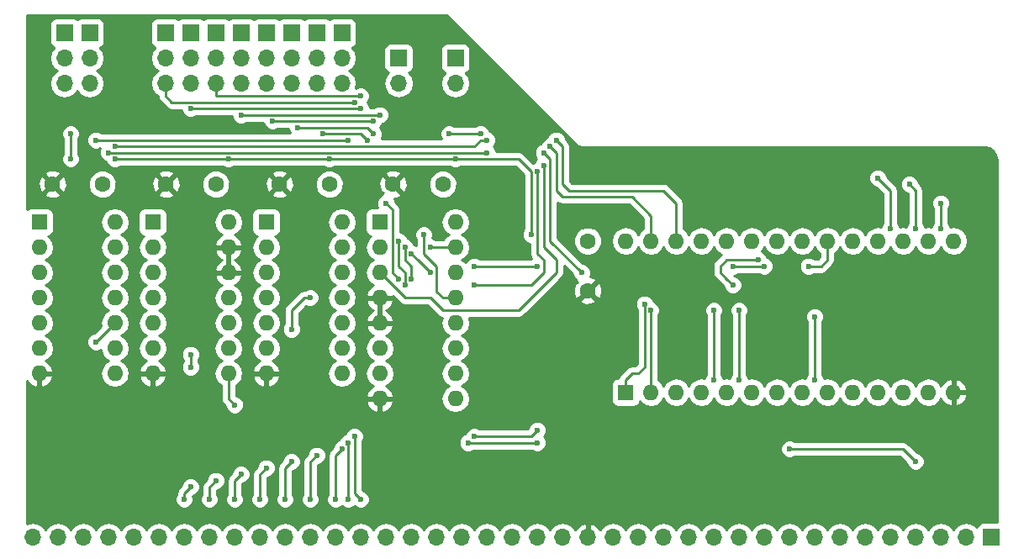
<source format=gbl>
G04 #@! TF.FileFunction,Copper,L2,Bot,Signal*
%FSLAX46Y46*%
G04 Gerber Fmt 4.6, Leading zero omitted, Abs format (unit mm)*
G04 Created by KiCad (PCBNEW 4.0.7) date 02/16/19 22:22:25*
%MOMM*%
%LPD*%
G01*
G04 APERTURE LIST*
%ADD10C,0.100000*%
%ADD11R,1.600000X1.600000*%
%ADD12O,1.600000X1.600000*%
%ADD13C,1.600000*%
%ADD14R,1.700000X1.700000*%
%ADD15O,1.700000X1.700000*%
%ADD16C,0.600000*%
%ADD17C,0.250000*%
%ADD18C,0.254000*%
G04 APERTURE END LIST*
D10*
D11*
X149860000Y-133985000D03*
D12*
X182880000Y-118745000D03*
X152400000Y-133985000D03*
X180340000Y-118745000D03*
X154940000Y-133985000D03*
X177800000Y-118745000D03*
X157480000Y-133985000D03*
X175260000Y-118745000D03*
X160020000Y-133985000D03*
X172720000Y-118745000D03*
X162560000Y-133985000D03*
X170180000Y-118745000D03*
X165100000Y-133985000D03*
X167640000Y-118745000D03*
X167640000Y-133985000D03*
X165100000Y-118745000D03*
X170180000Y-133985000D03*
X162560000Y-118745000D03*
X172720000Y-133985000D03*
X160020000Y-118745000D03*
X175260000Y-133985000D03*
X157480000Y-118745000D03*
X177800000Y-133985000D03*
X154940000Y-118745000D03*
X180340000Y-133985000D03*
X152400000Y-118745000D03*
X182880000Y-133985000D03*
X149860000Y-118745000D03*
D13*
X131445000Y-113030000D03*
X126445000Y-113030000D03*
X120015000Y-113030000D03*
X115015000Y-113030000D03*
X146050000Y-118745000D03*
X146050000Y-123745000D03*
X108585000Y-113030000D03*
X103585000Y-113030000D03*
D14*
X186690000Y-148590000D03*
D15*
X184150000Y-148590000D03*
X181610000Y-148590000D03*
X179070000Y-148590000D03*
X176530000Y-148590000D03*
X173990000Y-148590000D03*
X171450000Y-148590000D03*
X168910000Y-148590000D03*
X166370000Y-148590000D03*
X163830000Y-148590000D03*
X161290000Y-148590000D03*
X158750000Y-148590000D03*
X156210000Y-148590000D03*
X153670000Y-148590000D03*
X151130000Y-148590000D03*
X148590000Y-148590000D03*
X146050000Y-148590000D03*
X143510000Y-148590000D03*
X140970000Y-148590000D03*
X138430000Y-148590000D03*
X135890000Y-148590000D03*
X133350000Y-148590000D03*
X130810000Y-148590000D03*
X128270000Y-148590000D03*
X125730000Y-148590000D03*
X123190000Y-148590000D03*
X120650000Y-148590000D03*
X118110000Y-148590000D03*
X115570000Y-148590000D03*
X113030000Y-148590000D03*
X110490000Y-148590000D03*
X107950000Y-148590000D03*
X105410000Y-148590000D03*
X102870000Y-148590000D03*
X100330000Y-148590000D03*
X97790000Y-148590000D03*
X95250000Y-148590000D03*
X92710000Y-148590000D03*
X90170000Y-148590000D03*
D14*
X127000000Y-100330000D03*
D15*
X127000000Y-102870000D03*
D14*
X132715000Y-100330000D03*
D15*
X132715000Y-102870000D03*
D14*
X103505000Y-97790000D03*
D15*
X103505000Y-100330000D03*
X103505000Y-102870000D03*
D14*
X106045000Y-97790000D03*
D15*
X106045000Y-100330000D03*
X106045000Y-102870000D03*
D14*
X108585000Y-97790000D03*
D15*
X108585000Y-100330000D03*
X108585000Y-102870000D03*
D14*
X111125000Y-97790000D03*
D15*
X111125000Y-100330000D03*
X111125000Y-102870000D03*
D14*
X113665000Y-97790000D03*
D15*
X113665000Y-100330000D03*
X113665000Y-102870000D03*
D14*
X116205000Y-97790000D03*
D15*
X116205000Y-100330000D03*
X116205000Y-102870000D03*
D14*
X95885000Y-97790000D03*
D15*
X95885000Y-100330000D03*
X95885000Y-102870000D03*
D14*
X118745000Y-97790000D03*
D15*
X118745000Y-100330000D03*
X118745000Y-102870000D03*
D14*
X121285000Y-97790000D03*
D15*
X121285000Y-100330000D03*
X121285000Y-102870000D03*
D11*
X125095000Y-116840000D03*
D12*
X132715000Y-134620000D03*
X125095000Y-119380000D03*
X132715000Y-132080000D03*
X125095000Y-121920000D03*
X132715000Y-129540000D03*
X125095000Y-124460000D03*
X132715000Y-127000000D03*
X125095000Y-127000000D03*
X132715000Y-124460000D03*
X125095000Y-129540000D03*
X132715000Y-121920000D03*
X125095000Y-132080000D03*
X132715000Y-119380000D03*
X125095000Y-134620000D03*
X132715000Y-116840000D03*
D11*
X90805000Y-116840000D03*
D12*
X98425000Y-132080000D03*
X90805000Y-119380000D03*
X98425000Y-129540000D03*
X90805000Y-121920000D03*
X98425000Y-127000000D03*
X90805000Y-124460000D03*
X98425000Y-124460000D03*
X90805000Y-127000000D03*
X98425000Y-121920000D03*
X90805000Y-129540000D03*
X98425000Y-119380000D03*
X90805000Y-132080000D03*
X98425000Y-116840000D03*
D13*
X97155000Y-113030000D03*
X92155000Y-113030000D03*
D14*
X93345000Y-97790000D03*
D15*
X93345000Y-100330000D03*
X93345000Y-102870000D03*
D11*
X113665000Y-116840000D03*
D12*
X121285000Y-132080000D03*
X113665000Y-119380000D03*
X121285000Y-129540000D03*
X113665000Y-121920000D03*
X121285000Y-127000000D03*
X113665000Y-124460000D03*
X121285000Y-124460000D03*
X113665000Y-127000000D03*
X121285000Y-121920000D03*
X113665000Y-129540000D03*
X121285000Y-119380000D03*
X113665000Y-132080000D03*
X121285000Y-116840000D03*
D11*
X102235000Y-116840000D03*
D12*
X109855000Y-132080000D03*
X102235000Y-119380000D03*
X109855000Y-129540000D03*
X102235000Y-121920000D03*
X109855000Y-127000000D03*
X102235000Y-124460000D03*
X109855000Y-124460000D03*
X102235000Y-127000000D03*
X109855000Y-121920000D03*
X102235000Y-129540000D03*
X109855000Y-119380000D03*
X102235000Y-132080000D03*
X109855000Y-116840000D03*
D16*
X140335000Y-118110000D03*
X132715000Y-110490000D03*
X120015000Y-110490000D03*
X98425000Y-110490000D03*
X109855000Y-110490000D03*
X97790000Y-109855000D03*
X135890000Y-109855000D03*
X141605000Y-111125000D03*
X140970000Y-111760000D03*
X134620000Y-123190000D03*
X134620000Y-121285000D03*
X179070000Y-140970000D03*
X166370000Y-139700000D03*
X152400000Y-125730000D03*
X140970000Y-121285000D03*
X168910000Y-132715000D03*
X168910000Y-126365000D03*
X161290000Y-125730000D03*
X161290000Y-132715000D03*
X158750000Y-132715000D03*
X158750000Y-125730000D03*
X176530000Y-117475000D03*
X175260000Y-112395000D03*
X121285000Y-139700000D03*
X120650000Y-144780000D03*
X178435000Y-113030000D03*
X179070000Y-117475000D03*
X118110000Y-144780000D03*
X118745000Y-140335000D03*
X116205000Y-140970000D03*
X181610000Y-114935000D03*
X181610000Y-117475000D03*
X115570000Y-144780000D03*
X113030000Y-144780000D03*
X113665000Y-141605000D03*
X111125000Y-142240000D03*
X110490000Y-144780000D03*
X108585000Y-142875000D03*
X107950000Y-144780000D03*
X106045000Y-143510000D03*
X105410000Y-144780000D03*
X96520000Y-128905000D03*
X123190000Y-144780000D03*
X122555000Y-138430000D03*
X121920000Y-144780000D03*
X121920000Y-139065000D03*
X135255000Y-107950000D03*
X132080000Y-107950000D03*
X142875000Y-108585000D03*
X145415000Y-121920000D03*
X151765000Y-125095000D03*
X141605000Y-109855000D03*
X122555000Y-104775000D03*
X130175000Y-119380000D03*
X123190000Y-105410000D03*
X106045000Y-105410000D03*
X128270000Y-120015000D03*
X130175000Y-121920000D03*
X129540000Y-118110000D03*
X123190000Y-104140000D03*
X111125000Y-106045000D03*
X125095000Y-106045000D03*
X127635000Y-119380000D03*
X128270000Y-122555000D03*
X127635000Y-123190000D03*
X127000000Y-118745000D03*
X114300000Y-106680000D03*
X124460000Y-106680000D03*
X116840000Y-107315000D03*
X125730000Y-114935000D03*
X127000000Y-122555000D03*
X124460000Y-107950000D03*
X121920000Y-108585000D03*
X96520000Y-108585000D03*
X98425000Y-109220000D03*
X135890000Y-108585000D03*
X142240000Y-109220000D03*
X123825000Y-108585000D03*
X119380000Y-107950000D03*
X163830000Y-121285000D03*
X168275000Y-121285000D03*
X160655000Y-121285000D03*
X134620000Y-138430000D03*
X140970000Y-137795000D03*
X110490000Y-135255000D03*
X163195000Y-120650000D03*
X160655000Y-123190000D03*
X140970000Y-139065000D03*
X133985000Y-139065000D03*
X93980000Y-107950000D03*
X93980000Y-110490000D03*
X116205000Y-127635000D03*
X106045000Y-131445000D03*
X106045000Y-130175000D03*
X118110000Y-124460000D03*
D17*
X140335000Y-118110000D02*
X140335000Y-111760000D01*
X139065000Y-110490000D02*
X132715000Y-110490000D01*
X140335000Y-111760000D02*
X139065000Y-110490000D01*
X120015000Y-110490000D02*
X132715000Y-110490000D01*
X109855000Y-110490000D02*
X120015000Y-110490000D01*
X98425000Y-110490000D02*
X109855000Y-110490000D01*
X133985000Y-109855000D02*
X135890000Y-109855000D01*
X97790000Y-109855000D02*
X133985000Y-109855000D01*
X141605000Y-119380000D02*
X142875000Y-120650000D01*
X127635000Y-124460000D02*
X130175000Y-124460000D01*
X130175000Y-124460000D02*
X131445000Y-125730000D01*
X131445000Y-125730000D02*
X134620000Y-125730000D01*
X125095000Y-121920000D02*
X127635000Y-124460000D01*
X141605000Y-119380000D02*
X141605000Y-111125000D01*
X139065000Y-125730000D02*
X134620000Y-125730000D01*
X142875000Y-121920000D02*
X139065000Y-125730000D01*
X142875000Y-120650000D02*
X142875000Y-121920000D01*
X141605000Y-120650000D02*
X140970000Y-120015000D01*
X140970000Y-120015000D02*
X140970000Y-111760000D01*
X141605000Y-120650000D02*
X141605000Y-121920000D01*
X140335000Y-123190000D02*
X134620000Y-123190000D01*
X141605000Y-121920000D02*
X140335000Y-123190000D01*
X134620000Y-121285000D02*
X140970000Y-121285000D01*
X177800000Y-139700000D02*
X166370000Y-139700000D01*
X179070000Y-140970000D02*
X177800000Y-139700000D01*
X152400000Y-125730000D02*
X152400000Y-133985000D01*
X168910000Y-132715000D02*
X168910000Y-127000000D01*
X168910000Y-127000000D02*
X168910000Y-126365000D01*
X168910000Y-126365000D02*
X168910000Y-126365000D01*
X161290000Y-125730000D02*
X161290000Y-132715000D01*
X158750000Y-132715000D02*
X158750000Y-125730000D01*
X176530000Y-117475000D02*
X176530000Y-113665000D01*
X176530000Y-113665000D02*
X175260000Y-112395000D01*
X120650000Y-144780000D02*
X120650000Y-140335000D01*
X121285000Y-139700000D02*
X121285000Y-139700000D01*
X120650000Y-140335000D02*
X121285000Y-139700000D01*
X118110000Y-144780000D02*
X118110000Y-140970000D01*
X118745000Y-140335000D02*
X118745000Y-140335000D01*
X118110000Y-140970000D02*
X118745000Y-140335000D01*
X179070000Y-113665000D02*
X178435000Y-113030000D01*
X179070000Y-117475000D02*
X179070000Y-114300000D01*
X179070000Y-114300000D02*
X179070000Y-113665000D01*
X115570000Y-144780000D02*
X115570000Y-141605000D01*
X116205000Y-140970000D02*
X116205000Y-140970000D01*
X115570000Y-141605000D02*
X116205000Y-140970000D01*
X181610000Y-117475000D02*
X181610000Y-114935000D01*
X113030000Y-144780000D02*
X113030000Y-142240000D01*
X113665000Y-141605000D02*
X113665000Y-141605000D01*
X113030000Y-142240000D02*
X113665000Y-141605000D01*
X110490000Y-144780000D02*
X110490000Y-142875000D01*
X111125000Y-142240000D02*
X111125000Y-142240000D01*
X110490000Y-142875000D02*
X111125000Y-142240000D01*
X107950000Y-144780000D02*
X107950000Y-143510000D01*
X108585000Y-142875000D02*
X108585000Y-142875000D01*
X107950000Y-143510000D02*
X108585000Y-142875000D01*
X105410000Y-144780000D02*
X105410000Y-144145000D01*
X106045000Y-143510000D02*
X106045000Y-143510000D01*
X105410000Y-144145000D02*
X106045000Y-143510000D01*
X123190000Y-144780000D02*
X122555000Y-144145000D01*
X122555000Y-144145000D02*
X122555000Y-138430000D01*
X96520000Y-128905000D02*
X98425000Y-127000000D01*
X121920000Y-144780000D02*
X121920000Y-139065000D01*
X135255000Y-107950000D02*
X132080000Y-107950000D01*
X154940000Y-114935000D02*
X154940000Y-118745000D01*
X143510000Y-109220000D02*
X142875000Y-108585000D01*
X143510000Y-113030000D02*
X143510000Y-109220000D01*
X144145000Y-113665000D02*
X143510000Y-113030000D01*
X153670000Y-113665000D02*
X144145000Y-113665000D01*
X154940000Y-114935000D02*
X153670000Y-113665000D01*
X142240000Y-118745000D02*
X145415000Y-121920000D01*
X149860000Y-132715000D02*
X150495000Y-132080000D01*
X150495000Y-132080000D02*
X151130000Y-132080000D01*
X151130000Y-132080000D02*
X151765000Y-131445000D01*
X151765000Y-131445000D02*
X151765000Y-125095000D01*
X149860000Y-132715000D02*
X149860000Y-133985000D01*
X142240000Y-118745000D02*
X142240000Y-110490000D01*
X142240000Y-110490000D02*
X141605000Y-109855000D01*
X104140000Y-104775000D02*
X103505000Y-104140000D01*
X122555000Y-104775000D02*
X104140000Y-104775000D01*
X132715000Y-119380000D02*
X130175000Y-119380000D01*
X103505000Y-104140000D02*
X103505000Y-102870000D01*
X106045000Y-105410000D02*
X123190000Y-105410000D01*
X130175000Y-121920000D02*
X128905000Y-120650000D01*
X128905000Y-120650000D02*
X128270000Y-120015000D01*
X131445000Y-124460000D02*
X130810000Y-123825000D01*
X130810000Y-123825000D02*
X130810000Y-121285000D01*
X130810000Y-121285000D02*
X129540000Y-120015000D01*
X129540000Y-120015000D02*
X129540000Y-118110000D01*
X132715000Y-124460000D02*
X131445000Y-124460000D01*
X108585000Y-104140000D02*
X108585000Y-102870000D01*
X123190000Y-104140000D02*
X108585000Y-104140000D01*
X125095000Y-106045000D02*
X111125000Y-106045000D01*
X127635000Y-120650000D02*
X127635000Y-119380000D01*
X128270000Y-121285000D02*
X127635000Y-120650000D01*
X128270000Y-122555000D02*
X128270000Y-121285000D01*
X127635000Y-123190000D02*
X127635000Y-121920000D01*
X127635000Y-121920000D02*
X127000000Y-121285000D01*
X127000000Y-121285000D02*
X127000000Y-118745000D01*
X124460000Y-106680000D02*
X114300000Y-106680000D01*
X123825000Y-107315000D02*
X124460000Y-107950000D01*
X123825000Y-107315000D02*
X116840000Y-107315000D01*
X126365000Y-115570000D02*
X125730000Y-114935000D01*
X126365000Y-121920000D02*
X126365000Y-115570000D01*
X127000000Y-122555000D02*
X126365000Y-121920000D01*
X121920000Y-108585000D02*
X96520000Y-108585000D01*
X135255000Y-108585000D02*
X134620000Y-109220000D01*
X134620000Y-109220000D02*
X98425000Y-109220000D01*
X152400000Y-116205000D02*
X152400000Y-118745000D01*
X142875000Y-109855000D02*
X142240000Y-109220000D01*
X142875000Y-113665000D02*
X142875000Y-109855000D01*
X143510000Y-114300000D02*
X142875000Y-113665000D01*
X150495000Y-114300000D02*
X143510000Y-114300000D01*
X152400000Y-116205000D02*
X150495000Y-114300000D01*
X135890000Y-108585000D02*
X135255000Y-108585000D01*
X123190000Y-107950000D02*
X119380000Y-107950000D01*
X123825000Y-108585000D02*
X123190000Y-107950000D01*
X163830000Y-121285000D02*
X160655000Y-121285000D01*
X170180000Y-118745000D02*
X170180000Y-120650000D01*
X169545000Y-121285000D02*
X168275000Y-121285000D01*
X170180000Y-120650000D02*
X169545000Y-121285000D01*
X134620000Y-138430000D02*
X140335000Y-138430000D01*
X140335000Y-138430000D02*
X140970000Y-137795000D01*
X109855000Y-134620000D02*
X109855000Y-132080000D01*
X110490000Y-135255000D02*
X109855000Y-134620000D01*
X163195000Y-120650000D02*
X160020000Y-120650000D01*
X133985000Y-139065000D02*
X140970000Y-139065000D01*
X160020000Y-122555000D02*
X160655000Y-123190000D01*
X159385000Y-121920000D02*
X160020000Y-122555000D01*
X159385000Y-121285000D02*
X159385000Y-121920000D01*
X160020000Y-120650000D02*
X159385000Y-121285000D01*
X93980000Y-107950000D02*
X93980000Y-110490000D01*
X106045000Y-130175000D02*
X106045000Y-131445000D01*
X116205000Y-125730000D02*
X116205000Y-127635000D01*
X117475000Y-124460000D02*
X116205000Y-125730000D01*
X118110000Y-124460000D02*
X117475000Y-124460000D01*
D18*
G36*
X144912954Y-109087046D02*
X145143295Y-109240954D01*
X145415000Y-109295000D01*
X185985069Y-109295000D01*
X186506984Y-109398815D01*
X186890157Y-109654844D01*
X187146185Y-110038015D01*
X187250000Y-110559931D01*
X187250000Y-147092560D01*
X185840000Y-147092560D01*
X185604683Y-147136838D01*
X185388559Y-147275910D01*
X185243569Y-147488110D01*
X185229914Y-147555541D01*
X185200054Y-147510853D01*
X184718285Y-147188946D01*
X184150000Y-147075907D01*
X183581715Y-147188946D01*
X183099946Y-147510853D01*
X182880000Y-147840026D01*
X182660054Y-147510853D01*
X182178285Y-147188946D01*
X181610000Y-147075907D01*
X181041715Y-147188946D01*
X180559946Y-147510853D01*
X180340000Y-147840026D01*
X180120054Y-147510853D01*
X179638285Y-147188946D01*
X179070000Y-147075907D01*
X178501715Y-147188946D01*
X178019946Y-147510853D01*
X177800000Y-147840026D01*
X177580054Y-147510853D01*
X177098285Y-147188946D01*
X176530000Y-147075907D01*
X175961715Y-147188946D01*
X175479946Y-147510853D01*
X175260000Y-147840026D01*
X175040054Y-147510853D01*
X174558285Y-147188946D01*
X173990000Y-147075907D01*
X173421715Y-147188946D01*
X172939946Y-147510853D01*
X172720000Y-147840026D01*
X172500054Y-147510853D01*
X172018285Y-147188946D01*
X171450000Y-147075907D01*
X170881715Y-147188946D01*
X170399946Y-147510853D01*
X170180000Y-147840026D01*
X169960054Y-147510853D01*
X169478285Y-147188946D01*
X168910000Y-147075907D01*
X168341715Y-147188946D01*
X167859946Y-147510853D01*
X167640000Y-147840026D01*
X167420054Y-147510853D01*
X166938285Y-147188946D01*
X166370000Y-147075907D01*
X165801715Y-147188946D01*
X165319946Y-147510853D01*
X165100000Y-147840026D01*
X164880054Y-147510853D01*
X164398285Y-147188946D01*
X163830000Y-147075907D01*
X163261715Y-147188946D01*
X162779946Y-147510853D01*
X162560000Y-147840026D01*
X162340054Y-147510853D01*
X161858285Y-147188946D01*
X161290000Y-147075907D01*
X160721715Y-147188946D01*
X160239946Y-147510853D01*
X160020000Y-147840026D01*
X159800054Y-147510853D01*
X159318285Y-147188946D01*
X158750000Y-147075907D01*
X158181715Y-147188946D01*
X157699946Y-147510853D01*
X157480000Y-147840026D01*
X157260054Y-147510853D01*
X156778285Y-147188946D01*
X156210000Y-147075907D01*
X155641715Y-147188946D01*
X155159946Y-147510853D01*
X154940000Y-147840026D01*
X154720054Y-147510853D01*
X154238285Y-147188946D01*
X153670000Y-147075907D01*
X153101715Y-147188946D01*
X152619946Y-147510853D01*
X152400000Y-147840026D01*
X152180054Y-147510853D01*
X151698285Y-147188946D01*
X151130000Y-147075907D01*
X150561715Y-147188946D01*
X150079946Y-147510853D01*
X149860000Y-147840026D01*
X149640054Y-147510853D01*
X149158285Y-147188946D01*
X148590000Y-147075907D01*
X148021715Y-147188946D01*
X147539946Y-147510853D01*
X147312298Y-147851553D01*
X147245183Y-147708642D01*
X146816924Y-147318355D01*
X146406890Y-147148524D01*
X146177000Y-147269845D01*
X146177000Y-148463000D01*
X146197000Y-148463000D01*
X146197000Y-148717000D01*
X146177000Y-148717000D01*
X146177000Y-148737000D01*
X145923000Y-148737000D01*
X145923000Y-148717000D01*
X145903000Y-148717000D01*
X145903000Y-148463000D01*
X145923000Y-148463000D01*
X145923000Y-147269845D01*
X145693110Y-147148524D01*
X145283076Y-147318355D01*
X144854817Y-147708642D01*
X144787702Y-147851553D01*
X144560054Y-147510853D01*
X144078285Y-147188946D01*
X143510000Y-147075907D01*
X142941715Y-147188946D01*
X142459946Y-147510853D01*
X142240000Y-147840026D01*
X142020054Y-147510853D01*
X141538285Y-147188946D01*
X140970000Y-147075907D01*
X140401715Y-147188946D01*
X139919946Y-147510853D01*
X139700000Y-147840026D01*
X139480054Y-147510853D01*
X138998285Y-147188946D01*
X138430000Y-147075907D01*
X137861715Y-147188946D01*
X137379946Y-147510853D01*
X137160000Y-147840026D01*
X136940054Y-147510853D01*
X136458285Y-147188946D01*
X135890000Y-147075907D01*
X135321715Y-147188946D01*
X134839946Y-147510853D01*
X134620000Y-147840026D01*
X134400054Y-147510853D01*
X133918285Y-147188946D01*
X133350000Y-147075907D01*
X132781715Y-147188946D01*
X132299946Y-147510853D01*
X132080000Y-147840026D01*
X131860054Y-147510853D01*
X131378285Y-147188946D01*
X130810000Y-147075907D01*
X130241715Y-147188946D01*
X129759946Y-147510853D01*
X129540000Y-147840026D01*
X129320054Y-147510853D01*
X128838285Y-147188946D01*
X128270000Y-147075907D01*
X127701715Y-147188946D01*
X127219946Y-147510853D01*
X127000000Y-147840026D01*
X126780054Y-147510853D01*
X126298285Y-147188946D01*
X125730000Y-147075907D01*
X125161715Y-147188946D01*
X124679946Y-147510853D01*
X124460000Y-147840026D01*
X124240054Y-147510853D01*
X123758285Y-147188946D01*
X123190000Y-147075907D01*
X122621715Y-147188946D01*
X122139946Y-147510853D01*
X121920000Y-147840026D01*
X121700054Y-147510853D01*
X121218285Y-147188946D01*
X120650000Y-147075907D01*
X120081715Y-147188946D01*
X119599946Y-147510853D01*
X119380000Y-147840026D01*
X119160054Y-147510853D01*
X118678285Y-147188946D01*
X118110000Y-147075907D01*
X117541715Y-147188946D01*
X117059946Y-147510853D01*
X116840000Y-147840026D01*
X116620054Y-147510853D01*
X116138285Y-147188946D01*
X115570000Y-147075907D01*
X115001715Y-147188946D01*
X114519946Y-147510853D01*
X114300000Y-147840026D01*
X114080054Y-147510853D01*
X113598285Y-147188946D01*
X113030000Y-147075907D01*
X112461715Y-147188946D01*
X111979946Y-147510853D01*
X111760000Y-147840026D01*
X111540054Y-147510853D01*
X111058285Y-147188946D01*
X110490000Y-147075907D01*
X109921715Y-147188946D01*
X109439946Y-147510853D01*
X109220000Y-147840026D01*
X109000054Y-147510853D01*
X108518285Y-147188946D01*
X107950000Y-147075907D01*
X107381715Y-147188946D01*
X106899946Y-147510853D01*
X106680000Y-147840026D01*
X106460054Y-147510853D01*
X105978285Y-147188946D01*
X105410000Y-147075907D01*
X104841715Y-147188946D01*
X104359946Y-147510853D01*
X104140000Y-147840026D01*
X103920054Y-147510853D01*
X103438285Y-147188946D01*
X102870000Y-147075907D01*
X102301715Y-147188946D01*
X101819946Y-147510853D01*
X101600000Y-147840026D01*
X101380054Y-147510853D01*
X100898285Y-147188946D01*
X100330000Y-147075907D01*
X99761715Y-147188946D01*
X99279946Y-147510853D01*
X99060000Y-147840026D01*
X98840054Y-147510853D01*
X98358285Y-147188946D01*
X97790000Y-147075907D01*
X97221715Y-147188946D01*
X96739946Y-147510853D01*
X96520000Y-147840026D01*
X96300054Y-147510853D01*
X95818285Y-147188946D01*
X95250000Y-147075907D01*
X94681715Y-147188946D01*
X94199946Y-147510853D01*
X93980000Y-147840026D01*
X93760054Y-147510853D01*
X93278285Y-147188946D01*
X92710000Y-147075907D01*
X92141715Y-147188946D01*
X91659946Y-147510853D01*
X91440000Y-147840026D01*
X91220054Y-147510853D01*
X90738285Y-147188946D01*
X90170000Y-147075907D01*
X89610000Y-147187298D01*
X89610000Y-144965167D01*
X104474838Y-144965167D01*
X104616883Y-145308943D01*
X104879673Y-145572192D01*
X105223201Y-145714838D01*
X105595167Y-145715162D01*
X105938943Y-145573117D01*
X106202192Y-145310327D01*
X106344838Y-144966799D01*
X106344839Y-144965167D01*
X107014838Y-144965167D01*
X107156883Y-145308943D01*
X107419673Y-145572192D01*
X107763201Y-145714838D01*
X108135167Y-145715162D01*
X108478943Y-145573117D01*
X108742192Y-145310327D01*
X108884838Y-144966799D01*
X108884839Y-144965167D01*
X109554838Y-144965167D01*
X109696883Y-145308943D01*
X109959673Y-145572192D01*
X110303201Y-145714838D01*
X110675167Y-145715162D01*
X111018943Y-145573117D01*
X111282192Y-145310327D01*
X111424838Y-144966799D01*
X111424839Y-144965167D01*
X112094838Y-144965167D01*
X112236883Y-145308943D01*
X112499673Y-145572192D01*
X112843201Y-145714838D01*
X113215167Y-145715162D01*
X113558943Y-145573117D01*
X113822192Y-145310327D01*
X113964838Y-144966799D01*
X113964839Y-144965167D01*
X114634838Y-144965167D01*
X114776883Y-145308943D01*
X115039673Y-145572192D01*
X115383201Y-145714838D01*
X115755167Y-145715162D01*
X116098943Y-145573117D01*
X116362192Y-145310327D01*
X116504838Y-144966799D01*
X116504839Y-144965167D01*
X117174838Y-144965167D01*
X117316883Y-145308943D01*
X117579673Y-145572192D01*
X117923201Y-145714838D01*
X118295167Y-145715162D01*
X118638943Y-145573117D01*
X118902192Y-145310327D01*
X119044838Y-144966799D01*
X119044839Y-144965167D01*
X119714838Y-144965167D01*
X119856883Y-145308943D01*
X120119673Y-145572192D01*
X120463201Y-145714838D01*
X120835167Y-145715162D01*
X121178943Y-145573117D01*
X121284954Y-145467290D01*
X121389673Y-145572192D01*
X121733201Y-145714838D01*
X122105167Y-145715162D01*
X122448943Y-145573117D01*
X122554954Y-145467290D01*
X122659673Y-145572192D01*
X123003201Y-145714838D01*
X123375167Y-145715162D01*
X123718943Y-145573117D01*
X123982192Y-145310327D01*
X124124838Y-144966799D01*
X124125162Y-144594833D01*
X123983117Y-144251057D01*
X123720327Y-143987808D01*
X123376799Y-143845162D01*
X123329923Y-143845121D01*
X123315000Y-143830198D01*
X123315000Y-139250167D01*
X133049838Y-139250167D01*
X133191883Y-139593943D01*
X133454673Y-139857192D01*
X133798201Y-139999838D01*
X134170167Y-140000162D01*
X134513943Y-139858117D01*
X134547118Y-139825000D01*
X140407537Y-139825000D01*
X140439673Y-139857192D01*
X140783201Y-139999838D01*
X141155167Y-140000162D01*
X141433476Y-139885167D01*
X165434838Y-139885167D01*
X165576883Y-140228943D01*
X165839673Y-140492192D01*
X166183201Y-140634838D01*
X166555167Y-140635162D01*
X166898943Y-140493117D01*
X166932118Y-140460000D01*
X177485198Y-140460000D01*
X178134878Y-141109680D01*
X178134838Y-141155167D01*
X178276883Y-141498943D01*
X178539673Y-141762192D01*
X178883201Y-141904838D01*
X179255167Y-141905162D01*
X179598943Y-141763117D01*
X179862192Y-141500327D01*
X180004838Y-141156799D01*
X180005162Y-140784833D01*
X179863117Y-140441057D01*
X179600327Y-140177808D01*
X179256799Y-140035162D01*
X179209923Y-140035121D01*
X178337401Y-139162599D01*
X178090839Y-138997852D01*
X177800000Y-138940000D01*
X166932463Y-138940000D01*
X166900327Y-138907808D01*
X166556799Y-138765162D01*
X166184833Y-138764838D01*
X165841057Y-138906883D01*
X165577808Y-139169673D01*
X165435162Y-139513201D01*
X165434838Y-139885167D01*
X141433476Y-139885167D01*
X141498943Y-139858117D01*
X141762192Y-139595327D01*
X141904838Y-139251799D01*
X141905162Y-138879833D01*
X141763117Y-138536057D01*
X141657290Y-138430046D01*
X141762192Y-138325327D01*
X141904838Y-137981799D01*
X141905162Y-137609833D01*
X141763117Y-137266057D01*
X141500327Y-137002808D01*
X141156799Y-136860162D01*
X140784833Y-136859838D01*
X140441057Y-137001883D01*
X140177808Y-137264673D01*
X140035162Y-137608201D01*
X140035121Y-137655077D01*
X140020198Y-137670000D01*
X135182463Y-137670000D01*
X135150327Y-137637808D01*
X134806799Y-137495162D01*
X134434833Y-137494838D01*
X134091057Y-137636883D01*
X133827808Y-137899673D01*
X133718235Y-138163554D01*
X133456057Y-138271883D01*
X133192808Y-138534673D01*
X133050162Y-138878201D01*
X133049838Y-139250167D01*
X123315000Y-139250167D01*
X123315000Y-138992463D01*
X123347192Y-138960327D01*
X123489838Y-138616799D01*
X123490162Y-138244833D01*
X123348117Y-137901057D01*
X123085327Y-137637808D01*
X122741799Y-137495162D01*
X122369833Y-137494838D01*
X122026057Y-137636883D01*
X121762808Y-137899673D01*
X121653235Y-138163554D01*
X121391057Y-138271883D01*
X121127808Y-138534673D01*
X121018235Y-138798554D01*
X120756057Y-138906883D01*
X120492808Y-139169673D01*
X120350162Y-139513201D01*
X120350121Y-139560077D01*
X120112599Y-139797599D01*
X119947852Y-140044161D01*
X119890000Y-140335000D01*
X119890000Y-144217537D01*
X119857808Y-144249673D01*
X119715162Y-144593201D01*
X119714838Y-144965167D01*
X119044839Y-144965167D01*
X119045162Y-144594833D01*
X118903117Y-144251057D01*
X118870000Y-144217882D01*
X118870000Y-141284802D01*
X118884680Y-141270122D01*
X118930167Y-141270162D01*
X119273943Y-141128117D01*
X119537192Y-140865327D01*
X119679838Y-140521799D01*
X119680162Y-140149833D01*
X119538117Y-139806057D01*
X119275327Y-139542808D01*
X118931799Y-139400162D01*
X118559833Y-139399838D01*
X118216057Y-139541883D01*
X117952808Y-139804673D01*
X117810162Y-140148201D01*
X117810121Y-140195077D01*
X117572599Y-140432599D01*
X117407852Y-140679161D01*
X117350000Y-140970000D01*
X117350000Y-144217537D01*
X117317808Y-144249673D01*
X117175162Y-144593201D01*
X117174838Y-144965167D01*
X116504839Y-144965167D01*
X116505162Y-144594833D01*
X116363117Y-144251057D01*
X116330000Y-144217882D01*
X116330000Y-141919802D01*
X116344680Y-141905122D01*
X116390167Y-141905162D01*
X116733943Y-141763117D01*
X116997192Y-141500327D01*
X117139838Y-141156799D01*
X117140162Y-140784833D01*
X116998117Y-140441057D01*
X116735327Y-140177808D01*
X116391799Y-140035162D01*
X116019833Y-140034838D01*
X115676057Y-140176883D01*
X115412808Y-140439673D01*
X115270162Y-140783201D01*
X115270121Y-140830077D01*
X115032599Y-141067599D01*
X114867852Y-141314161D01*
X114810000Y-141605000D01*
X114810000Y-144217537D01*
X114777808Y-144249673D01*
X114635162Y-144593201D01*
X114634838Y-144965167D01*
X113964839Y-144965167D01*
X113965162Y-144594833D01*
X113823117Y-144251057D01*
X113790000Y-144217882D01*
X113790000Y-142554802D01*
X113804680Y-142540122D01*
X113850167Y-142540162D01*
X114193943Y-142398117D01*
X114457192Y-142135327D01*
X114599838Y-141791799D01*
X114600162Y-141419833D01*
X114458117Y-141076057D01*
X114195327Y-140812808D01*
X113851799Y-140670162D01*
X113479833Y-140669838D01*
X113136057Y-140811883D01*
X112872808Y-141074673D01*
X112730162Y-141418201D01*
X112730121Y-141465077D01*
X112492599Y-141702599D01*
X112327852Y-141949161D01*
X112270000Y-142240000D01*
X112270000Y-144217537D01*
X112237808Y-144249673D01*
X112095162Y-144593201D01*
X112094838Y-144965167D01*
X111424839Y-144965167D01*
X111425162Y-144594833D01*
X111283117Y-144251057D01*
X111250000Y-144217882D01*
X111250000Y-143189802D01*
X111264680Y-143175122D01*
X111310167Y-143175162D01*
X111653943Y-143033117D01*
X111917192Y-142770327D01*
X112059838Y-142426799D01*
X112060162Y-142054833D01*
X111918117Y-141711057D01*
X111655327Y-141447808D01*
X111311799Y-141305162D01*
X110939833Y-141304838D01*
X110596057Y-141446883D01*
X110332808Y-141709673D01*
X110190162Y-142053201D01*
X110190121Y-142100077D01*
X109952599Y-142337599D01*
X109787852Y-142584161D01*
X109730000Y-142875000D01*
X109730000Y-144217537D01*
X109697808Y-144249673D01*
X109555162Y-144593201D01*
X109554838Y-144965167D01*
X108884839Y-144965167D01*
X108885162Y-144594833D01*
X108743117Y-144251057D01*
X108710000Y-144217882D01*
X108710000Y-143824802D01*
X108724680Y-143810122D01*
X108770167Y-143810162D01*
X109113943Y-143668117D01*
X109377192Y-143405327D01*
X109519838Y-143061799D01*
X109520162Y-142689833D01*
X109378117Y-142346057D01*
X109115327Y-142082808D01*
X108771799Y-141940162D01*
X108399833Y-141939838D01*
X108056057Y-142081883D01*
X107792808Y-142344673D01*
X107650162Y-142688201D01*
X107650121Y-142735077D01*
X107412599Y-142972599D01*
X107247852Y-143219161D01*
X107190000Y-143510000D01*
X107190000Y-144217537D01*
X107157808Y-144249673D01*
X107015162Y-144593201D01*
X107014838Y-144965167D01*
X106344839Y-144965167D01*
X106345162Y-144594833D01*
X106275568Y-144426403D01*
X106573943Y-144303117D01*
X106837192Y-144040327D01*
X106979838Y-143696799D01*
X106980162Y-143324833D01*
X106838117Y-142981057D01*
X106575327Y-142717808D01*
X106231799Y-142575162D01*
X105859833Y-142574838D01*
X105516057Y-142716883D01*
X105252808Y-142979673D01*
X105110162Y-143323201D01*
X105110121Y-143370077D01*
X104872599Y-143607599D01*
X104707852Y-143854161D01*
X104650000Y-144145000D01*
X104650000Y-144217537D01*
X104617808Y-144249673D01*
X104475162Y-144593201D01*
X104474838Y-144965167D01*
X89610000Y-144965167D01*
X89610000Y-132857209D01*
X89949866Y-133232389D01*
X90455959Y-133471914D01*
X90678000Y-133350629D01*
X90678000Y-132207000D01*
X90932000Y-132207000D01*
X90932000Y-133350629D01*
X91154041Y-133471914D01*
X91660134Y-133232389D01*
X92036041Y-132817423D01*
X92196904Y-132429039D01*
X92074915Y-132207000D01*
X90932000Y-132207000D01*
X90678000Y-132207000D01*
X90658000Y-132207000D01*
X90658000Y-131953000D01*
X90678000Y-131953000D01*
X90678000Y-131933000D01*
X90932000Y-131933000D01*
X90932000Y-131953000D01*
X92074915Y-131953000D01*
X92196904Y-131730961D01*
X92036041Y-131342577D01*
X91660134Y-130927611D01*
X91443297Y-130824986D01*
X91847811Y-130554698D01*
X92158880Y-130089151D01*
X92268113Y-129540000D01*
X92178636Y-129090167D01*
X95584838Y-129090167D01*
X95726883Y-129433943D01*
X95989673Y-129697192D01*
X96333201Y-129839838D01*
X96705167Y-129840162D01*
X96997561Y-129719347D01*
X97071120Y-130089151D01*
X97382189Y-130554698D01*
X97764275Y-130810000D01*
X97382189Y-131065302D01*
X97071120Y-131530849D01*
X96961887Y-132080000D01*
X97071120Y-132629151D01*
X97382189Y-133094698D01*
X97847736Y-133405767D01*
X98396887Y-133515000D01*
X98453113Y-133515000D01*
X99002264Y-133405767D01*
X99467811Y-133094698D01*
X99778880Y-132629151D01*
X99818684Y-132429039D01*
X100843096Y-132429039D01*
X101003959Y-132817423D01*
X101379866Y-133232389D01*
X101885959Y-133471914D01*
X102108000Y-133350629D01*
X102108000Y-132207000D01*
X102362000Y-132207000D01*
X102362000Y-133350629D01*
X102584041Y-133471914D01*
X103090134Y-133232389D01*
X103466041Y-132817423D01*
X103626904Y-132429039D01*
X103504915Y-132207000D01*
X102362000Y-132207000D01*
X102108000Y-132207000D01*
X100965085Y-132207000D01*
X100843096Y-132429039D01*
X99818684Y-132429039D01*
X99888113Y-132080000D01*
X99778880Y-131530849D01*
X99467811Y-131065302D01*
X99085725Y-130810000D01*
X99467811Y-130554698D01*
X99778880Y-130089151D01*
X99888113Y-129540000D01*
X99778880Y-128990849D01*
X99467811Y-128525302D01*
X99085725Y-128270000D01*
X99467811Y-128014698D01*
X99778880Y-127549151D01*
X99888113Y-127000000D01*
X99778880Y-126450849D01*
X99467811Y-125985302D01*
X99085725Y-125730000D01*
X99467811Y-125474698D01*
X99778880Y-125009151D01*
X99888113Y-124460000D01*
X99778880Y-123910849D01*
X99467811Y-123445302D01*
X99085725Y-123190000D01*
X99467811Y-122934698D01*
X99778880Y-122469151D01*
X99888113Y-121920000D01*
X99778880Y-121370849D01*
X99467811Y-120905302D01*
X99085725Y-120650000D01*
X99467811Y-120394698D01*
X99778880Y-119929151D01*
X99888113Y-119380000D01*
X100771887Y-119380000D01*
X100881120Y-119929151D01*
X101192189Y-120394698D01*
X101574275Y-120650000D01*
X101192189Y-120905302D01*
X100881120Y-121370849D01*
X100771887Y-121920000D01*
X100881120Y-122469151D01*
X101192189Y-122934698D01*
X101574275Y-123190000D01*
X101192189Y-123445302D01*
X100881120Y-123910849D01*
X100771887Y-124460000D01*
X100881120Y-125009151D01*
X101192189Y-125474698D01*
X101574275Y-125730000D01*
X101192189Y-125985302D01*
X100881120Y-126450849D01*
X100771887Y-127000000D01*
X100881120Y-127549151D01*
X101192189Y-128014698D01*
X101574275Y-128270000D01*
X101192189Y-128525302D01*
X100881120Y-128990849D01*
X100771887Y-129540000D01*
X100881120Y-130089151D01*
X101192189Y-130554698D01*
X101596703Y-130824986D01*
X101379866Y-130927611D01*
X101003959Y-131342577D01*
X100843096Y-131730961D01*
X100965085Y-131953000D01*
X102108000Y-131953000D01*
X102108000Y-131933000D01*
X102362000Y-131933000D01*
X102362000Y-131953000D01*
X103504915Y-131953000D01*
X103626904Y-131730961D01*
X103466041Y-131342577D01*
X103090134Y-130927611D01*
X102873297Y-130824986D01*
X103277811Y-130554698D01*
X103407792Y-130360167D01*
X105109838Y-130360167D01*
X105251883Y-130703943D01*
X105285000Y-130737118D01*
X105285000Y-130882537D01*
X105252808Y-130914673D01*
X105110162Y-131258201D01*
X105109838Y-131630167D01*
X105251883Y-131973943D01*
X105514673Y-132237192D01*
X105858201Y-132379838D01*
X106230167Y-132380162D01*
X106573943Y-132238117D01*
X106837192Y-131975327D01*
X106979838Y-131631799D01*
X106980162Y-131259833D01*
X106838117Y-130916057D01*
X106805000Y-130882882D01*
X106805000Y-130737463D01*
X106837192Y-130705327D01*
X106979838Y-130361799D01*
X106980162Y-129989833D01*
X106838117Y-129646057D01*
X106575327Y-129382808D01*
X106231799Y-129240162D01*
X105859833Y-129239838D01*
X105516057Y-129381883D01*
X105252808Y-129644673D01*
X105110162Y-129988201D01*
X105109838Y-130360167D01*
X103407792Y-130360167D01*
X103588880Y-130089151D01*
X103698113Y-129540000D01*
X103588880Y-128990849D01*
X103277811Y-128525302D01*
X102895725Y-128270000D01*
X103277811Y-128014698D01*
X103588880Y-127549151D01*
X103698113Y-127000000D01*
X103588880Y-126450849D01*
X103277811Y-125985302D01*
X102895725Y-125730000D01*
X103277811Y-125474698D01*
X103588880Y-125009151D01*
X103698113Y-124460000D01*
X108391887Y-124460000D01*
X108501120Y-125009151D01*
X108812189Y-125474698D01*
X109194275Y-125730000D01*
X108812189Y-125985302D01*
X108501120Y-126450849D01*
X108391887Y-127000000D01*
X108501120Y-127549151D01*
X108812189Y-128014698D01*
X109194275Y-128270000D01*
X108812189Y-128525302D01*
X108501120Y-128990849D01*
X108391887Y-129540000D01*
X108501120Y-130089151D01*
X108812189Y-130554698D01*
X109194275Y-130810000D01*
X108812189Y-131065302D01*
X108501120Y-131530849D01*
X108391887Y-132080000D01*
X108501120Y-132629151D01*
X108812189Y-133094698D01*
X109095000Y-133283667D01*
X109095000Y-134620000D01*
X109152852Y-134910839D01*
X109317599Y-135157401D01*
X109554878Y-135394680D01*
X109554838Y-135440167D01*
X109696883Y-135783943D01*
X109959673Y-136047192D01*
X110303201Y-136189838D01*
X110675167Y-136190162D01*
X111018943Y-136048117D01*
X111282192Y-135785327D01*
X111424838Y-135441799D01*
X111425162Y-135069833D01*
X111383515Y-134969039D01*
X123703096Y-134969039D01*
X123863959Y-135357423D01*
X124239866Y-135772389D01*
X124745959Y-136011914D01*
X124968000Y-135890629D01*
X124968000Y-134747000D01*
X125222000Y-134747000D01*
X125222000Y-135890629D01*
X125444041Y-136011914D01*
X125950134Y-135772389D01*
X126326041Y-135357423D01*
X126486904Y-134969039D01*
X126364915Y-134747000D01*
X125222000Y-134747000D01*
X124968000Y-134747000D01*
X123825085Y-134747000D01*
X123703096Y-134969039D01*
X111383515Y-134969039D01*
X111283117Y-134726057D01*
X111020327Y-134462808D01*
X110676799Y-134320162D01*
X110629923Y-134320121D01*
X110615000Y-134305198D01*
X110615000Y-133283667D01*
X110897811Y-133094698D01*
X111208880Y-132629151D01*
X111248684Y-132429039D01*
X112273096Y-132429039D01*
X112433959Y-132817423D01*
X112809866Y-133232389D01*
X113315959Y-133471914D01*
X113538000Y-133350629D01*
X113538000Y-132207000D01*
X113792000Y-132207000D01*
X113792000Y-133350629D01*
X114014041Y-133471914D01*
X114520134Y-133232389D01*
X114896041Y-132817423D01*
X115056904Y-132429039D01*
X114934915Y-132207000D01*
X113792000Y-132207000D01*
X113538000Y-132207000D01*
X112395085Y-132207000D01*
X112273096Y-132429039D01*
X111248684Y-132429039D01*
X111318113Y-132080000D01*
X111208880Y-131530849D01*
X110897811Y-131065302D01*
X110515725Y-130810000D01*
X110897811Y-130554698D01*
X111208880Y-130089151D01*
X111318113Y-129540000D01*
X111208880Y-128990849D01*
X110897811Y-128525302D01*
X110515725Y-128270000D01*
X110897811Y-128014698D01*
X111208880Y-127549151D01*
X111318113Y-127000000D01*
X111208880Y-126450849D01*
X110897811Y-125985302D01*
X110515725Y-125730000D01*
X110897811Y-125474698D01*
X111208880Y-125009151D01*
X111318113Y-124460000D01*
X111208880Y-123910849D01*
X110897811Y-123445302D01*
X110493297Y-123175014D01*
X110710134Y-123072389D01*
X111086041Y-122657423D01*
X111246904Y-122269039D01*
X111124915Y-122047000D01*
X109982000Y-122047000D01*
X109982000Y-122067000D01*
X109728000Y-122067000D01*
X109728000Y-122047000D01*
X108585085Y-122047000D01*
X108463096Y-122269039D01*
X108623959Y-122657423D01*
X108999866Y-123072389D01*
X109216703Y-123175014D01*
X108812189Y-123445302D01*
X108501120Y-123910849D01*
X108391887Y-124460000D01*
X103698113Y-124460000D01*
X103588880Y-123910849D01*
X103277811Y-123445302D01*
X102895725Y-123190000D01*
X103277811Y-122934698D01*
X103588880Y-122469151D01*
X103698113Y-121920000D01*
X103588880Y-121370849D01*
X103277811Y-120905302D01*
X102895725Y-120650000D01*
X103277811Y-120394698D01*
X103588880Y-119929151D01*
X103628684Y-119729039D01*
X108463096Y-119729039D01*
X108623959Y-120117423D01*
X108999866Y-120532389D01*
X109248367Y-120650000D01*
X108999866Y-120767611D01*
X108623959Y-121182577D01*
X108463096Y-121570961D01*
X108585085Y-121793000D01*
X109728000Y-121793000D01*
X109728000Y-119507000D01*
X109982000Y-119507000D01*
X109982000Y-121793000D01*
X111124915Y-121793000D01*
X111246904Y-121570961D01*
X111086041Y-121182577D01*
X110710134Y-120767611D01*
X110461633Y-120650000D01*
X110710134Y-120532389D01*
X111086041Y-120117423D01*
X111246904Y-119729039D01*
X111124915Y-119507000D01*
X109982000Y-119507000D01*
X109728000Y-119507000D01*
X108585085Y-119507000D01*
X108463096Y-119729039D01*
X103628684Y-119729039D01*
X103698113Y-119380000D01*
X112201887Y-119380000D01*
X112311120Y-119929151D01*
X112622189Y-120394698D01*
X113004275Y-120650000D01*
X112622189Y-120905302D01*
X112311120Y-121370849D01*
X112201887Y-121920000D01*
X112311120Y-122469151D01*
X112622189Y-122934698D01*
X113004275Y-123190000D01*
X112622189Y-123445302D01*
X112311120Y-123910849D01*
X112201887Y-124460000D01*
X112311120Y-125009151D01*
X112622189Y-125474698D01*
X113004275Y-125730000D01*
X112622189Y-125985302D01*
X112311120Y-126450849D01*
X112201887Y-127000000D01*
X112311120Y-127549151D01*
X112622189Y-128014698D01*
X113004275Y-128270000D01*
X112622189Y-128525302D01*
X112311120Y-128990849D01*
X112201887Y-129540000D01*
X112311120Y-130089151D01*
X112622189Y-130554698D01*
X113026703Y-130824986D01*
X112809866Y-130927611D01*
X112433959Y-131342577D01*
X112273096Y-131730961D01*
X112395085Y-131953000D01*
X113538000Y-131953000D01*
X113538000Y-131933000D01*
X113792000Y-131933000D01*
X113792000Y-131953000D01*
X114934915Y-131953000D01*
X115056904Y-131730961D01*
X114896041Y-131342577D01*
X114520134Y-130927611D01*
X114303297Y-130824986D01*
X114707811Y-130554698D01*
X115018880Y-130089151D01*
X115128113Y-129540000D01*
X115018880Y-128990849D01*
X114707811Y-128525302D01*
X114325725Y-128270000D01*
X114707811Y-128014698D01*
X114837792Y-127820167D01*
X115269838Y-127820167D01*
X115411883Y-128163943D01*
X115674673Y-128427192D01*
X116018201Y-128569838D01*
X116390167Y-128570162D01*
X116733943Y-128428117D01*
X116997192Y-128165327D01*
X117139838Y-127821799D01*
X117140162Y-127449833D01*
X116998117Y-127106057D01*
X116965000Y-127072882D01*
X116965000Y-126044802D01*
X117705402Y-125304400D01*
X117923201Y-125394838D01*
X118295167Y-125395162D01*
X118638943Y-125253117D01*
X118902192Y-124990327D01*
X119044838Y-124646799D01*
X119045162Y-124274833D01*
X118903117Y-123931057D01*
X118640327Y-123667808D01*
X118296799Y-123525162D01*
X117924833Y-123524838D01*
X117581057Y-123666883D01*
X117547882Y-123700000D01*
X117475000Y-123700000D01*
X117184160Y-123757852D01*
X116937599Y-123922599D01*
X115667599Y-125192599D01*
X115502852Y-125439161D01*
X115445000Y-125730000D01*
X115445000Y-127072537D01*
X115412808Y-127104673D01*
X115270162Y-127448201D01*
X115269838Y-127820167D01*
X114837792Y-127820167D01*
X115018880Y-127549151D01*
X115128113Y-127000000D01*
X115018880Y-126450849D01*
X114707811Y-125985302D01*
X114325725Y-125730000D01*
X114707811Y-125474698D01*
X115018880Y-125009151D01*
X115128113Y-124460000D01*
X115018880Y-123910849D01*
X114707811Y-123445302D01*
X114325725Y-123190000D01*
X114707811Y-122934698D01*
X115018880Y-122469151D01*
X115128113Y-121920000D01*
X115018880Y-121370849D01*
X114707811Y-120905302D01*
X114325725Y-120650000D01*
X114707811Y-120394698D01*
X115018880Y-119929151D01*
X115128113Y-119380000D01*
X115018880Y-118830849D01*
X114707811Y-118365302D01*
X114563535Y-118268899D01*
X114700317Y-118243162D01*
X114916441Y-118104090D01*
X115061431Y-117891890D01*
X115112440Y-117640000D01*
X115112440Y-116840000D01*
X119821887Y-116840000D01*
X119931120Y-117389151D01*
X120242189Y-117854698D01*
X120624275Y-118110000D01*
X120242189Y-118365302D01*
X119931120Y-118830849D01*
X119821887Y-119380000D01*
X119931120Y-119929151D01*
X120242189Y-120394698D01*
X120624275Y-120650000D01*
X120242189Y-120905302D01*
X119931120Y-121370849D01*
X119821887Y-121920000D01*
X119931120Y-122469151D01*
X120242189Y-122934698D01*
X120624275Y-123190000D01*
X120242189Y-123445302D01*
X119931120Y-123910849D01*
X119821887Y-124460000D01*
X119931120Y-125009151D01*
X120242189Y-125474698D01*
X120624275Y-125730000D01*
X120242189Y-125985302D01*
X119931120Y-126450849D01*
X119821887Y-127000000D01*
X119931120Y-127549151D01*
X120242189Y-128014698D01*
X120624275Y-128270000D01*
X120242189Y-128525302D01*
X119931120Y-128990849D01*
X119821887Y-129540000D01*
X119931120Y-130089151D01*
X120242189Y-130554698D01*
X120624275Y-130810000D01*
X120242189Y-131065302D01*
X119931120Y-131530849D01*
X119821887Y-132080000D01*
X119931120Y-132629151D01*
X120242189Y-133094698D01*
X120707736Y-133405767D01*
X121256887Y-133515000D01*
X121313113Y-133515000D01*
X121862264Y-133405767D01*
X122327811Y-133094698D01*
X122638880Y-132629151D01*
X122748113Y-132080000D01*
X122638880Y-131530849D01*
X122327811Y-131065302D01*
X121945725Y-130810000D01*
X122327811Y-130554698D01*
X122638880Y-130089151D01*
X122748113Y-129540000D01*
X123631887Y-129540000D01*
X123741120Y-130089151D01*
X124052189Y-130554698D01*
X124434275Y-130810000D01*
X124052189Y-131065302D01*
X123741120Y-131530849D01*
X123631887Y-132080000D01*
X123741120Y-132629151D01*
X124052189Y-133094698D01*
X124456703Y-133364986D01*
X124239866Y-133467611D01*
X123863959Y-133882577D01*
X123703096Y-134270961D01*
X123825085Y-134493000D01*
X124968000Y-134493000D01*
X124968000Y-134473000D01*
X125222000Y-134473000D01*
X125222000Y-134493000D01*
X126364915Y-134493000D01*
X126486904Y-134270961D01*
X126326041Y-133882577D01*
X125950134Y-133467611D01*
X125733297Y-133364986D01*
X126137811Y-133094698D01*
X126448880Y-132629151D01*
X126558113Y-132080000D01*
X126448880Y-131530849D01*
X126137811Y-131065302D01*
X125755725Y-130810000D01*
X126137811Y-130554698D01*
X126448880Y-130089151D01*
X126558113Y-129540000D01*
X126448880Y-128990849D01*
X126137811Y-128525302D01*
X125733297Y-128255014D01*
X125950134Y-128152389D01*
X126326041Y-127737423D01*
X126486904Y-127349039D01*
X126364915Y-127127000D01*
X125222000Y-127127000D01*
X125222000Y-127147000D01*
X124968000Y-127147000D01*
X124968000Y-127127000D01*
X123825085Y-127127000D01*
X123703096Y-127349039D01*
X123863959Y-127737423D01*
X124239866Y-128152389D01*
X124456703Y-128255014D01*
X124052189Y-128525302D01*
X123741120Y-128990849D01*
X123631887Y-129540000D01*
X122748113Y-129540000D01*
X122638880Y-128990849D01*
X122327811Y-128525302D01*
X121945725Y-128270000D01*
X122327811Y-128014698D01*
X122638880Y-127549151D01*
X122748113Y-127000000D01*
X122638880Y-126450849D01*
X122327811Y-125985302D01*
X121945725Y-125730000D01*
X122327811Y-125474698D01*
X122638880Y-125009151D01*
X122678684Y-124809039D01*
X123703096Y-124809039D01*
X123863959Y-125197423D01*
X124239866Y-125612389D01*
X124488367Y-125730000D01*
X124239866Y-125847611D01*
X123863959Y-126262577D01*
X123703096Y-126650961D01*
X123825085Y-126873000D01*
X124968000Y-126873000D01*
X124968000Y-124587000D01*
X125222000Y-124587000D01*
X125222000Y-126873000D01*
X126364915Y-126873000D01*
X126486904Y-126650961D01*
X126326041Y-126262577D01*
X125950134Y-125847611D01*
X125701633Y-125730000D01*
X125950134Y-125612389D01*
X126326041Y-125197423D01*
X126486904Y-124809039D01*
X126364915Y-124587000D01*
X125222000Y-124587000D01*
X124968000Y-124587000D01*
X123825085Y-124587000D01*
X123703096Y-124809039D01*
X122678684Y-124809039D01*
X122748113Y-124460000D01*
X122638880Y-123910849D01*
X122327811Y-123445302D01*
X121945725Y-123190000D01*
X122327811Y-122934698D01*
X122638880Y-122469151D01*
X122748113Y-121920000D01*
X122638880Y-121370849D01*
X122327811Y-120905302D01*
X121945725Y-120650000D01*
X122327811Y-120394698D01*
X122638880Y-119929151D01*
X122748113Y-119380000D01*
X122638880Y-118830849D01*
X122327811Y-118365302D01*
X121945725Y-118110000D01*
X122327811Y-117854698D01*
X122638880Y-117389151D01*
X122748113Y-116840000D01*
X122638880Y-116290849D01*
X122327811Y-115825302D01*
X121862264Y-115514233D01*
X121313113Y-115405000D01*
X121256887Y-115405000D01*
X120707736Y-115514233D01*
X120242189Y-115825302D01*
X119931120Y-116290849D01*
X119821887Y-116840000D01*
X115112440Y-116840000D01*
X115112440Y-116040000D01*
X115068162Y-115804683D01*
X114929090Y-115588559D01*
X114716890Y-115443569D01*
X114465000Y-115392560D01*
X112865000Y-115392560D01*
X112629683Y-115436838D01*
X112413559Y-115575910D01*
X112268569Y-115788110D01*
X112217560Y-116040000D01*
X112217560Y-117640000D01*
X112261838Y-117875317D01*
X112400910Y-118091441D01*
X112613110Y-118236431D01*
X112768089Y-118267815D01*
X112622189Y-118365302D01*
X112311120Y-118830849D01*
X112201887Y-119380000D01*
X103698113Y-119380000D01*
X103588880Y-118830849D01*
X103277811Y-118365302D01*
X103133535Y-118268899D01*
X103270317Y-118243162D01*
X103486441Y-118104090D01*
X103631431Y-117891890D01*
X103682440Y-117640000D01*
X103682440Y-116840000D01*
X108391887Y-116840000D01*
X108501120Y-117389151D01*
X108812189Y-117854698D01*
X109216703Y-118124986D01*
X108999866Y-118227611D01*
X108623959Y-118642577D01*
X108463096Y-119030961D01*
X108585085Y-119253000D01*
X109728000Y-119253000D01*
X109728000Y-119233000D01*
X109982000Y-119233000D01*
X109982000Y-119253000D01*
X111124915Y-119253000D01*
X111246904Y-119030961D01*
X111086041Y-118642577D01*
X110710134Y-118227611D01*
X110493297Y-118124986D01*
X110897811Y-117854698D01*
X111208880Y-117389151D01*
X111318113Y-116840000D01*
X111208880Y-116290849D01*
X110897811Y-115825302D01*
X110432264Y-115514233D01*
X109883113Y-115405000D01*
X109826887Y-115405000D01*
X109277736Y-115514233D01*
X108812189Y-115825302D01*
X108501120Y-116290849D01*
X108391887Y-116840000D01*
X103682440Y-116840000D01*
X103682440Y-116040000D01*
X103638162Y-115804683D01*
X103499090Y-115588559D01*
X103286890Y-115443569D01*
X103035000Y-115392560D01*
X101435000Y-115392560D01*
X101199683Y-115436838D01*
X100983559Y-115575910D01*
X100838569Y-115788110D01*
X100787560Y-116040000D01*
X100787560Y-117640000D01*
X100831838Y-117875317D01*
X100970910Y-118091441D01*
X101183110Y-118236431D01*
X101338089Y-118267815D01*
X101192189Y-118365302D01*
X100881120Y-118830849D01*
X100771887Y-119380000D01*
X99888113Y-119380000D01*
X99778880Y-118830849D01*
X99467811Y-118365302D01*
X99085725Y-118110000D01*
X99467811Y-117854698D01*
X99778880Y-117389151D01*
X99888113Y-116840000D01*
X99778880Y-116290849D01*
X99467811Y-115825302D01*
X99002264Y-115514233D01*
X98453113Y-115405000D01*
X98396887Y-115405000D01*
X97847736Y-115514233D01*
X97382189Y-115825302D01*
X97071120Y-116290849D01*
X96961887Y-116840000D01*
X97071120Y-117389151D01*
X97382189Y-117854698D01*
X97764275Y-118110000D01*
X97382189Y-118365302D01*
X97071120Y-118830849D01*
X96961887Y-119380000D01*
X97071120Y-119929151D01*
X97382189Y-120394698D01*
X97764275Y-120650000D01*
X97382189Y-120905302D01*
X97071120Y-121370849D01*
X96961887Y-121920000D01*
X97071120Y-122469151D01*
X97382189Y-122934698D01*
X97764275Y-123190000D01*
X97382189Y-123445302D01*
X97071120Y-123910849D01*
X96961887Y-124460000D01*
X97071120Y-125009151D01*
X97382189Y-125474698D01*
X97764275Y-125730000D01*
X97382189Y-125985302D01*
X97071120Y-126450849D01*
X96961887Y-127000000D01*
X97026312Y-127323886D01*
X96380320Y-127969878D01*
X96334833Y-127969838D01*
X95991057Y-128111883D01*
X95727808Y-128374673D01*
X95585162Y-128718201D01*
X95584838Y-129090167D01*
X92178636Y-129090167D01*
X92158880Y-128990849D01*
X91847811Y-128525302D01*
X91465725Y-128270000D01*
X91847811Y-128014698D01*
X92158880Y-127549151D01*
X92268113Y-127000000D01*
X92158880Y-126450849D01*
X91847811Y-125985302D01*
X91465725Y-125730000D01*
X91847811Y-125474698D01*
X92158880Y-125009151D01*
X92268113Y-124460000D01*
X92158880Y-123910849D01*
X91847811Y-123445302D01*
X91465725Y-123190000D01*
X91847811Y-122934698D01*
X92158880Y-122469151D01*
X92268113Y-121920000D01*
X92158880Y-121370849D01*
X91847811Y-120905302D01*
X91465725Y-120650000D01*
X91847811Y-120394698D01*
X92158880Y-119929151D01*
X92268113Y-119380000D01*
X92158880Y-118830849D01*
X91847811Y-118365302D01*
X91703535Y-118268899D01*
X91840317Y-118243162D01*
X92056441Y-118104090D01*
X92201431Y-117891890D01*
X92252440Y-117640000D01*
X92252440Y-116040000D01*
X92208162Y-115804683D01*
X92069090Y-115588559D01*
X91856890Y-115443569D01*
X91605000Y-115392560D01*
X90005000Y-115392560D01*
X89769683Y-115436838D01*
X89610000Y-115539591D01*
X89610000Y-114037745D01*
X91326861Y-114037745D01*
X91400995Y-114283864D01*
X91938223Y-114476965D01*
X92508454Y-114449778D01*
X92909005Y-114283864D01*
X92983139Y-114037745D01*
X92155000Y-113209605D01*
X91326861Y-114037745D01*
X89610000Y-114037745D01*
X89610000Y-112813223D01*
X90708035Y-112813223D01*
X90735222Y-113383454D01*
X90901136Y-113784005D01*
X91147255Y-113858139D01*
X91975395Y-113030000D01*
X92334605Y-113030000D01*
X93162745Y-113858139D01*
X93408864Y-113784005D01*
X93577735Y-113314187D01*
X95719752Y-113314187D01*
X95937757Y-113841800D01*
X96341077Y-114245824D01*
X96868309Y-114464750D01*
X97439187Y-114465248D01*
X97966800Y-114247243D01*
X98176663Y-114037745D01*
X102756861Y-114037745D01*
X102830995Y-114283864D01*
X103368223Y-114476965D01*
X103938454Y-114449778D01*
X104339005Y-114283864D01*
X104413139Y-114037745D01*
X103585000Y-113209605D01*
X102756861Y-114037745D01*
X98176663Y-114037745D01*
X98370824Y-113843923D01*
X98589750Y-113316691D01*
X98590189Y-112813223D01*
X102138035Y-112813223D01*
X102165222Y-113383454D01*
X102331136Y-113784005D01*
X102577255Y-113858139D01*
X103405395Y-113030000D01*
X103764605Y-113030000D01*
X104592745Y-113858139D01*
X104838864Y-113784005D01*
X105007735Y-113314187D01*
X107149752Y-113314187D01*
X107367757Y-113841800D01*
X107771077Y-114245824D01*
X108298309Y-114464750D01*
X108869187Y-114465248D01*
X109396800Y-114247243D01*
X109606663Y-114037745D01*
X114186861Y-114037745D01*
X114260995Y-114283864D01*
X114798223Y-114476965D01*
X115368454Y-114449778D01*
X115769005Y-114283864D01*
X115843139Y-114037745D01*
X115015000Y-113209605D01*
X114186861Y-114037745D01*
X109606663Y-114037745D01*
X109800824Y-113843923D01*
X110019750Y-113316691D01*
X110020189Y-112813223D01*
X113568035Y-112813223D01*
X113595222Y-113383454D01*
X113761136Y-113784005D01*
X114007255Y-113858139D01*
X114835395Y-113030000D01*
X115194605Y-113030000D01*
X116022745Y-113858139D01*
X116268864Y-113784005D01*
X116437735Y-113314187D01*
X118579752Y-113314187D01*
X118797757Y-113841800D01*
X119201077Y-114245824D01*
X119728309Y-114464750D01*
X120299187Y-114465248D01*
X120826800Y-114247243D01*
X121230824Y-113843923D01*
X121449750Y-113316691D01*
X121450248Y-112745813D01*
X121232243Y-112218200D01*
X121036640Y-112022255D01*
X125616861Y-112022255D01*
X126445000Y-112850395D01*
X127273139Y-112022255D01*
X127199005Y-111776136D01*
X126661777Y-111583035D01*
X126091546Y-111610222D01*
X125690995Y-111776136D01*
X125616861Y-112022255D01*
X121036640Y-112022255D01*
X120828923Y-111814176D01*
X120301691Y-111595250D01*
X119730813Y-111594752D01*
X119203200Y-111812757D01*
X118799176Y-112216077D01*
X118580250Y-112743309D01*
X118579752Y-113314187D01*
X116437735Y-113314187D01*
X116461965Y-113246777D01*
X116434778Y-112676546D01*
X116268864Y-112275995D01*
X116022745Y-112201861D01*
X115194605Y-113030000D01*
X114835395Y-113030000D01*
X114007255Y-112201861D01*
X113761136Y-112275995D01*
X113568035Y-112813223D01*
X110020189Y-112813223D01*
X110020248Y-112745813D01*
X109802243Y-112218200D01*
X109606640Y-112022255D01*
X114186861Y-112022255D01*
X115015000Y-112850395D01*
X115843139Y-112022255D01*
X115769005Y-111776136D01*
X115231777Y-111583035D01*
X114661546Y-111610222D01*
X114260995Y-111776136D01*
X114186861Y-112022255D01*
X109606640Y-112022255D01*
X109398923Y-111814176D01*
X108871691Y-111595250D01*
X108300813Y-111594752D01*
X107773200Y-111812757D01*
X107369176Y-112216077D01*
X107150250Y-112743309D01*
X107149752Y-113314187D01*
X105007735Y-113314187D01*
X105031965Y-113246777D01*
X105004778Y-112676546D01*
X104838864Y-112275995D01*
X104592745Y-112201861D01*
X103764605Y-113030000D01*
X103405395Y-113030000D01*
X102577255Y-112201861D01*
X102331136Y-112275995D01*
X102138035Y-112813223D01*
X98590189Y-112813223D01*
X98590248Y-112745813D01*
X98372243Y-112218200D01*
X98176640Y-112022255D01*
X102756861Y-112022255D01*
X103585000Y-112850395D01*
X104413139Y-112022255D01*
X104339005Y-111776136D01*
X103801777Y-111583035D01*
X103231546Y-111610222D01*
X102830995Y-111776136D01*
X102756861Y-112022255D01*
X98176640Y-112022255D01*
X97968923Y-111814176D01*
X97441691Y-111595250D01*
X96870813Y-111594752D01*
X96343200Y-111812757D01*
X95939176Y-112216077D01*
X95720250Y-112743309D01*
X95719752Y-113314187D01*
X93577735Y-113314187D01*
X93601965Y-113246777D01*
X93574778Y-112676546D01*
X93408864Y-112275995D01*
X93162745Y-112201861D01*
X92334605Y-113030000D01*
X91975395Y-113030000D01*
X91147255Y-112201861D01*
X90901136Y-112275995D01*
X90708035Y-112813223D01*
X89610000Y-112813223D01*
X89610000Y-112022255D01*
X91326861Y-112022255D01*
X92155000Y-112850395D01*
X92983139Y-112022255D01*
X92909005Y-111776136D01*
X92371777Y-111583035D01*
X91801546Y-111610222D01*
X91400995Y-111776136D01*
X91326861Y-112022255D01*
X89610000Y-112022255D01*
X89610000Y-108135167D01*
X93044838Y-108135167D01*
X93186883Y-108478943D01*
X93220000Y-108512118D01*
X93220000Y-109927537D01*
X93187808Y-109959673D01*
X93045162Y-110303201D01*
X93044838Y-110675167D01*
X93186883Y-111018943D01*
X93449673Y-111282192D01*
X93793201Y-111424838D01*
X94165167Y-111425162D01*
X94508943Y-111283117D01*
X94772192Y-111020327D01*
X94914838Y-110676799D01*
X94915162Y-110304833D01*
X94773117Y-109961057D01*
X94740000Y-109927882D01*
X94740000Y-108770167D01*
X95584838Y-108770167D01*
X95726883Y-109113943D01*
X95989673Y-109377192D01*
X96333201Y-109519838D01*
X96705167Y-109520162D01*
X96960430Y-109414690D01*
X96855162Y-109668201D01*
X96854838Y-110040167D01*
X96996883Y-110383943D01*
X97259673Y-110647192D01*
X97523554Y-110756765D01*
X97631883Y-111018943D01*
X97894673Y-111282192D01*
X98238201Y-111424838D01*
X98610167Y-111425162D01*
X98953943Y-111283117D01*
X98987118Y-111250000D01*
X109292537Y-111250000D01*
X109324673Y-111282192D01*
X109668201Y-111424838D01*
X110040167Y-111425162D01*
X110383943Y-111283117D01*
X110417118Y-111250000D01*
X119452537Y-111250000D01*
X119484673Y-111282192D01*
X119828201Y-111424838D01*
X120200167Y-111425162D01*
X120543943Y-111283117D01*
X120577118Y-111250000D01*
X132152537Y-111250000D01*
X132184673Y-111282192D01*
X132528201Y-111424838D01*
X132900167Y-111425162D01*
X133243943Y-111283117D01*
X133277118Y-111250000D01*
X138750198Y-111250000D01*
X139575000Y-112074802D01*
X139575000Y-117547537D01*
X139542808Y-117579673D01*
X139400162Y-117923201D01*
X139399838Y-118295167D01*
X139541883Y-118638943D01*
X139804673Y-118902192D01*
X140148201Y-119044838D01*
X140210000Y-119044892D01*
X140210000Y-120015000D01*
X140267852Y-120305839D01*
X140411726Y-120521163D01*
X140407882Y-120525000D01*
X135182463Y-120525000D01*
X135150327Y-120492808D01*
X134806799Y-120350162D01*
X134434833Y-120349838D01*
X134091057Y-120491883D01*
X133827808Y-120754673D01*
X133762406Y-120912178D01*
X133757811Y-120905302D01*
X133375725Y-120650000D01*
X133757811Y-120394698D01*
X134068880Y-119929151D01*
X134178113Y-119380000D01*
X134068880Y-118830849D01*
X133757811Y-118365302D01*
X133375725Y-118110000D01*
X133757811Y-117854698D01*
X134068880Y-117389151D01*
X134178113Y-116840000D01*
X134068880Y-116290849D01*
X133757811Y-115825302D01*
X133292264Y-115514233D01*
X132743113Y-115405000D01*
X132686887Y-115405000D01*
X132137736Y-115514233D01*
X131672189Y-115825302D01*
X131361120Y-116290849D01*
X131251887Y-116840000D01*
X131361120Y-117389151D01*
X131672189Y-117854698D01*
X132054275Y-118110000D01*
X131672189Y-118365302D01*
X131502005Y-118620000D01*
X130737463Y-118620000D01*
X130705327Y-118587808D01*
X130405668Y-118463378D01*
X130474838Y-118296799D01*
X130475162Y-117924833D01*
X130333117Y-117581057D01*
X130070327Y-117317808D01*
X129726799Y-117175162D01*
X129354833Y-117174838D01*
X129011057Y-117316883D01*
X128747808Y-117579673D01*
X128605162Y-117923201D01*
X128604838Y-118295167D01*
X128746883Y-118638943D01*
X128780000Y-118672118D01*
X128780000Y-119214367D01*
X128536446Y-119113235D01*
X128428117Y-118851057D01*
X128165327Y-118587808D01*
X127901446Y-118478235D01*
X127793117Y-118216057D01*
X127530327Y-117952808D01*
X127186799Y-117810162D01*
X127125000Y-117810108D01*
X127125000Y-115570000D01*
X127067148Y-115279161D01*
X126902401Y-115032599D01*
X126665122Y-114795320D01*
X126665162Y-114749833D01*
X126546152Y-114461807D01*
X126798454Y-114449778D01*
X127199005Y-114283864D01*
X127273139Y-114037745D01*
X126445000Y-113209605D01*
X126430858Y-113223748D01*
X126251252Y-113044142D01*
X126265395Y-113030000D01*
X126624605Y-113030000D01*
X127452745Y-113858139D01*
X127698864Y-113784005D01*
X127867735Y-113314187D01*
X130009752Y-113314187D01*
X130227757Y-113841800D01*
X130631077Y-114245824D01*
X131158309Y-114464750D01*
X131729187Y-114465248D01*
X132256800Y-114247243D01*
X132660824Y-113843923D01*
X132879750Y-113316691D01*
X132880248Y-112745813D01*
X132662243Y-112218200D01*
X132258923Y-111814176D01*
X131731691Y-111595250D01*
X131160813Y-111594752D01*
X130633200Y-111812757D01*
X130229176Y-112216077D01*
X130010250Y-112743309D01*
X130009752Y-113314187D01*
X127867735Y-113314187D01*
X127891965Y-113246777D01*
X127864778Y-112676546D01*
X127698864Y-112275995D01*
X127452745Y-112201861D01*
X126624605Y-113030000D01*
X126265395Y-113030000D01*
X125437255Y-112201861D01*
X125191136Y-112275995D01*
X124998035Y-112813223D01*
X125025222Y-113383454D01*
X125191136Y-113784005D01*
X125437253Y-113858139D01*
X125322378Y-113973014D01*
X125406401Y-114057037D01*
X125201057Y-114141883D01*
X124937808Y-114404673D01*
X124795162Y-114748201D01*
X124794838Y-115120167D01*
X124907388Y-115392560D01*
X124295000Y-115392560D01*
X124059683Y-115436838D01*
X123843559Y-115575910D01*
X123698569Y-115788110D01*
X123647560Y-116040000D01*
X123647560Y-117640000D01*
X123691838Y-117875317D01*
X123830910Y-118091441D01*
X124043110Y-118236431D01*
X124198089Y-118267815D01*
X124052189Y-118365302D01*
X123741120Y-118830849D01*
X123631887Y-119380000D01*
X123741120Y-119929151D01*
X124052189Y-120394698D01*
X124434275Y-120650000D01*
X124052189Y-120905302D01*
X123741120Y-121370849D01*
X123631887Y-121920000D01*
X123741120Y-122469151D01*
X124052189Y-122934698D01*
X124456703Y-123204986D01*
X124239866Y-123307611D01*
X123863959Y-123722577D01*
X123703096Y-124110961D01*
X123825085Y-124333000D01*
X124968000Y-124333000D01*
X124968000Y-124313000D01*
X125222000Y-124313000D01*
X125222000Y-124333000D01*
X126364915Y-124333000D01*
X126389127Y-124288929D01*
X127097599Y-124997401D01*
X127344160Y-125162148D01*
X127392414Y-125171746D01*
X127635000Y-125220000D01*
X129860198Y-125220000D01*
X130907599Y-126267401D01*
X131154160Y-126432148D01*
X131356821Y-126472460D01*
X131251887Y-127000000D01*
X131361120Y-127549151D01*
X131672189Y-128014698D01*
X132054275Y-128270000D01*
X131672189Y-128525302D01*
X131361120Y-128990849D01*
X131251887Y-129540000D01*
X131361120Y-130089151D01*
X131672189Y-130554698D01*
X132054275Y-130810000D01*
X131672189Y-131065302D01*
X131361120Y-131530849D01*
X131251887Y-132080000D01*
X131361120Y-132629151D01*
X131672189Y-133094698D01*
X132054275Y-133350000D01*
X131672189Y-133605302D01*
X131361120Y-134070849D01*
X131251887Y-134620000D01*
X131361120Y-135169151D01*
X131672189Y-135634698D01*
X132137736Y-135945767D01*
X132686887Y-136055000D01*
X132743113Y-136055000D01*
X133292264Y-135945767D01*
X133757811Y-135634698D01*
X134068880Y-135169151D01*
X134178113Y-134620000D01*
X134068880Y-134070849D01*
X133757811Y-133605302D01*
X133375725Y-133350000D01*
X133622664Y-133185000D01*
X148412560Y-133185000D01*
X148412560Y-134785000D01*
X148456838Y-135020317D01*
X148595910Y-135236441D01*
X148808110Y-135381431D01*
X149060000Y-135432440D01*
X150660000Y-135432440D01*
X150895317Y-135388162D01*
X151111441Y-135249090D01*
X151256431Y-135036890D01*
X151287815Y-134881911D01*
X151385302Y-135027811D01*
X151850849Y-135338880D01*
X152400000Y-135448113D01*
X152949151Y-135338880D01*
X153414698Y-135027811D01*
X153670000Y-134645725D01*
X153925302Y-135027811D01*
X154390849Y-135338880D01*
X154940000Y-135448113D01*
X155489151Y-135338880D01*
X155954698Y-135027811D01*
X156210000Y-134645725D01*
X156465302Y-135027811D01*
X156930849Y-135338880D01*
X157480000Y-135448113D01*
X158029151Y-135338880D01*
X158494698Y-135027811D01*
X158750000Y-134645725D01*
X159005302Y-135027811D01*
X159470849Y-135338880D01*
X160020000Y-135448113D01*
X160569151Y-135338880D01*
X161034698Y-135027811D01*
X161290000Y-134645725D01*
X161545302Y-135027811D01*
X162010849Y-135338880D01*
X162560000Y-135448113D01*
X163109151Y-135338880D01*
X163574698Y-135027811D01*
X163830000Y-134645725D01*
X164085302Y-135027811D01*
X164550849Y-135338880D01*
X165100000Y-135448113D01*
X165649151Y-135338880D01*
X166114698Y-135027811D01*
X166370000Y-134645725D01*
X166625302Y-135027811D01*
X167090849Y-135338880D01*
X167640000Y-135448113D01*
X168189151Y-135338880D01*
X168654698Y-135027811D01*
X168910000Y-134645725D01*
X169165302Y-135027811D01*
X169630849Y-135338880D01*
X170180000Y-135448113D01*
X170729151Y-135338880D01*
X171194698Y-135027811D01*
X171450000Y-134645725D01*
X171705302Y-135027811D01*
X172170849Y-135338880D01*
X172720000Y-135448113D01*
X173269151Y-135338880D01*
X173734698Y-135027811D01*
X173990000Y-134645725D01*
X174245302Y-135027811D01*
X174710849Y-135338880D01*
X175260000Y-135448113D01*
X175809151Y-135338880D01*
X176274698Y-135027811D01*
X176530000Y-134645725D01*
X176785302Y-135027811D01*
X177250849Y-135338880D01*
X177800000Y-135448113D01*
X178349151Y-135338880D01*
X178814698Y-135027811D01*
X179070000Y-134645725D01*
X179325302Y-135027811D01*
X179790849Y-135338880D01*
X180340000Y-135448113D01*
X180889151Y-135338880D01*
X181354698Y-135027811D01*
X181624986Y-134623297D01*
X181727611Y-134840134D01*
X182142577Y-135216041D01*
X182530961Y-135376904D01*
X182753000Y-135254915D01*
X182753000Y-134112000D01*
X183007000Y-134112000D01*
X183007000Y-135254915D01*
X183229039Y-135376904D01*
X183617423Y-135216041D01*
X184032389Y-134840134D01*
X184271914Y-134334041D01*
X184150629Y-134112000D01*
X183007000Y-134112000D01*
X182753000Y-134112000D01*
X182733000Y-134112000D01*
X182733000Y-133858000D01*
X182753000Y-133858000D01*
X182753000Y-132715085D01*
X183007000Y-132715085D01*
X183007000Y-133858000D01*
X184150629Y-133858000D01*
X184271914Y-133635959D01*
X184032389Y-133129866D01*
X183617423Y-132753959D01*
X183229039Y-132593096D01*
X183007000Y-132715085D01*
X182753000Y-132715085D01*
X182530961Y-132593096D01*
X182142577Y-132753959D01*
X181727611Y-133129866D01*
X181624986Y-133346703D01*
X181354698Y-132942189D01*
X180889151Y-132631120D01*
X180340000Y-132521887D01*
X179790849Y-132631120D01*
X179325302Y-132942189D01*
X179070000Y-133324275D01*
X178814698Y-132942189D01*
X178349151Y-132631120D01*
X177800000Y-132521887D01*
X177250849Y-132631120D01*
X176785302Y-132942189D01*
X176530000Y-133324275D01*
X176274698Y-132942189D01*
X175809151Y-132631120D01*
X175260000Y-132521887D01*
X174710849Y-132631120D01*
X174245302Y-132942189D01*
X173990000Y-133324275D01*
X173734698Y-132942189D01*
X173269151Y-132631120D01*
X172720000Y-132521887D01*
X172170849Y-132631120D01*
X171705302Y-132942189D01*
X171450000Y-133324275D01*
X171194698Y-132942189D01*
X170729151Y-132631120D01*
X170180000Y-132521887D01*
X169845111Y-132588501D01*
X169845162Y-132529833D01*
X169703117Y-132186057D01*
X169670000Y-132152882D01*
X169670000Y-126927463D01*
X169702192Y-126895327D01*
X169844838Y-126551799D01*
X169845162Y-126179833D01*
X169703117Y-125836057D01*
X169440327Y-125572808D01*
X169096799Y-125430162D01*
X168724833Y-125429838D01*
X168381057Y-125571883D01*
X168117808Y-125834673D01*
X167975162Y-126178201D01*
X167974838Y-126550167D01*
X168116883Y-126893943D01*
X168150000Y-126927118D01*
X168150000Y-132152537D01*
X168117808Y-132184673D01*
X167975162Y-132528201D01*
X167975109Y-132588544D01*
X167640000Y-132521887D01*
X167090849Y-132631120D01*
X166625302Y-132942189D01*
X166370000Y-133324275D01*
X166114698Y-132942189D01*
X165649151Y-132631120D01*
X165100000Y-132521887D01*
X164550849Y-132631120D01*
X164085302Y-132942189D01*
X163830000Y-133324275D01*
X163574698Y-132942189D01*
X163109151Y-132631120D01*
X162560000Y-132521887D01*
X162225111Y-132588501D01*
X162225162Y-132529833D01*
X162083117Y-132186057D01*
X162050000Y-132152882D01*
X162050000Y-126292463D01*
X162082192Y-126260327D01*
X162224838Y-125916799D01*
X162225162Y-125544833D01*
X162083117Y-125201057D01*
X161820327Y-124937808D01*
X161476799Y-124795162D01*
X161104833Y-124794838D01*
X160761057Y-124936883D01*
X160497808Y-125199673D01*
X160355162Y-125543201D01*
X160354838Y-125915167D01*
X160496883Y-126258943D01*
X160530000Y-126292118D01*
X160530000Y-132152537D01*
X160497808Y-132184673D01*
X160355162Y-132528201D01*
X160355109Y-132588544D01*
X160020000Y-132521887D01*
X159685111Y-132588501D01*
X159685162Y-132529833D01*
X159543117Y-132186057D01*
X159510000Y-132152882D01*
X159510000Y-126292463D01*
X159542192Y-126260327D01*
X159684838Y-125916799D01*
X159685162Y-125544833D01*
X159543117Y-125201057D01*
X159280327Y-124937808D01*
X158936799Y-124795162D01*
X158564833Y-124794838D01*
X158221057Y-124936883D01*
X157957808Y-125199673D01*
X157815162Y-125543201D01*
X157814838Y-125915167D01*
X157956883Y-126258943D01*
X157990000Y-126292118D01*
X157990000Y-132152537D01*
X157957808Y-132184673D01*
X157815162Y-132528201D01*
X157815109Y-132588544D01*
X157480000Y-132521887D01*
X156930849Y-132631120D01*
X156465302Y-132942189D01*
X156210000Y-133324275D01*
X155954698Y-132942189D01*
X155489151Y-132631120D01*
X154940000Y-132521887D01*
X154390849Y-132631120D01*
X153925302Y-132942189D01*
X153670000Y-133324275D01*
X153414698Y-132942189D01*
X153160000Y-132772005D01*
X153160000Y-126292463D01*
X153192192Y-126260327D01*
X153334838Y-125916799D01*
X153335162Y-125544833D01*
X153193117Y-125201057D01*
X152930327Y-124937808D01*
X152666446Y-124828235D01*
X152558117Y-124566057D01*
X152295327Y-124302808D01*
X151951799Y-124160162D01*
X151579833Y-124159838D01*
X151236057Y-124301883D01*
X150972808Y-124564673D01*
X150830162Y-124908201D01*
X150829838Y-125280167D01*
X150971883Y-125623943D01*
X151005000Y-125657118D01*
X151005000Y-131130198D01*
X150815198Y-131320000D01*
X150495000Y-131320000D01*
X150204161Y-131377852D01*
X149957599Y-131542599D01*
X149322599Y-132177599D01*
X149157852Y-132424161D01*
X149135295Y-132537560D01*
X149060000Y-132537560D01*
X148824683Y-132581838D01*
X148608559Y-132720910D01*
X148463569Y-132933110D01*
X148412560Y-133185000D01*
X133622664Y-133185000D01*
X133757811Y-133094698D01*
X134068880Y-132629151D01*
X134178113Y-132080000D01*
X134068880Y-131530849D01*
X133757811Y-131065302D01*
X133375725Y-130810000D01*
X133757811Y-130554698D01*
X134068880Y-130089151D01*
X134178113Y-129540000D01*
X134068880Y-128990849D01*
X133757811Y-128525302D01*
X133375725Y-128270000D01*
X133757811Y-128014698D01*
X134068880Y-127549151D01*
X134178113Y-127000000D01*
X134076668Y-126490000D01*
X139065000Y-126490000D01*
X139355839Y-126432148D01*
X139602401Y-126267401D01*
X141117057Y-124752745D01*
X145221861Y-124752745D01*
X145295995Y-124998864D01*
X145833223Y-125191965D01*
X146403454Y-125164778D01*
X146804005Y-124998864D01*
X146878139Y-124752745D01*
X146050000Y-123924605D01*
X145221861Y-124752745D01*
X141117057Y-124752745D01*
X143412401Y-122457401D01*
X143577148Y-122210839D01*
X143635000Y-121920000D01*
X143635000Y-121214802D01*
X144479878Y-122059680D01*
X144479838Y-122105167D01*
X144621883Y-122448943D01*
X144884673Y-122712192D01*
X144978296Y-122751068D01*
X144927378Y-122801986D01*
X145042253Y-122916861D01*
X144796136Y-122990995D01*
X144603035Y-123528223D01*
X144630222Y-124098454D01*
X144796136Y-124499005D01*
X145042255Y-124573139D01*
X145870395Y-123745000D01*
X146229605Y-123745000D01*
X147057745Y-124573139D01*
X147303864Y-124499005D01*
X147496965Y-123961777D01*
X147469778Y-123391546D01*
X147303864Y-122990995D01*
X147057745Y-122916861D01*
X146229605Y-123745000D01*
X145870395Y-123745000D01*
X145856252Y-123730858D01*
X146035858Y-123551252D01*
X146050000Y-123565395D01*
X146878139Y-122737255D01*
X146804005Y-122491136D01*
X146269955Y-122299177D01*
X146349838Y-122106799D01*
X146350162Y-121734833D01*
X146208117Y-121391057D01*
X145945327Y-121127808D01*
X145601799Y-120985162D01*
X145554923Y-120985121D01*
X143598989Y-119029187D01*
X144614752Y-119029187D01*
X144832757Y-119556800D01*
X145236077Y-119960824D01*
X145763309Y-120179750D01*
X146334187Y-120180248D01*
X146861800Y-119962243D01*
X147265824Y-119558923D01*
X147484750Y-119031691D01*
X147485248Y-118460813D01*
X147267243Y-117933200D01*
X146863923Y-117529176D01*
X146336691Y-117310250D01*
X145765813Y-117309752D01*
X145238200Y-117527757D01*
X144834176Y-117931077D01*
X144615250Y-118458309D01*
X144614752Y-119029187D01*
X143598989Y-119029187D01*
X143000000Y-118430198D01*
X143000000Y-114855710D01*
X143219161Y-115002148D01*
X143510000Y-115060000D01*
X150180198Y-115060000D01*
X151640000Y-116519802D01*
X151640000Y-117532005D01*
X151385302Y-117702189D01*
X151130000Y-118084275D01*
X150874698Y-117702189D01*
X150409151Y-117391120D01*
X149860000Y-117281887D01*
X149310849Y-117391120D01*
X148845302Y-117702189D01*
X148534233Y-118167736D01*
X148425000Y-118716887D01*
X148425000Y-118773113D01*
X148534233Y-119322264D01*
X148845302Y-119787811D01*
X149310849Y-120098880D01*
X149860000Y-120208113D01*
X150409151Y-120098880D01*
X150874698Y-119787811D01*
X151130000Y-119405725D01*
X151385302Y-119787811D01*
X151850849Y-120098880D01*
X152400000Y-120208113D01*
X152949151Y-120098880D01*
X153414698Y-119787811D01*
X153670000Y-119405725D01*
X153925302Y-119787811D01*
X154390849Y-120098880D01*
X154940000Y-120208113D01*
X155489151Y-120098880D01*
X155954698Y-119787811D01*
X156210000Y-119405725D01*
X156465302Y-119787811D01*
X156930849Y-120098880D01*
X157480000Y-120208113D01*
X158029151Y-120098880D01*
X158494698Y-119787811D01*
X158750000Y-119405725D01*
X159005302Y-119787811D01*
X159470849Y-120098880D01*
X159495725Y-120103828D01*
X159482599Y-120112599D01*
X158847599Y-120747599D01*
X158682852Y-120994161D01*
X158625000Y-121285000D01*
X158625000Y-121920000D01*
X158682852Y-122210839D01*
X158847599Y-122457401D01*
X159719878Y-123329680D01*
X159719838Y-123375167D01*
X159861883Y-123718943D01*
X160124673Y-123982192D01*
X160468201Y-124124838D01*
X160840167Y-124125162D01*
X161183943Y-123983117D01*
X161447192Y-123720327D01*
X161589838Y-123376799D01*
X161590162Y-123004833D01*
X161448117Y-122661057D01*
X161185327Y-122397808D01*
X160841799Y-122255162D01*
X160794923Y-122255121D01*
X160759894Y-122220092D01*
X160840167Y-122220162D01*
X161183943Y-122078117D01*
X161217118Y-122045000D01*
X163267537Y-122045000D01*
X163299673Y-122077192D01*
X163643201Y-122219838D01*
X164015167Y-122220162D01*
X164358943Y-122078117D01*
X164622192Y-121815327D01*
X164764838Y-121471799D01*
X164765162Y-121099833D01*
X164623117Y-120756057D01*
X164360327Y-120492808D01*
X164096446Y-120383235D01*
X163988117Y-120121057D01*
X163725327Y-119857808D01*
X163567822Y-119792406D01*
X163574698Y-119787811D01*
X163830000Y-119405725D01*
X164085302Y-119787811D01*
X164550849Y-120098880D01*
X165100000Y-120208113D01*
X165649151Y-120098880D01*
X166114698Y-119787811D01*
X166370000Y-119405725D01*
X166625302Y-119787811D01*
X167090849Y-120098880D01*
X167640000Y-120208113D01*
X168189151Y-120098880D01*
X168654698Y-119787811D01*
X168910000Y-119405725D01*
X169165302Y-119787811D01*
X169420000Y-119957995D01*
X169420000Y-120335198D01*
X169230198Y-120525000D01*
X168837463Y-120525000D01*
X168805327Y-120492808D01*
X168461799Y-120350162D01*
X168089833Y-120349838D01*
X167746057Y-120491883D01*
X167482808Y-120754673D01*
X167340162Y-121098201D01*
X167339838Y-121470167D01*
X167481883Y-121813943D01*
X167744673Y-122077192D01*
X168088201Y-122219838D01*
X168460167Y-122220162D01*
X168803943Y-122078117D01*
X168837118Y-122045000D01*
X169545000Y-122045000D01*
X169835839Y-121987148D01*
X170082401Y-121822401D01*
X170717401Y-121187401D01*
X170882148Y-120940839D01*
X170940000Y-120650000D01*
X170940000Y-119957995D01*
X171194698Y-119787811D01*
X171450000Y-119405725D01*
X171705302Y-119787811D01*
X172170849Y-120098880D01*
X172720000Y-120208113D01*
X173269151Y-120098880D01*
X173734698Y-119787811D01*
X173990000Y-119405725D01*
X174245302Y-119787811D01*
X174710849Y-120098880D01*
X175260000Y-120208113D01*
X175809151Y-120098880D01*
X176274698Y-119787811D01*
X176530000Y-119405725D01*
X176785302Y-119787811D01*
X177250849Y-120098880D01*
X177800000Y-120208113D01*
X178349151Y-120098880D01*
X178814698Y-119787811D01*
X179070000Y-119405725D01*
X179325302Y-119787811D01*
X179790849Y-120098880D01*
X180340000Y-120208113D01*
X180889151Y-120098880D01*
X181354698Y-119787811D01*
X181610000Y-119405725D01*
X181865302Y-119787811D01*
X182330849Y-120098880D01*
X182880000Y-120208113D01*
X183429151Y-120098880D01*
X183894698Y-119787811D01*
X184205767Y-119322264D01*
X184315000Y-118773113D01*
X184315000Y-118716887D01*
X184205767Y-118167736D01*
X183894698Y-117702189D01*
X183429151Y-117391120D01*
X182880000Y-117281887D01*
X182545111Y-117348501D01*
X182545162Y-117289833D01*
X182403117Y-116946057D01*
X182370000Y-116912882D01*
X182370000Y-115497463D01*
X182402192Y-115465327D01*
X182544838Y-115121799D01*
X182545162Y-114749833D01*
X182403117Y-114406057D01*
X182140327Y-114142808D01*
X181796799Y-114000162D01*
X181424833Y-113999838D01*
X181081057Y-114141883D01*
X180817808Y-114404673D01*
X180675162Y-114748201D01*
X180674838Y-115120167D01*
X180816883Y-115463943D01*
X180850000Y-115497118D01*
X180850000Y-116912537D01*
X180817808Y-116944673D01*
X180675162Y-117288201D01*
X180675109Y-117348544D01*
X180340000Y-117281887D01*
X180005111Y-117348501D01*
X180005162Y-117289833D01*
X179863117Y-116946057D01*
X179830000Y-116912882D01*
X179830000Y-113665000D01*
X179772148Y-113374161D01*
X179607401Y-113127599D01*
X179370122Y-112890320D01*
X179370162Y-112844833D01*
X179228117Y-112501057D01*
X178965327Y-112237808D01*
X178621799Y-112095162D01*
X178249833Y-112094838D01*
X177906057Y-112236883D01*
X177642808Y-112499673D01*
X177500162Y-112843201D01*
X177499838Y-113215167D01*
X177641883Y-113558943D01*
X177904673Y-113822192D01*
X178248201Y-113964838D01*
X178295077Y-113964879D01*
X178310000Y-113979802D01*
X178310000Y-116912537D01*
X178277808Y-116944673D01*
X178135162Y-117288201D01*
X178135109Y-117348544D01*
X177800000Y-117281887D01*
X177465111Y-117348501D01*
X177465162Y-117289833D01*
X177323117Y-116946057D01*
X177290000Y-116912882D01*
X177290000Y-113665000D01*
X177232148Y-113374161D01*
X177232148Y-113374160D01*
X177067401Y-113127599D01*
X176195122Y-112255320D01*
X176195162Y-112209833D01*
X176053117Y-111866057D01*
X175790327Y-111602808D01*
X175446799Y-111460162D01*
X175074833Y-111459838D01*
X174731057Y-111601883D01*
X174467808Y-111864673D01*
X174325162Y-112208201D01*
X174324838Y-112580167D01*
X174466883Y-112923943D01*
X174729673Y-113187192D01*
X175073201Y-113329838D01*
X175120077Y-113329879D01*
X175770000Y-113979802D01*
X175770000Y-116912537D01*
X175737808Y-116944673D01*
X175595162Y-117288201D01*
X175595109Y-117348544D01*
X175260000Y-117281887D01*
X174710849Y-117391120D01*
X174245302Y-117702189D01*
X173990000Y-118084275D01*
X173734698Y-117702189D01*
X173269151Y-117391120D01*
X172720000Y-117281887D01*
X172170849Y-117391120D01*
X171705302Y-117702189D01*
X171450000Y-118084275D01*
X171194698Y-117702189D01*
X170729151Y-117391120D01*
X170180000Y-117281887D01*
X169630849Y-117391120D01*
X169165302Y-117702189D01*
X168910000Y-118084275D01*
X168654698Y-117702189D01*
X168189151Y-117391120D01*
X167640000Y-117281887D01*
X167090849Y-117391120D01*
X166625302Y-117702189D01*
X166370000Y-118084275D01*
X166114698Y-117702189D01*
X165649151Y-117391120D01*
X165100000Y-117281887D01*
X164550849Y-117391120D01*
X164085302Y-117702189D01*
X163830000Y-118084275D01*
X163574698Y-117702189D01*
X163109151Y-117391120D01*
X162560000Y-117281887D01*
X162010849Y-117391120D01*
X161545302Y-117702189D01*
X161290000Y-118084275D01*
X161034698Y-117702189D01*
X160569151Y-117391120D01*
X160020000Y-117281887D01*
X159470849Y-117391120D01*
X159005302Y-117702189D01*
X158750000Y-118084275D01*
X158494698Y-117702189D01*
X158029151Y-117391120D01*
X157480000Y-117281887D01*
X156930849Y-117391120D01*
X156465302Y-117702189D01*
X156210000Y-118084275D01*
X155954698Y-117702189D01*
X155700000Y-117532005D01*
X155700000Y-114935000D01*
X155642148Y-114644161D01*
X155642148Y-114644160D01*
X155477401Y-114397599D01*
X154207401Y-113127599D01*
X153960839Y-112962852D01*
X153670000Y-112905000D01*
X144459802Y-112905000D01*
X144270000Y-112715198D01*
X144270000Y-109220000D01*
X144212148Y-108929161D01*
X144047401Y-108682599D01*
X143810122Y-108445320D01*
X143810162Y-108399833D01*
X143668117Y-108056057D01*
X143405327Y-107792808D01*
X143061799Y-107650162D01*
X142689833Y-107649838D01*
X142346057Y-107791883D01*
X142082808Y-108054673D01*
X141973235Y-108318554D01*
X141711057Y-108426883D01*
X141447808Y-108689673D01*
X141338235Y-108953554D01*
X141076057Y-109061883D01*
X140812808Y-109324673D01*
X140670162Y-109668201D01*
X140669838Y-110040167D01*
X140811883Y-110383943D01*
X140917710Y-110489954D01*
X140812808Y-110594673D01*
X140703235Y-110858554D01*
X140565335Y-110915533D01*
X139602401Y-109952599D01*
X139355839Y-109787852D01*
X139065000Y-109730000D01*
X136825110Y-109730000D01*
X136825162Y-109669833D01*
X136683117Y-109326057D01*
X136577290Y-109220046D01*
X136682192Y-109115327D01*
X136824838Y-108771799D01*
X136825162Y-108399833D01*
X136683117Y-108056057D01*
X136420327Y-107792808D01*
X136156446Y-107683235D01*
X136048117Y-107421057D01*
X135785327Y-107157808D01*
X135441799Y-107015162D01*
X135069833Y-107014838D01*
X134726057Y-107156883D01*
X134692882Y-107190000D01*
X132642463Y-107190000D01*
X132610327Y-107157808D01*
X132266799Y-107015162D01*
X131894833Y-107014838D01*
X131551057Y-107156883D01*
X131287808Y-107419673D01*
X131145162Y-107763201D01*
X131144838Y-108135167D01*
X131279056Y-108460000D01*
X125260633Y-108460000D01*
X125394838Y-108136799D01*
X125395162Y-107764833D01*
X125253117Y-107421057D01*
X125147290Y-107315046D01*
X125252192Y-107210327D01*
X125361765Y-106946446D01*
X125623943Y-106838117D01*
X125887192Y-106575327D01*
X126029838Y-106231799D01*
X126030162Y-105859833D01*
X125888117Y-105516057D01*
X125625327Y-105252808D01*
X125281799Y-105110162D01*
X124909833Y-105109838D01*
X124566057Y-105251883D01*
X124532882Y-105285000D01*
X124125110Y-105285000D01*
X124125162Y-105224833D01*
X123983117Y-104881057D01*
X123877290Y-104775046D01*
X123982192Y-104670327D01*
X124124838Y-104326799D01*
X124125162Y-103954833D01*
X123983117Y-103611057D01*
X123720327Y-103347808D01*
X123376799Y-103205162D01*
X123004833Y-103204838D01*
X122708102Y-103327445D01*
X122799093Y-102870000D01*
X125485907Y-102870000D01*
X125598946Y-103438285D01*
X125920853Y-103920054D01*
X126402622Y-104241961D01*
X126970907Y-104355000D01*
X127029093Y-104355000D01*
X127597378Y-104241961D01*
X128079147Y-103920054D01*
X128401054Y-103438285D01*
X128514093Y-102870000D01*
X131200907Y-102870000D01*
X131313946Y-103438285D01*
X131635853Y-103920054D01*
X132117622Y-104241961D01*
X132685907Y-104355000D01*
X132744093Y-104355000D01*
X133312378Y-104241961D01*
X133794147Y-103920054D01*
X134116054Y-103438285D01*
X134229093Y-102870000D01*
X134116054Y-102301715D01*
X133794147Y-101819946D01*
X133752548Y-101792150D01*
X133800317Y-101783162D01*
X134016441Y-101644090D01*
X134161431Y-101431890D01*
X134212440Y-101180000D01*
X134212440Y-99480000D01*
X134168162Y-99244683D01*
X134029090Y-99028559D01*
X133816890Y-98883569D01*
X133565000Y-98832560D01*
X131865000Y-98832560D01*
X131629683Y-98876838D01*
X131413559Y-99015910D01*
X131268569Y-99228110D01*
X131217560Y-99480000D01*
X131217560Y-101180000D01*
X131261838Y-101415317D01*
X131400910Y-101631441D01*
X131613110Y-101776431D01*
X131680541Y-101790086D01*
X131635853Y-101819946D01*
X131313946Y-102301715D01*
X131200907Y-102870000D01*
X128514093Y-102870000D01*
X128401054Y-102301715D01*
X128079147Y-101819946D01*
X128037548Y-101792150D01*
X128085317Y-101783162D01*
X128301441Y-101644090D01*
X128446431Y-101431890D01*
X128497440Y-101180000D01*
X128497440Y-99480000D01*
X128453162Y-99244683D01*
X128314090Y-99028559D01*
X128101890Y-98883569D01*
X127850000Y-98832560D01*
X126150000Y-98832560D01*
X125914683Y-98876838D01*
X125698559Y-99015910D01*
X125553569Y-99228110D01*
X125502560Y-99480000D01*
X125502560Y-101180000D01*
X125546838Y-101415317D01*
X125685910Y-101631441D01*
X125898110Y-101776431D01*
X125965541Y-101790086D01*
X125920853Y-101819946D01*
X125598946Y-102301715D01*
X125485907Y-102870000D01*
X122799093Y-102870000D01*
X122686054Y-102301715D01*
X122364147Y-101819946D01*
X122034974Y-101600000D01*
X122364147Y-101380054D01*
X122686054Y-100898285D01*
X122799093Y-100330000D01*
X122686054Y-99761715D01*
X122364147Y-99279946D01*
X122322548Y-99252150D01*
X122370317Y-99243162D01*
X122586441Y-99104090D01*
X122731431Y-98891890D01*
X122782440Y-98640000D01*
X122782440Y-96940000D01*
X122738162Y-96704683D01*
X122599090Y-96488559D01*
X122386890Y-96343569D01*
X122135000Y-96292560D01*
X120435000Y-96292560D01*
X120199683Y-96336838D01*
X120012923Y-96457015D01*
X119846890Y-96343569D01*
X119595000Y-96292560D01*
X117895000Y-96292560D01*
X117659683Y-96336838D01*
X117472923Y-96457015D01*
X117306890Y-96343569D01*
X117055000Y-96292560D01*
X115355000Y-96292560D01*
X115119683Y-96336838D01*
X114932923Y-96457015D01*
X114766890Y-96343569D01*
X114515000Y-96292560D01*
X112815000Y-96292560D01*
X112579683Y-96336838D01*
X112392923Y-96457015D01*
X112226890Y-96343569D01*
X111975000Y-96292560D01*
X110275000Y-96292560D01*
X110039683Y-96336838D01*
X109852923Y-96457015D01*
X109686890Y-96343569D01*
X109435000Y-96292560D01*
X107735000Y-96292560D01*
X107499683Y-96336838D01*
X107312923Y-96457015D01*
X107146890Y-96343569D01*
X106895000Y-96292560D01*
X105195000Y-96292560D01*
X104959683Y-96336838D01*
X104772923Y-96457015D01*
X104606890Y-96343569D01*
X104355000Y-96292560D01*
X102655000Y-96292560D01*
X102419683Y-96336838D01*
X102203559Y-96475910D01*
X102058569Y-96688110D01*
X102007560Y-96940000D01*
X102007560Y-98640000D01*
X102051838Y-98875317D01*
X102190910Y-99091441D01*
X102403110Y-99236431D01*
X102470541Y-99250086D01*
X102425853Y-99279946D01*
X102103946Y-99761715D01*
X101990907Y-100330000D01*
X102103946Y-100898285D01*
X102425853Y-101380054D01*
X102755026Y-101600000D01*
X102425853Y-101819946D01*
X102103946Y-102301715D01*
X101990907Y-102870000D01*
X102103946Y-103438285D01*
X102425853Y-103920054D01*
X102745000Y-104133301D01*
X102745000Y-104140000D01*
X102802852Y-104430839D01*
X102967599Y-104677401D01*
X103602599Y-105312401D01*
X103849161Y-105477148D01*
X104140000Y-105535000D01*
X105109890Y-105535000D01*
X105109838Y-105595167D01*
X105251883Y-105938943D01*
X105514673Y-106202192D01*
X105858201Y-106344838D01*
X106230167Y-106345162D01*
X106573943Y-106203117D01*
X106607118Y-106170000D01*
X110189890Y-106170000D01*
X110189838Y-106230167D01*
X110331883Y-106573943D01*
X110594673Y-106837192D01*
X110938201Y-106979838D01*
X111310167Y-106980162D01*
X111653943Y-106838117D01*
X111687118Y-106805000D01*
X113364890Y-106805000D01*
X113364838Y-106865167D01*
X113506883Y-107208943D01*
X113769673Y-107472192D01*
X114113201Y-107614838D01*
X114485167Y-107615162D01*
X114828943Y-107473117D01*
X114862118Y-107440000D01*
X115904890Y-107440000D01*
X115904838Y-107500167D01*
X116039056Y-107825000D01*
X97082463Y-107825000D01*
X97050327Y-107792808D01*
X96706799Y-107650162D01*
X96334833Y-107649838D01*
X95991057Y-107791883D01*
X95727808Y-108054673D01*
X95585162Y-108398201D01*
X95584838Y-108770167D01*
X94740000Y-108770167D01*
X94740000Y-108512463D01*
X94772192Y-108480327D01*
X94914838Y-108136799D01*
X94915162Y-107764833D01*
X94773117Y-107421057D01*
X94510327Y-107157808D01*
X94166799Y-107015162D01*
X93794833Y-107014838D01*
X93451057Y-107156883D01*
X93187808Y-107419673D01*
X93045162Y-107763201D01*
X93044838Y-108135167D01*
X89610000Y-108135167D01*
X89610000Y-100330000D01*
X91830907Y-100330000D01*
X91943946Y-100898285D01*
X92265853Y-101380054D01*
X92595026Y-101600000D01*
X92265853Y-101819946D01*
X91943946Y-102301715D01*
X91830907Y-102870000D01*
X91943946Y-103438285D01*
X92265853Y-103920054D01*
X92747622Y-104241961D01*
X93315907Y-104355000D01*
X93374093Y-104355000D01*
X93942378Y-104241961D01*
X94424147Y-103920054D01*
X94615000Y-103634422D01*
X94805853Y-103920054D01*
X95287622Y-104241961D01*
X95855907Y-104355000D01*
X95914093Y-104355000D01*
X96482378Y-104241961D01*
X96964147Y-103920054D01*
X97286054Y-103438285D01*
X97399093Y-102870000D01*
X97286054Y-102301715D01*
X96964147Y-101819946D01*
X96634974Y-101600000D01*
X96964147Y-101380054D01*
X97286054Y-100898285D01*
X97399093Y-100330000D01*
X97286054Y-99761715D01*
X96964147Y-99279946D01*
X96922548Y-99252150D01*
X96970317Y-99243162D01*
X97186441Y-99104090D01*
X97331431Y-98891890D01*
X97382440Y-98640000D01*
X97382440Y-96940000D01*
X97338162Y-96704683D01*
X97199090Y-96488559D01*
X96986890Y-96343569D01*
X96735000Y-96292560D01*
X95035000Y-96292560D01*
X94799683Y-96336838D01*
X94612923Y-96457015D01*
X94446890Y-96343569D01*
X94195000Y-96292560D01*
X92495000Y-96292560D01*
X92259683Y-96336838D01*
X92043559Y-96475910D01*
X91898569Y-96688110D01*
X91847560Y-96940000D01*
X91847560Y-98640000D01*
X91891838Y-98875317D01*
X92030910Y-99091441D01*
X92243110Y-99236431D01*
X92310541Y-99250086D01*
X92265853Y-99279946D01*
X91943946Y-99761715D01*
X91830907Y-100330000D01*
X89610000Y-100330000D01*
X89610000Y-95960000D01*
X131785908Y-95960000D01*
X144912954Y-109087046D01*
X144912954Y-109087046D01*
G37*
X144912954Y-109087046D02*
X145143295Y-109240954D01*
X145415000Y-109295000D01*
X185985069Y-109295000D01*
X186506984Y-109398815D01*
X186890157Y-109654844D01*
X187146185Y-110038015D01*
X187250000Y-110559931D01*
X187250000Y-147092560D01*
X185840000Y-147092560D01*
X185604683Y-147136838D01*
X185388559Y-147275910D01*
X185243569Y-147488110D01*
X185229914Y-147555541D01*
X185200054Y-147510853D01*
X184718285Y-147188946D01*
X184150000Y-147075907D01*
X183581715Y-147188946D01*
X183099946Y-147510853D01*
X182880000Y-147840026D01*
X182660054Y-147510853D01*
X182178285Y-147188946D01*
X181610000Y-147075907D01*
X181041715Y-147188946D01*
X180559946Y-147510853D01*
X180340000Y-147840026D01*
X180120054Y-147510853D01*
X179638285Y-147188946D01*
X179070000Y-147075907D01*
X178501715Y-147188946D01*
X178019946Y-147510853D01*
X177800000Y-147840026D01*
X177580054Y-147510853D01*
X177098285Y-147188946D01*
X176530000Y-147075907D01*
X175961715Y-147188946D01*
X175479946Y-147510853D01*
X175260000Y-147840026D01*
X175040054Y-147510853D01*
X174558285Y-147188946D01*
X173990000Y-147075907D01*
X173421715Y-147188946D01*
X172939946Y-147510853D01*
X172720000Y-147840026D01*
X172500054Y-147510853D01*
X172018285Y-147188946D01*
X171450000Y-147075907D01*
X170881715Y-147188946D01*
X170399946Y-147510853D01*
X170180000Y-147840026D01*
X169960054Y-147510853D01*
X169478285Y-147188946D01*
X168910000Y-147075907D01*
X168341715Y-147188946D01*
X167859946Y-147510853D01*
X167640000Y-147840026D01*
X167420054Y-147510853D01*
X166938285Y-147188946D01*
X166370000Y-147075907D01*
X165801715Y-147188946D01*
X165319946Y-147510853D01*
X165100000Y-147840026D01*
X164880054Y-147510853D01*
X164398285Y-147188946D01*
X163830000Y-147075907D01*
X163261715Y-147188946D01*
X162779946Y-147510853D01*
X162560000Y-147840026D01*
X162340054Y-147510853D01*
X161858285Y-147188946D01*
X161290000Y-147075907D01*
X160721715Y-147188946D01*
X160239946Y-147510853D01*
X160020000Y-147840026D01*
X159800054Y-147510853D01*
X159318285Y-147188946D01*
X158750000Y-147075907D01*
X158181715Y-147188946D01*
X157699946Y-147510853D01*
X157480000Y-147840026D01*
X157260054Y-147510853D01*
X156778285Y-147188946D01*
X156210000Y-147075907D01*
X155641715Y-147188946D01*
X155159946Y-147510853D01*
X154940000Y-147840026D01*
X154720054Y-147510853D01*
X154238285Y-147188946D01*
X153670000Y-147075907D01*
X153101715Y-147188946D01*
X152619946Y-147510853D01*
X152400000Y-147840026D01*
X152180054Y-147510853D01*
X151698285Y-147188946D01*
X151130000Y-147075907D01*
X150561715Y-147188946D01*
X150079946Y-147510853D01*
X149860000Y-147840026D01*
X149640054Y-147510853D01*
X149158285Y-147188946D01*
X148590000Y-147075907D01*
X148021715Y-147188946D01*
X147539946Y-147510853D01*
X147312298Y-147851553D01*
X147245183Y-147708642D01*
X146816924Y-147318355D01*
X146406890Y-147148524D01*
X146177000Y-147269845D01*
X146177000Y-148463000D01*
X146197000Y-148463000D01*
X146197000Y-148717000D01*
X146177000Y-148717000D01*
X146177000Y-148737000D01*
X145923000Y-148737000D01*
X145923000Y-148717000D01*
X145903000Y-148717000D01*
X145903000Y-148463000D01*
X145923000Y-148463000D01*
X145923000Y-147269845D01*
X145693110Y-147148524D01*
X145283076Y-147318355D01*
X144854817Y-147708642D01*
X144787702Y-147851553D01*
X144560054Y-147510853D01*
X144078285Y-147188946D01*
X143510000Y-147075907D01*
X142941715Y-147188946D01*
X142459946Y-147510853D01*
X142240000Y-147840026D01*
X142020054Y-147510853D01*
X141538285Y-147188946D01*
X140970000Y-147075907D01*
X140401715Y-147188946D01*
X139919946Y-147510853D01*
X139700000Y-147840026D01*
X139480054Y-147510853D01*
X138998285Y-147188946D01*
X138430000Y-147075907D01*
X137861715Y-147188946D01*
X137379946Y-147510853D01*
X137160000Y-147840026D01*
X136940054Y-147510853D01*
X136458285Y-147188946D01*
X135890000Y-147075907D01*
X135321715Y-147188946D01*
X134839946Y-147510853D01*
X134620000Y-147840026D01*
X134400054Y-147510853D01*
X133918285Y-147188946D01*
X133350000Y-147075907D01*
X132781715Y-147188946D01*
X132299946Y-147510853D01*
X132080000Y-147840026D01*
X131860054Y-147510853D01*
X131378285Y-147188946D01*
X130810000Y-147075907D01*
X130241715Y-147188946D01*
X129759946Y-147510853D01*
X129540000Y-147840026D01*
X129320054Y-147510853D01*
X128838285Y-147188946D01*
X128270000Y-147075907D01*
X127701715Y-147188946D01*
X127219946Y-147510853D01*
X127000000Y-147840026D01*
X126780054Y-147510853D01*
X126298285Y-147188946D01*
X125730000Y-147075907D01*
X125161715Y-147188946D01*
X124679946Y-147510853D01*
X124460000Y-147840026D01*
X124240054Y-147510853D01*
X123758285Y-147188946D01*
X123190000Y-147075907D01*
X122621715Y-147188946D01*
X122139946Y-147510853D01*
X121920000Y-147840026D01*
X121700054Y-147510853D01*
X121218285Y-147188946D01*
X120650000Y-147075907D01*
X120081715Y-147188946D01*
X119599946Y-147510853D01*
X119380000Y-147840026D01*
X119160054Y-147510853D01*
X118678285Y-147188946D01*
X118110000Y-147075907D01*
X117541715Y-147188946D01*
X117059946Y-147510853D01*
X116840000Y-147840026D01*
X116620054Y-147510853D01*
X116138285Y-147188946D01*
X115570000Y-147075907D01*
X115001715Y-147188946D01*
X114519946Y-147510853D01*
X114300000Y-147840026D01*
X114080054Y-147510853D01*
X113598285Y-147188946D01*
X113030000Y-147075907D01*
X112461715Y-147188946D01*
X111979946Y-147510853D01*
X111760000Y-147840026D01*
X111540054Y-147510853D01*
X111058285Y-147188946D01*
X110490000Y-147075907D01*
X109921715Y-147188946D01*
X109439946Y-147510853D01*
X109220000Y-147840026D01*
X109000054Y-147510853D01*
X108518285Y-147188946D01*
X107950000Y-147075907D01*
X107381715Y-147188946D01*
X106899946Y-147510853D01*
X106680000Y-147840026D01*
X106460054Y-147510853D01*
X105978285Y-147188946D01*
X105410000Y-147075907D01*
X104841715Y-147188946D01*
X104359946Y-147510853D01*
X104140000Y-147840026D01*
X103920054Y-147510853D01*
X103438285Y-147188946D01*
X102870000Y-147075907D01*
X102301715Y-147188946D01*
X101819946Y-147510853D01*
X101600000Y-147840026D01*
X101380054Y-147510853D01*
X100898285Y-147188946D01*
X100330000Y-147075907D01*
X99761715Y-147188946D01*
X99279946Y-147510853D01*
X99060000Y-147840026D01*
X98840054Y-147510853D01*
X98358285Y-147188946D01*
X97790000Y-147075907D01*
X97221715Y-147188946D01*
X96739946Y-147510853D01*
X96520000Y-147840026D01*
X96300054Y-147510853D01*
X95818285Y-147188946D01*
X95250000Y-147075907D01*
X94681715Y-147188946D01*
X94199946Y-147510853D01*
X93980000Y-147840026D01*
X93760054Y-147510853D01*
X93278285Y-147188946D01*
X92710000Y-147075907D01*
X92141715Y-147188946D01*
X91659946Y-147510853D01*
X91440000Y-147840026D01*
X91220054Y-147510853D01*
X90738285Y-147188946D01*
X90170000Y-147075907D01*
X89610000Y-147187298D01*
X89610000Y-144965167D01*
X104474838Y-144965167D01*
X104616883Y-145308943D01*
X104879673Y-145572192D01*
X105223201Y-145714838D01*
X105595167Y-145715162D01*
X105938943Y-145573117D01*
X106202192Y-145310327D01*
X106344838Y-144966799D01*
X106344839Y-144965167D01*
X107014838Y-144965167D01*
X107156883Y-145308943D01*
X107419673Y-145572192D01*
X107763201Y-145714838D01*
X108135167Y-145715162D01*
X108478943Y-145573117D01*
X108742192Y-145310327D01*
X108884838Y-144966799D01*
X108884839Y-144965167D01*
X109554838Y-144965167D01*
X109696883Y-145308943D01*
X109959673Y-145572192D01*
X110303201Y-145714838D01*
X110675167Y-145715162D01*
X111018943Y-145573117D01*
X111282192Y-145310327D01*
X111424838Y-144966799D01*
X111424839Y-144965167D01*
X112094838Y-144965167D01*
X112236883Y-145308943D01*
X112499673Y-145572192D01*
X112843201Y-145714838D01*
X113215167Y-145715162D01*
X113558943Y-145573117D01*
X113822192Y-145310327D01*
X113964838Y-144966799D01*
X113964839Y-144965167D01*
X114634838Y-144965167D01*
X114776883Y-145308943D01*
X115039673Y-145572192D01*
X115383201Y-145714838D01*
X115755167Y-145715162D01*
X116098943Y-145573117D01*
X116362192Y-145310327D01*
X116504838Y-144966799D01*
X116504839Y-144965167D01*
X117174838Y-144965167D01*
X117316883Y-145308943D01*
X117579673Y-145572192D01*
X117923201Y-145714838D01*
X118295167Y-145715162D01*
X118638943Y-145573117D01*
X118902192Y-145310327D01*
X119044838Y-144966799D01*
X119044839Y-144965167D01*
X119714838Y-144965167D01*
X119856883Y-145308943D01*
X120119673Y-145572192D01*
X120463201Y-145714838D01*
X120835167Y-145715162D01*
X121178943Y-145573117D01*
X121284954Y-145467290D01*
X121389673Y-145572192D01*
X121733201Y-145714838D01*
X122105167Y-145715162D01*
X122448943Y-145573117D01*
X122554954Y-145467290D01*
X122659673Y-145572192D01*
X123003201Y-145714838D01*
X123375167Y-145715162D01*
X123718943Y-145573117D01*
X123982192Y-145310327D01*
X124124838Y-144966799D01*
X124125162Y-144594833D01*
X123983117Y-144251057D01*
X123720327Y-143987808D01*
X123376799Y-143845162D01*
X123329923Y-143845121D01*
X123315000Y-143830198D01*
X123315000Y-139250167D01*
X133049838Y-139250167D01*
X133191883Y-139593943D01*
X133454673Y-139857192D01*
X133798201Y-139999838D01*
X134170167Y-140000162D01*
X134513943Y-139858117D01*
X134547118Y-139825000D01*
X140407537Y-139825000D01*
X140439673Y-139857192D01*
X140783201Y-139999838D01*
X141155167Y-140000162D01*
X141433476Y-139885167D01*
X165434838Y-139885167D01*
X165576883Y-140228943D01*
X165839673Y-140492192D01*
X166183201Y-140634838D01*
X166555167Y-140635162D01*
X166898943Y-140493117D01*
X166932118Y-140460000D01*
X177485198Y-140460000D01*
X178134878Y-141109680D01*
X178134838Y-141155167D01*
X178276883Y-141498943D01*
X178539673Y-141762192D01*
X178883201Y-141904838D01*
X179255167Y-141905162D01*
X179598943Y-141763117D01*
X179862192Y-141500327D01*
X180004838Y-141156799D01*
X180005162Y-140784833D01*
X179863117Y-140441057D01*
X179600327Y-140177808D01*
X179256799Y-140035162D01*
X179209923Y-140035121D01*
X178337401Y-139162599D01*
X178090839Y-138997852D01*
X177800000Y-138940000D01*
X166932463Y-138940000D01*
X166900327Y-138907808D01*
X166556799Y-138765162D01*
X166184833Y-138764838D01*
X165841057Y-138906883D01*
X165577808Y-139169673D01*
X165435162Y-139513201D01*
X165434838Y-139885167D01*
X141433476Y-139885167D01*
X141498943Y-139858117D01*
X141762192Y-139595327D01*
X141904838Y-139251799D01*
X141905162Y-138879833D01*
X141763117Y-138536057D01*
X141657290Y-138430046D01*
X141762192Y-138325327D01*
X141904838Y-137981799D01*
X141905162Y-137609833D01*
X141763117Y-137266057D01*
X141500327Y-137002808D01*
X141156799Y-136860162D01*
X140784833Y-136859838D01*
X140441057Y-137001883D01*
X140177808Y-137264673D01*
X140035162Y-137608201D01*
X140035121Y-137655077D01*
X140020198Y-137670000D01*
X135182463Y-137670000D01*
X135150327Y-137637808D01*
X134806799Y-137495162D01*
X134434833Y-137494838D01*
X134091057Y-137636883D01*
X133827808Y-137899673D01*
X133718235Y-138163554D01*
X133456057Y-138271883D01*
X133192808Y-138534673D01*
X133050162Y-138878201D01*
X133049838Y-139250167D01*
X123315000Y-139250167D01*
X123315000Y-138992463D01*
X123347192Y-138960327D01*
X123489838Y-138616799D01*
X123490162Y-138244833D01*
X123348117Y-137901057D01*
X123085327Y-137637808D01*
X122741799Y-137495162D01*
X122369833Y-137494838D01*
X122026057Y-137636883D01*
X121762808Y-137899673D01*
X121653235Y-138163554D01*
X121391057Y-138271883D01*
X121127808Y-138534673D01*
X121018235Y-138798554D01*
X120756057Y-138906883D01*
X120492808Y-139169673D01*
X120350162Y-139513201D01*
X120350121Y-139560077D01*
X120112599Y-139797599D01*
X119947852Y-140044161D01*
X119890000Y-140335000D01*
X119890000Y-144217537D01*
X119857808Y-144249673D01*
X119715162Y-144593201D01*
X119714838Y-144965167D01*
X119044839Y-144965167D01*
X119045162Y-144594833D01*
X118903117Y-144251057D01*
X118870000Y-144217882D01*
X118870000Y-141284802D01*
X118884680Y-141270122D01*
X118930167Y-141270162D01*
X119273943Y-141128117D01*
X119537192Y-140865327D01*
X119679838Y-140521799D01*
X119680162Y-140149833D01*
X119538117Y-139806057D01*
X119275327Y-139542808D01*
X118931799Y-139400162D01*
X118559833Y-139399838D01*
X118216057Y-139541883D01*
X117952808Y-139804673D01*
X117810162Y-140148201D01*
X117810121Y-140195077D01*
X117572599Y-140432599D01*
X117407852Y-140679161D01*
X117350000Y-140970000D01*
X117350000Y-144217537D01*
X117317808Y-144249673D01*
X117175162Y-144593201D01*
X117174838Y-144965167D01*
X116504839Y-144965167D01*
X116505162Y-144594833D01*
X116363117Y-144251057D01*
X116330000Y-144217882D01*
X116330000Y-141919802D01*
X116344680Y-141905122D01*
X116390167Y-141905162D01*
X116733943Y-141763117D01*
X116997192Y-141500327D01*
X117139838Y-141156799D01*
X117140162Y-140784833D01*
X116998117Y-140441057D01*
X116735327Y-140177808D01*
X116391799Y-140035162D01*
X116019833Y-140034838D01*
X115676057Y-140176883D01*
X115412808Y-140439673D01*
X115270162Y-140783201D01*
X115270121Y-140830077D01*
X115032599Y-141067599D01*
X114867852Y-141314161D01*
X114810000Y-141605000D01*
X114810000Y-144217537D01*
X114777808Y-144249673D01*
X114635162Y-144593201D01*
X114634838Y-144965167D01*
X113964839Y-144965167D01*
X113965162Y-144594833D01*
X113823117Y-144251057D01*
X113790000Y-144217882D01*
X113790000Y-142554802D01*
X113804680Y-142540122D01*
X113850167Y-142540162D01*
X114193943Y-142398117D01*
X114457192Y-142135327D01*
X114599838Y-141791799D01*
X114600162Y-141419833D01*
X114458117Y-141076057D01*
X114195327Y-140812808D01*
X113851799Y-140670162D01*
X113479833Y-140669838D01*
X113136057Y-140811883D01*
X112872808Y-141074673D01*
X112730162Y-141418201D01*
X112730121Y-141465077D01*
X112492599Y-141702599D01*
X112327852Y-141949161D01*
X112270000Y-142240000D01*
X112270000Y-144217537D01*
X112237808Y-144249673D01*
X112095162Y-144593201D01*
X112094838Y-144965167D01*
X111424839Y-144965167D01*
X111425162Y-144594833D01*
X111283117Y-144251057D01*
X111250000Y-144217882D01*
X111250000Y-143189802D01*
X111264680Y-143175122D01*
X111310167Y-143175162D01*
X111653943Y-143033117D01*
X111917192Y-142770327D01*
X112059838Y-142426799D01*
X112060162Y-142054833D01*
X111918117Y-141711057D01*
X111655327Y-141447808D01*
X111311799Y-141305162D01*
X110939833Y-141304838D01*
X110596057Y-141446883D01*
X110332808Y-141709673D01*
X110190162Y-142053201D01*
X110190121Y-142100077D01*
X109952599Y-142337599D01*
X109787852Y-142584161D01*
X109730000Y-142875000D01*
X109730000Y-144217537D01*
X109697808Y-144249673D01*
X109555162Y-144593201D01*
X109554838Y-144965167D01*
X108884839Y-144965167D01*
X108885162Y-144594833D01*
X108743117Y-144251057D01*
X108710000Y-144217882D01*
X108710000Y-143824802D01*
X108724680Y-143810122D01*
X108770167Y-143810162D01*
X109113943Y-143668117D01*
X109377192Y-143405327D01*
X109519838Y-143061799D01*
X109520162Y-142689833D01*
X109378117Y-142346057D01*
X109115327Y-142082808D01*
X108771799Y-141940162D01*
X108399833Y-141939838D01*
X108056057Y-142081883D01*
X107792808Y-142344673D01*
X107650162Y-142688201D01*
X107650121Y-142735077D01*
X107412599Y-142972599D01*
X107247852Y-143219161D01*
X107190000Y-143510000D01*
X107190000Y-144217537D01*
X107157808Y-144249673D01*
X107015162Y-144593201D01*
X107014838Y-144965167D01*
X106344839Y-144965167D01*
X106345162Y-144594833D01*
X106275568Y-144426403D01*
X106573943Y-144303117D01*
X106837192Y-144040327D01*
X106979838Y-143696799D01*
X106980162Y-143324833D01*
X106838117Y-142981057D01*
X106575327Y-142717808D01*
X106231799Y-142575162D01*
X105859833Y-142574838D01*
X105516057Y-142716883D01*
X105252808Y-142979673D01*
X105110162Y-143323201D01*
X105110121Y-143370077D01*
X104872599Y-143607599D01*
X104707852Y-143854161D01*
X104650000Y-144145000D01*
X104650000Y-144217537D01*
X104617808Y-144249673D01*
X104475162Y-144593201D01*
X104474838Y-144965167D01*
X89610000Y-144965167D01*
X89610000Y-132857209D01*
X89949866Y-133232389D01*
X90455959Y-133471914D01*
X90678000Y-133350629D01*
X90678000Y-132207000D01*
X90932000Y-132207000D01*
X90932000Y-133350629D01*
X91154041Y-133471914D01*
X91660134Y-133232389D01*
X92036041Y-132817423D01*
X92196904Y-132429039D01*
X92074915Y-132207000D01*
X90932000Y-132207000D01*
X90678000Y-132207000D01*
X90658000Y-132207000D01*
X90658000Y-131953000D01*
X90678000Y-131953000D01*
X90678000Y-131933000D01*
X90932000Y-131933000D01*
X90932000Y-131953000D01*
X92074915Y-131953000D01*
X92196904Y-131730961D01*
X92036041Y-131342577D01*
X91660134Y-130927611D01*
X91443297Y-130824986D01*
X91847811Y-130554698D01*
X92158880Y-130089151D01*
X92268113Y-129540000D01*
X92178636Y-129090167D01*
X95584838Y-129090167D01*
X95726883Y-129433943D01*
X95989673Y-129697192D01*
X96333201Y-129839838D01*
X96705167Y-129840162D01*
X96997561Y-129719347D01*
X97071120Y-130089151D01*
X97382189Y-130554698D01*
X97764275Y-130810000D01*
X97382189Y-131065302D01*
X97071120Y-131530849D01*
X96961887Y-132080000D01*
X97071120Y-132629151D01*
X97382189Y-133094698D01*
X97847736Y-133405767D01*
X98396887Y-133515000D01*
X98453113Y-133515000D01*
X99002264Y-133405767D01*
X99467811Y-133094698D01*
X99778880Y-132629151D01*
X99818684Y-132429039D01*
X100843096Y-132429039D01*
X101003959Y-132817423D01*
X101379866Y-133232389D01*
X101885959Y-133471914D01*
X102108000Y-133350629D01*
X102108000Y-132207000D01*
X102362000Y-132207000D01*
X102362000Y-133350629D01*
X102584041Y-133471914D01*
X103090134Y-133232389D01*
X103466041Y-132817423D01*
X103626904Y-132429039D01*
X103504915Y-132207000D01*
X102362000Y-132207000D01*
X102108000Y-132207000D01*
X100965085Y-132207000D01*
X100843096Y-132429039D01*
X99818684Y-132429039D01*
X99888113Y-132080000D01*
X99778880Y-131530849D01*
X99467811Y-131065302D01*
X99085725Y-130810000D01*
X99467811Y-130554698D01*
X99778880Y-130089151D01*
X99888113Y-129540000D01*
X99778880Y-128990849D01*
X99467811Y-128525302D01*
X99085725Y-128270000D01*
X99467811Y-128014698D01*
X99778880Y-127549151D01*
X99888113Y-127000000D01*
X99778880Y-126450849D01*
X99467811Y-125985302D01*
X99085725Y-125730000D01*
X99467811Y-125474698D01*
X99778880Y-125009151D01*
X99888113Y-124460000D01*
X99778880Y-123910849D01*
X99467811Y-123445302D01*
X99085725Y-123190000D01*
X99467811Y-122934698D01*
X99778880Y-122469151D01*
X99888113Y-121920000D01*
X99778880Y-121370849D01*
X99467811Y-120905302D01*
X99085725Y-120650000D01*
X99467811Y-120394698D01*
X99778880Y-119929151D01*
X99888113Y-119380000D01*
X100771887Y-119380000D01*
X100881120Y-119929151D01*
X101192189Y-120394698D01*
X101574275Y-120650000D01*
X101192189Y-120905302D01*
X100881120Y-121370849D01*
X100771887Y-121920000D01*
X100881120Y-122469151D01*
X101192189Y-122934698D01*
X101574275Y-123190000D01*
X101192189Y-123445302D01*
X100881120Y-123910849D01*
X100771887Y-124460000D01*
X100881120Y-125009151D01*
X101192189Y-125474698D01*
X101574275Y-125730000D01*
X101192189Y-125985302D01*
X100881120Y-126450849D01*
X100771887Y-127000000D01*
X100881120Y-127549151D01*
X101192189Y-128014698D01*
X101574275Y-128270000D01*
X101192189Y-128525302D01*
X100881120Y-128990849D01*
X100771887Y-129540000D01*
X100881120Y-130089151D01*
X101192189Y-130554698D01*
X101596703Y-130824986D01*
X101379866Y-130927611D01*
X101003959Y-131342577D01*
X100843096Y-131730961D01*
X100965085Y-131953000D01*
X102108000Y-131953000D01*
X102108000Y-131933000D01*
X102362000Y-131933000D01*
X102362000Y-131953000D01*
X103504915Y-131953000D01*
X103626904Y-131730961D01*
X103466041Y-131342577D01*
X103090134Y-130927611D01*
X102873297Y-130824986D01*
X103277811Y-130554698D01*
X103407792Y-130360167D01*
X105109838Y-130360167D01*
X105251883Y-130703943D01*
X105285000Y-130737118D01*
X105285000Y-130882537D01*
X105252808Y-130914673D01*
X105110162Y-131258201D01*
X105109838Y-131630167D01*
X105251883Y-131973943D01*
X105514673Y-132237192D01*
X105858201Y-132379838D01*
X106230167Y-132380162D01*
X106573943Y-132238117D01*
X106837192Y-131975327D01*
X106979838Y-131631799D01*
X106980162Y-131259833D01*
X106838117Y-130916057D01*
X106805000Y-130882882D01*
X106805000Y-130737463D01*
X106837192Y-130705327D01*
X106979838Y-130361799D01*
X106980162Y-129989833D01*
X106838117Y-129646057D01*
X106575327Y-129382808D01*
X106231799Y-129240162D01*
X105859833Y-129239838D01*
X105516057Y-129381883D01*
X105252808Y-129644673D01*
X105110162Y-129988201D01*
X105109838Y-130360167D01*
X103407792Y-130360167D01*
X103588880Y-130089151D01*
X103698113Y-129540000D01*
X103588880Y-128990849D01*
X103277811Y-128525302D01*
X102895725Y-128270000D01*
X103277811Y-128014698D01*
X103588880Y-127549151D01*
X103698113Y-127000000D01*
X103588880Y-126450849D01*
X103277811Y-125985302D01*
X102895725Y-125730000D01*
X103277811Y-125474698D01*
X103588880Y-125009151D01*
X103698113Y-124460000D01*
X108391887Y-124460000D01*
X108501120Y-125009151D01*
X108812189Y-125474698D01*
X109194275Y-125730000D01*
X108812189Y-125985302D01*
X108501120Y-126450849D01*
X108391887Y-127000000D01*
X108501120Y-127549151D01*
X108812189Y-128014698D01*
X109194275Y-128270000D01*
X108812189Y-128525302D01*
X108501120Y-128990849D01*
X108391887Y-129540000D01*
X108501120Y-130089151D01*
X108812189Y-130554698D01*
X109194275Y-130810000D01*
X108812189Y-131065302D01*
X108501120Y-131530849D01*
X108391887Y-132080000D01*
X108501120Y-132629151D01*
X108812189Y-133094698D01*
X109095000Y-133283667D01*
X109095000Y-134620000D01*
X109152852Y-134910839D01*
X109317599Y-135157401D01*
X109554878Y-135394680D01*
X109554838Y-135440167D01*
X109696883Y-135783943D01*
X109959673Y-136047192D01*
X110303201Y-136189838D01*
X110675167Y-136190162D01*
X111018943Y-136048117D01*
X111282192Y-135785327D01*
X111424838Y-135441799D01*
X111425162Y-135069833D01*
X111383515Y-134969039D01*
X123703096Y-134969039D01*
X123863959Y-135357423D01*
X124239866Y-135772389D01*
X124745959Y-136011914D01*
X124968000Y-135890629D01*
X124968000Y-134747000D01*
X125222000Y-134747000D01*
X125222000Y-135890629D01*
X125444041Y-136011914D01*
X125950134Y-135772389D01*
X126326041Y-135357423D01*
X126486904Y-134969039D01*
X126364915Y-134747000D01*
X125222000Y-134747000D01*
X124968000Y-134747000D01*
X123825085Y-134747000D01*
X123703096Y-134969039D01*
X111383515Y-134969039D01*
X111283117Y-134726057D01*
X111020327Y-134462808D01*
X110676799Y-134320162D01*
X110629923Y-134320121D01*
X110615000Y-134305198D01*
X110615000Y-133283667D01*
X110897811Y-133094698D01*
X111208880Y-132629151D01*
X111248684Y-132429039D01*
X112273096Y-132429039D01*
X112433959Y-132817423D01*
X112809866Y-133232389D01*
X113315959Y-133471914D01*
X113538000Y-133350629D01*
X113538000Y-132207000D01*
X113792000Y-132207000D01*
X113792000Y-133350629D01*
X114014041Y-133471914D01*
X114520134Y-133232389D01*
X114896041Y-132817423D01*
X115056904Y-132429039D01*
X114934915Y-132207000D01*
X113792000Y-132207000D01*
X113538000Y-132207000D01*
X112395085Y-132207000D01*
X112273096Y-132429039D01*
X111248684Y-132429039D01*
X111318113Y-132080000D01*
X111208880Y-131530849D01*
X110897811Y-131065302D01*
X110515725Y-130810000D01*
X110897811Y-130554698D01*
X111208880Y-130089151D01*
X111318113Y-129540000D01*
X111208880Y-128990849D01*
X110897811Y-128525302D01*
X110515725Y-128270000D01*
X110897811Y-128014698D01*
X111208880Y-127549151D01*
X111318113Y-127000000D01*
X111208880Y-126450849D01*
X110897811Y-125985302D01*
X110515725Y-125730000D01*
X110897811Y-125474698D01*
X111208880Y-125009151D01*
X111318113Y-124460000D01*
X111208880Y-123910849D01*
X110897811Y-123445302D01*
X110493297Y-123175014D01*
X110710134Y-123072389D01*
X111086041Y-122657423D01*
X111246904Y-122269039D01*
X111124915Y-122047000D01*
X109982000Y-122047000D01*
X109982000Y-122067000D01*
X109728000Y-122067000D01*
X109728000Y-122047000D01*
X108585085Y-122047000D01*
X108463096Y-122269039D01*
X108623959Y-122657423D01*
X108999866Y-123072389D01*
X109216703Y-123175014D01*
X108812189Y-123445302D01*
X108501120Y-123910849D01*
X108391887Y-124460000D01*
X103698113Y-124460000D01*
X103588880Y-123910849D01*
X103277811Y-123445302D01*
X102895725Y-123190000D01*
X103277811Y-122934698D01*
X103588880Y-122469151D01*
X103698113Y-121920000D01*
X103588880Y-121370849D01*
X103277811Y-120905302D01*
X102895725Y-120650000D01*
X103277811Y-120394698D01*
X103588880Y-119929151D01*
X103628684Y-119729039D01*
X108463096Y-119729039D01*
X108623959Y-120117423D01*
X108999866Y-120532389D01*
X109248367Y-120650000D01*
X108999866Y-120767611D01*
X108623959Y-121182577D01*
X108463096Y-121570961D01*
X108585085Y-121793000D01*
X109728000Y-121793000D01*
X109728000Y-119507000D01*
X109982000Y-119507000D01*
X109982000Y-121793000D01*
X111124915Y-121793000D01*
X111246904Y-121570961D01*
X111086041Y-121182577D01*
X110710134Y-120767611D01*
X110461633Y-120650000D01*
X110710134Y-120532389D01*
X111086041Y-120117423D01*
X111246904Y-119729039D01*
X111124915Y-119507000D01*
X109982000Y-119507000D01*
X109728000Y-119507000D01*
X108585085Y-119507000D01*
X108463096Y-119729039D01*
X103628684Y-119729039D01*
X103698113Y-119380000D01*
X112201887Y-119380000D01*
X112311120Y-119929151D01*
X112622189Y-120394698D01*
X113004275Y-120650000D01*
X112622189Y-120905302D01*
X112311120Y-121370849D01*
X112201887Y-121920000D01*
X112311120Y-122469151D01*
X112622189Y-122934698D01*
X113004275Y-123190000D01*
X112622189Y-123445302D01*
X112311120Y-123910849D01*
X112201887Y-124460000D01*
X112311120Y-125009151D01*
X112622189Y-125474698D01*
X113004275Y-125730000D01*
X112622189Y-125985302D01*
X112311120Y-126450849D01*
X112201887Y-127000000D01*
X112311120Y-127549151D01*
X112622189Y-128014698D01*
X113004275Y-128270000D01*
X112622189Y-128525302D01*
X112311120Y-128990849D01*
X112201887Y-129540000D01*
X112311120Y-130089151D01*
X112622189Y-130554698D01*
X113026703Y-130824986D01*
X112809866Y-130927611D01*
X112433959Y-131342577D01*
X112273096Y-131730961D01*
X112395085Y-131953000D01*
X113538000Y-131953000D01*
X113538000Y-131933000D01*
X113792000Y-131933000D01*
X113792000Y-131953000D01*
X114934915Y-131953000D01*
X115056904Y-131730961D01*
X114896041Y-131342577D01*
X114520134Y-130927611D01*
X114303297Y-130824986D01*
X114707811Y-130554698D01*
X115018880Y-130089151D01*
X115128113Y-129540000D01*
X115018880Y-128990849D01*
X114707811Y-128525302D01*
X114325725Y-128270000D01*
X114707811Y-128014698D01*
X114837792Y-127820167D01*
X115269838Y-127820167D01*
X115411883Y-128163943D01*
X115674673Y-128427192D01*
X116018201Y-128569838D01*
X116390167Y-128570162D01*
X116733943Y-128428117D01*
X116997192Y-128165327D01*
X117139838Y-127821799D01*
X117140162Y-127449833D01*
X116998117Y-127106057D01*
X116965000Y-127072882D01*
X116965000Y-126044802D01*
X117705402Y-125304400D01*
X117923201Y-125394838D01*
X118295167Y-125395162D01*
X118638943Y-125253117D01*
X118902192Y-124990327D01*
X119044838Y-124646799D01*
X119045162Y-124274833D01*
X118903117Y-123931057D01*
X118640327Y-123667808D01*
X118296799Y-123525162D01*
X117924833Y-123524838D01*
X117581057Y-123666883D01*
X117547882Y-123700000D01*
X117475000Y-123700000D01*
X117184160Y-123757852D01*
X116937599Y-123922599D01*
X115667599Y-125192599D01*
X115502852Y-125439161D01*
X115445000Y-125730000D01*
X115445000Y-127072537D01*
X115412808Y-127104673D01*
X115270162Y-127448201D01*
X115269838Y-127820167D01*
X114837792Y-127820167D01*
X115018880Y-127549151D01*
X115128113Y-127000000D01*
X115018880Y-126450849D01*
X114707811Y-125985302D01*
X114325725Y-125730000D01*
X114707811Y-125474698D01*
X115018880Y-125009151D01*
X115128113Y-124460000D01*
X115018880Y-123910849D01*
X114707811Y-123445302D01*
X114325725Y-123190000D01*
X114707811Y-122934698D01*
X115018880Y-122469151D01*
X115128113Y-121920000D01*
X115018880Y-121370849D01*
X114707811Y-120905302D01*
X114325725Y-120650000D01*
X114707811Y-120394698D01*
X115018880Y-119929151D01*
X115128113Y-119380000D01*
X115018880Y-118830849D01*
X114707811Y-118365302D01*
X114563535Y-118268899D01*
X114700317Y-118243162D01*
X114916441Y-118104090D01*
X115061431Y-117891890D01*
X115112440Y-117640000D01*
X115112440Y-116840000D01*
X119821887Y-116840000D01*
X119931120Y-117389151D01*
X120242189Y-117854698D01*
X120624275Y-118110000D01*
X120242189Y-118365302D01*
X119931120Y-118830849D01*
X119821887Y-119380000D01*
X119931120Y-119929151D01*
X120242189Y-120394698D01*
X120624275Y-120650000D01*
X120242189Y-120905302D01*
X119931120Y-121370849D01*
X119821887Y-121920000D01*
X119931120Y-122469151D01*
X120242189Y-122934698D01*
X120624275Y-123190000D01*
X120242189Y-123445302D01*
X119931120Y-123910849D01*
X119821887Y-124460000D01*
X119931120Y-125009151D01*
X120242189Y-125474698D01*
X120624275Y-125730000D01*
X120242189Y-125985302D01*
X119931120Y-126450849D01*
X119821887Y-127000000D01*
X119931120Y-127549151D01*
X120242189Y-128014698D01*
X120624275Y-128270000D01*
X120242189Y-128525302D01*
X119931120Y-128990849D01*
X119821887Y-129540000D01*
X119931120Y-130089151D01*
X120242189Y-130554698D01*
X120624275Y-130810000D01*
X120242189Y-131065302D01*
X119931120Y-131530849D01*
X119821887Y-132080000D01*
X119931120Y-132629151D01*
X120242189Y-133094698D01*
X120707736Y-133405767D01*
X121256887Y-133515000D01*
X121313113Y-133515000D01*
X121862264Y-133405767D01*
X122327811Y-133094698D01*
X122638880Y-132629151D01*
X122748113Y-132080000D01*
X122638880Y-131530849D01*
X122327811Y-131065302D01*
X121945725Y-130810000D01*
X122327811Y-130554698D01*
X122638880Y-130089151D01*
X122748113Y-129540000D01*
X123631887Y-129540000D01*
X123741120Y-130089151D01*
X124052189Y-130554698D01*
X124434275Y-130810000D01*
X124052189Y-131065302D01*
X123741120Y-131530849D01*
X123631887Y-132080000D01*
X123741120Y-132629151D01*
X124052189Y-133094698D01*
X124456703Y-133364986D01*
X124239866Y-133467611D01*
X123863959Y-133882577D01*
X123703096Y-134270961D01*
X123825085Y-134493000D01*
X124968000Y-134493000D01*
X124968000Y-134473000D01*
X125222000Y-134473000D01*
X125222000Y-134493000D01*
X126364915Y-134493000D01*
X126486904Y-134270961D01*
X126326041Y-133882577D01*
X125950134Y-133467611D01*
X125733297Y-133364986D01*
X126137811Y-133094698D01*
X126448880Y-132629151D01*
X126558113Y-132080000D01*
X126448880Y-131530849D01*
X126137811Y-131065302D01*
X125755725Y-130810000D01*
X126137811Y-130554698D01*
X126448880Y-130089151D01*
X126558113Y-129540000D01*
X126448880Y-128990849D01*
X126137811Y-128525302D01*
X125733297Y-128255014D01*
X125950134Y-128152389D01*
X126326041Y-127737423D01*
X126486904Y-127349039D01*
X126364915Y-127127000D01*
X125222000Y-127127000D01*
X125222000Y-127147000D01*
X124968000Y-127147000D01*
X124968000Y-127127000D01*
X123825085Y-127127000D01*
X123703096Y-127349039D01*
X123863959Y-127737423D01*
X124239866Y-128152389D01*
X124456703Y-128255014D01*
X124052189Y-128525302D01*
X123741120Y-128990849D01*
X123631887Y-129540000D01*
X122748113Y-129540000D01*
X122638880Y-128990849D01*
X122327811Y-128525302D01*
X121945725Y-128270000D01*
X122327811Y-128014698D01*
X122638880Y-127549151D01*
X122748113Y-127000000D01*
X122638880Y-126450849D01*
X122327811Y-125985302D01*
X121945725Y-125730000D01*
X122327811Y-125474698D01*
X122638880Y-125009151D01*
X122678684Y-124809039D01*
X123703096Y-124809039D01*
X123863959Y-125197423D01*
X124239866Y-125612389D01*
X124488367Y-125730000D01*
X124239866Y-125847611D01*
X123863959Y-126262577D01*
X123703096Y-126650961D01*
X123825085Y-126873000D01*
X124968000Y-126873000D01*
X124968000Y-124587000D01*
X125222000Y-124587000D01*
X125222000Y-126873000D01*
X126364915Y-126873000D01*
X126486904Y-126650961D01*
X126326041Y-126262577D01*
X125950134Y-125847611D01*
X125701633Y-125730000D01*
X125950134Y-125612389D01*
X126326041Y-125197423D01*
X126486904Y-124809039D01*
X126364915Y-124587000D01*
X125222000Y-124587000D01*
X124968000Y-124587000D01*
X123825085Y-124587000D01*
X123703096Y-124809039D01*
X122678684Y-124809039D01*
X122748113Y-124460000D01*
X122638880Y-123910849D01*
X122327811Y-123445302D01*
X121945725Y-123190000D01*
X122327811Y-122934698D01*
X122638880Y-122469151D01*
X122748113Y-121920000D01*
X122638880Y-121370849D01*
X122327811Y-120905302D01*
X121945725Y-120650000D01*
X122327811Y-120394698D01*
X122638880Y-119929151D01*
X122748113Y-119380000D01*
X122638880Y-118830849D01*
X122327811Y-118365302D01*
X121945725Y-118110000D01*
X122327811Y-117854698D01*
X122638880Y-117389151D01*
X122748113Y-116840000D01*
X122638880Y-116290849D01*
X122327811Y-115825302D01*
X121862264Y-115514233D01*
X121313113Y-115405000D01*
X121256887Y-115405000D01*
X120707736Y-115514233D01*
X120242189Y-115825302D01*
X119931120Y-116290849D01*
X119821887Y-116840000D01*
X115112440Y-116840000D01*
X115112440Y-116040000D01*
X115068162Y-115804683D01*
X114929090Y-115588559D01*
X114716890Y-115443569D01*
X114465000Y-115392560D01*
X112865000Y-115392560D01*
X112629683Y-115436838D01*
X112413559Y-115575910D01*
X112268569Y-115788110D01*
X112217560Y-116040000D01*
X112217560Y-117640000D01*
X112261838Y-117875317D01*
X112400910Y-118091441D01*
X112613110Y-118236431D01*
X112768089Y-118267815D01*
X112622189Y-118365302D01*
X112311120Y-118830849D01*
X112201887Y-119380000D01*
X103698113Y-119380000D01*
X103588880Y-118830849D01*
X103277811Y-118365302D01*
X103133535Y-118268899D01*
X103270317Y-118243162D01*
X103486441Y-118104090D01*
X103631431Y-117891890D01*
X103682440Y-117640000D01*
X103682440Y-116840000D01*
X108391887Y-116840000D01*
X108501120Y-117389151D01*
X108812189Y-117854698D01*
X109216703Y-118124986D01*
X108999866Y-118227611D01*
X108623959Y-118642577D01*
X108463096Y-119030961D01*
X108585085Y-119253000D01*
X109728000Y-119253000D01*
X109728000Y-119233000D01*
X109982000Y-119233000D01*
X109982000Y-119253000D01*
X111124915Y-119253000D01*
X111246904Y-119030961D01*
X111086041Y-118642577D01*
X110710134Y-118227611D01*
X110493297Y-118124986D01*
X110897811Y-117854698D01*
X111208880Y-117389151D01*
X111318113Y-116840000D01*
X111208880Y-116290849D01*
X110897811Y-115825302D01*
X110432264Y-115514233D01*
X109883113Y-115405000D01*
X109826887Y-115405000D01*
X109277736Y-115514233D01*
X108812189Y-115825302D01*
X108501120Y-116290849D01*
X108391887Y-116840000D01*
X103682440Y-116840000D01*
X103682440Y-116040000D01*
X103638162Y-115804683D01*
X103499090Y-115588559D01*
X103286890Y-115443569D01*
X103035000Y-115392560D01*
X101435000Y-115392560D01*
X101199683Y-115436838D01*
X100983559Y-115575910D01*
X100838569Y-115788110D01*
X100787560Y-116040000D01*
X100787560Y-117640000D01*
X100831838Y-117875317D01*
X100970910Y-118091441D01*
X101183110Y-118236431D01*
X101338089Y-118267815D01*
X101192189Y-118365302D01*
X100881120Y-118830849D01*
X100771887Y-119380000D01*
X99888113Y-119380000D01*
X99778880Y-118830849D01*
X99467811Y-118365302D01*
X99085725Y-118110000D01*
X99467811Y-117854698D01*
X99778880Y-117389151D01*
X99888113Y-116840000D01*
X99778880Y-116290849D01*
X99467811Y-115825302D01*
X99002264Y-115514233D01*
X98453113Y-115405000D01*
X98396887Y-115405000D01*
X97847736Y-115514233D01*
X97382189Y-115825302D01*
X97071120Y-116290849D01*
X96961887Y-116840000D01*
X97071120Y-117389151D01*
X97382189Y-117854698D01*
X97764275Y-118110000D01*
X97382189Y-118365302D01*
X97071120Y-118830849D01*
X96961887Y-119380000D01*
X97071120Y-119929151D01*
X97382189Y-120394698D01*
X97764275Y-120650000D01*
X97382189Y-120905302D01*
X97071120Y-121370849D01*
X96961887Y-121920000D01*
X97071120Y-122469151D01*
X97382189Y-122934698D01*
X97764275Y-123190000D01*
X97382189Y-123445302D01*
X97071120Y-123910849D01*
X96961887Y-124460000D01*
X97071120Y-125009151D01*
X97382189Y-125474698D01*
X97764275Y-125730000D01*
X97382189Y-125985302D01*
X97071120Y-126450849D01*
X96961887Y-127000000D01*
X97026312Y-127323886D01*
X96380320Y-127969878D01*
X96334833Y-127969838D01*
X95991057Y-128111883D01*
X95727808Y-128374673D01*
X95585162Y-128718201D01*
X95584838Y-129090167D01*
X92178636Y-129090167D01*
X92158880Y-128990849D01*
X91847811Y-128525302D01*
X91465725Y-128270000D01*
X91847811Y-128014698D01*
X92158880Y-127549151D01*
X92268113Y-127000000D01*
X92158880Y-126450849D01*
X91847811Y-125985302D01*
X91465725Y-125730000D01*
X91847811Y-125474698D01*
X92158880Y-125009151D01*
X92268113Y-124460000D01*
X92158880Y-123910849D01*
X91847811Y-123445302D01*
X91465725Y-123190000D01*
X91847811Y-122934698D01*
X92158880Y-122469151D01*
X92268113Y-121920000D01*
X92158880Y-121370849D01*
X91847811Y-120905302D01*
X91465725Y-120650000D01*
X91847811Y-120394698D01*
X92158880Y-119929151D01*
X92268113Y-119380000D01*
X92158880Y-118830849D01*
X91847811Y-118365302D01*
X91703535Y-118268899D01*
X91840317Y-118243162D01*
X92056441Y-118104090D01*
X92201431Y-117891890D01*
X92252440Y-117640000D01*
X92252440Y-116040000D01*
X92208162Y-115804683D01*
X92069090Y-115588559D01*
X91856890Y-115443569D01*
X91605000Y-115392560D01*
X90005000Y-115392560D01*
X89769683Y-115436838D01*
X89610000Y-115539591D01*
X89610000Y-114037745D01*
X91326861Y-114037745D01*
X91400995Y-114283864D01*
X91938223Y-114476965D01*
X92508454Y-114449778D01*
X92909005Y-114283864D01*
X92983139Y-114037745D01*
X92155000Y-113209605D01*
X91326861Y-114037745D01*
X89610000Y-114037745D01*
X89610000Y-112813223D01*
X90708035Y-112813223D01*
X90735222Y-113383454D01*
X90901136Y-113784005D01*
X91147255Y-113858139D01*
X91975395Y-113030000D01*
X92334605Y-113030000D01*
X93162745Y-113858139D01*
X93408864Y-113784005D01*
X93577735Y-113314187D01*
X95719752Y-113314187D01*
X95937757Y-113841800D01*
X96341077Y-114245824D01*
X96868309Y-114464750D01*
X97439187Y-114465248D01*
X97966800Y-114247243D01*
X98176663Y-114037745D01*
X102756861Y-114037745D01*
X102830995Y-114283864D01*
X103368223Y-114476965D01*
X103938454Y-114449778D01*
X104339005Y-114283864D01*
X104413139Y-114037745D01*
X103585000Y-113209605D01*
X102756861Y-114037745D01*
X98176663Y-114037745D01*
X98370824Y-113843923D01*
X98589750Y-113316691D01*
X98590189Y-112813223D01*
X102138035Y-112813223D01*
X102165222Y-113383454D01*
X102331136Y-113784005D01*
X102577255Y-113858139D01*
X103405395Y-113030000D01*
X103764605Y-113030000D01*
X104592745Y-113858139D01*
X104838864Y-113784005D01*
X105007735Y-113314187D01*
X107149752Y-113314187D01*
X107367757Y-113841800D01*
X107771077Y-114245824D01*
X108298309Y-114464750D01*
X108869187Y-114465248D01*
X109396800Y-114247243D01*
X109606663Y-114037745D01*
X114186861Y-114037745D01*
X114260995Y-114283864D01*
X114798223Y-114476965D01*
X115368454Y-114449778D01*
X115769005Y-114283864D01*
X115843139Y-114037745D01*
X115015000Y-113209605D01*
X114186861Y-114037745D01*
X109606663Y-114037745D01*
X109800824Y-113843923D01*
X110019750Y-113316691D01*
X110020189Y-112813223D01*
X113568035Y-112813223D01*
X113595222Y-113383454D01*
X113761136Y-113784005D01*
X114007255Y-113858139D01*
X114835395Y-113030000D01*
X115194605Y-113030000D01*
X116022745Y-113858139D01*
X116268864Y-113784005D01*
X116437735Y-113314187D01*
X118579752Y-113314187D01*
X118797757Y-113841800D01*
X119201077Y-114245824D01*
X119728309Y-114464750D01*
X120299187Y-114465248D01*
X120826800Y-114247243D01*
X121230824Y-113843923D01*
X121449750Y-113316691D01*
X121450248Y-112745813D01*
X121232243Y-112218200D01*
X121036640Y-112022255D01*
X125616861Y-112022255D01*
X126445000Y-112850395D01*
X127273139Y-112022255D01*
X127199005Y-111776136D01*
X126661777Y-111583035D01*
X126091546Y-111610222D01*
X125690995Y-111776136D01*
X125616861Y-112022255D01*
X121036640Y-112022255D01*
X120828923Y-111814176D01*
X120301691Y-111595250D01*
X119730813Y-111594752D01*
X119203200Y-111812757D01*
X118799176Y-112216077D01*
X118580250Y-112743309D01*
X118579752Y-113314187D01*
X116437735Y-113314187D01*
X116461965Y-113246777D01*
X116434778Y-112676546D01*
X116268864Y-112275995D01*
X116022745Y-112201861D01*
X115194605Y-113030000D01*
X114835395Y-113030000D01*
X114007255Y-112201861D01*
X113761136Y-112275995D01*
X113568035Y-112813223D01*
X110020189Y-112813223D01*
X110020248Y-112745813D01*
X109802243Y-112218200D01*
X109606640Y-112022255D01*
X114186861Y-112022255D01*
X115015000Y-112850395D01*
X115843139Y-112022255D01*
X115769005Y-111776136D01*
X115231777Y-111583035D01*
X114661546Y-111610222D01*
X114260995Y-111776136D01*
X114186861Y-112022255D01*
X109606640Y-112022255D01*
X109398923Y-111814176D01*
X108871691Y-111595250D01*
X108300813Y-111594752D01*
X107773200Y-111812757D01*
X107369176Y-112216077D01*
X107150250Y-112743309D01*
X107149752Y-113314187D01*
X105007735Y-113314187D01*
X105031965Y-113246777D01*
X105004778Y-112676546D01*
X104838864Y-112275995D01*
X104592745Y-112201861D01*
X103764605Y-113030000D01*
X103405395Y-113030000D01*
X102577255Y-112201861D01*
X102331136Y-112275995D01*
X102138035Y-112813223D01*
X98590189Y-112813223D01*
X98590248Y-112745813D01*
X98372243Y-112218200D01*
X98176640Y-112022255D01*
X102756861Y-112022255D01*
X103585000Y-112850395D01*
X104413139Y-112022255D01*
X104339005Y-111776136D01*
X103801777Y-111583035D01*
X103231546Y-111610222D01*
X102830995Y-111776136D01*
X102756861Y-112022255D01*
X98176640Y-112022255D01*
X97968923Y-111814176D01*
X97441691Y-111595250D01*
X96870813Y-111594752D01*
X96343200Y-111812757D01*
X95939176Y-112216077D01*
X95720250Y-112743309D01*
X95719752Y-113314187D01*
X93577735Y-113314187D01*
X93601965Y-113246777D01*
X93574778Y-112676546D01*
X93408864Y-112275995D01*
X93162745Y-112201861D01*
X92334605Y-113030000D01*
X91975395Y-113030000D01*
X91147255Y-112201861D01*
X90901136Y-112275995D01*
X90708035Y-112813223D01*
X89610000Y-112813223D01*
X89610000Y-112022255D01*
X91326861Y-112022255D01*
X92155000Y-112850395D01*
X92983139Y-112022255D01*
X92909005Y-111776136D01*
X92371777Y-111583035D01*
X91801546Y-111610222D01*
X91400995Y-111776136D01*
X91326861Y-112022255D01*
X89610000Y-112022255D01*
X89610000Y-108135167D01*
X93044838Y-108135167D01*
X93186883Y-108478943D01*
X93220000Y-108512118D01*
X93220000Y-109927537D01*
X93187808Y-109959673D01*
X93045162Y-110303201D01*
X93044838Y-110675167D01*
X93186883Y-111018943D01*
X93449673Y-111282192D01*
X93793201Y-111424838D01*
X94165167Y-111425162D01*
X94508943Y-111283117D01*
X94772192Y-111020327D01*
X94914838Y-110676799D01*
X94915162Y-110304833D01*
X94773117Y-109961057D01*
X94740000Y-109927882D01*
X94740000Y-108770167D01*
X95584838Y-108770167D01*
X95726883Y-109113943D01*
X95989673Y-109377192D01*
X96333201Y-109519838D01*
X96705167Y-109520162D01*
X96960430Y-109414690D01*
X96855162Y-109668201D01*
X96854838Y-110040167D01*
X96996883Y-110383943D01*
X97259673Y-110647192D01*
X97523554Y-110756765D01*
X97631883Y-111018943D01*
X97894673Y-111282192D01*
X98238201Y-111424838D01*
X98610167Y-111425162D01*
X98953943Y-111283117D01*
X98987118Y-111250000D01*
X109292537Y-111250000D01*
X109324673Y-111282192D01*
X109668201Y-111424838D01*
X110040167Y-111425162D01*
X110383943Y-111283117D01*
X110417118Y-111250000D01*
X119452537Y-111250000D01*
X119484673Y-111282192D01*
X119828201Y-111424838D01*
X120200167Y-111425162D01*
X120543943Y-111283117D01*
X120577118Y-111250000D01*
X132152537Y-111250000D01*
X132184673Y-111282192D01*
X132528201Y-111424838D01*
X132900167Y-111425162D01*
X133243943Y-111283117D01*
X133277118Y-111250000D01*
X138750198Y-111250000D01*
X139575000Y-112074802D01*
X139575000Y-117547537D01*
X139542808Y-117579673D01*
X139400162Y-117923201D01*
X139399838Y-118295167D01*
X139541883Y-118638943D01*
X139804673Y-118902192D01*
X140148201Y-119044838D01*
X140210000Y-119044892D01*
X140210000Y-120015000D01*
X140267852Y-120305839D01*
X140411726Y-120521163D01*
X140407882Y-120525000D01*
X135182463Y-120525000D01*
X135150327Y-120492808D01*
X134806799Y-120350162D01*
X134434833Y-120349838D01*
X134091057Y-120491883D01*
X133827808Y-120754673D01*
X133762406Y-120912178D01*
X133757811Y-120905302D01*
X133375725Y-120650000D01*
X133757811Y-120394698D01*
X134068880Y-119929151D01*
X134178113Y-119380000D01*
X134068880Y-118830849D01*
X133757811Y-118365302D01*
X133375725Y-118110000D01*
X133757811Y-117854698D01*
X134068880Y-117389151D01*
X134178113Y-116840000D01*
X134068880Y-116290849D01*
X133757811Y-115825302D01*
X133292264Y-115514233D01*
X132743113Y-115405000D01*
X132686887Y-115405000D01*
X132137736Y-115514233D01*
X131672189Y-115825302D01*
X131361120Y-116290849D01*
X131251887Y-116840000D01*
X131361120Y-117389151D01*
X131672189Y-117854698D01*
X132054275Y-118110000D01*
X131672189Y-118365302D01*
X131502005Y-118620000D01*
X130737463Y-118620000D01*
X130705327Y-118587808D01*
X130405668Y-118463378D01*
X130474838Y-118296799D01*
X130475162Y-117924833D01*
X130333117Y-117581057D01*
X130070327Y-117317808D01*
X129726799Y-117175162D01*
X129354833Y-117174838D01*
X129011057Y-117316883D01*
X128747808Y-117579673D01*
X128605162Y-117923201D01*
X128604838Y-118295167D01*
X128746883Y-118638943D01*
X128780000Y-118672118D01*
X128780000Y-119214367D01*
X128536446Y-119113235D01*
X128428117Y-118851057D01*
X128165327Y-118587808D01*
X127901446Y-118478235D01*
X127793117Y-118216057D01*
X127530327Y-117952808D01*
X127186799Y-117810162D01*
X127125000Y-117810108D01*
X127125000Y-115570000D01*
X127067148Y-115279161D01*
X126902401Y-115032599D01*
X126665122Y-114795320D01*
X126665162Y-114749833D01*
X126546152Y-114461807D01*
X126798454Y-114449778D01*
X127199005Y-114283864D01*
X127273139Y-114037745D01*
X126445000Y-113209605D01*
X126430858Y-113223748D01*
X126251252Y-113044142D01*
X126265395Y-113030000D01*
X126624605Y-113030000D01*
X127452745Y-113858139D01*
X127698864Y-113784005D01*
X127867735Y-113314187D01*
X130009752Y-113314187D01*
X130227757Y-113841800D01*
X130631077Y-114245824D01*
X131158309Y-114464750D01*
X131729187Y-114465248D01*
X132256800Y-114247243D01*
X132660824Y-113843923D01*
X132879750Y-113316691D01*
X132880248Y-112745813D01*
X132662243Y-112218200D01*
X132258923Y-111814176D01*
X131731691Y-111595250D01*
X131160813Y-111594752D01*
X130633200Y-111812757D01*
X130229176Y-112216077D01*
X130010250Y-112743309D01*
X130009752Y-113314187D01*
X127867735Y-113314187D01*
X127891965Y-113246777D01*
X127864778Y-112676546D01*
X127698864Y-112275995D01*
X127452745Y-112201861D01*
X126624605Y-113030000D01*
X126265395Y-113030000D01*
X125437255Y-112201861D01*
X125191136Y-112275995D01*
X124998035Y-112813223D01*
X125025222Y-113383454D01*
X125191136Y-113784005D01*
X125437253Y-113858139D01*
X125322378Y-113973014D01*
X125406401Y-114057037D01*
X125201057Y-114141883D01*
X124937808Y-114404673D01*
X124795162Y-114748201D01*
X124794838Y-115120167D01*
X124907388Y-115392560D01*
X124295000Y-115392560D01*
X124059683Y-115436838D01*
X123843559Y-115575910D01*
X123698569Y-115788110D01*
X123647560Y-116040000D01*
X123647560Y-117640000D01*
X123691838Y-117875317D01*
X123830910Y-118091441D01*
X124043110Y-118236431D01*
X124198089Y-118267815D01*
X124052189Y-118365302D01*
X123741120Y-118830849D01*
X123631887Y-119380000D01*
X123741120Y-119929151D01*
X124052189Y-120394698D01*
X124434275Y-120650000D01*
X124052189Y-120905302D01*
X123741120Y-121370849D01*
X123631887Y-121920000D01*
X123741120Y-122469151D01*
X124052189Y-122934698D01*
X124456703Y-123204986D01*
X124239866Y-123307611D01*
X123863959Y-123722577D01*
X123703096Y-124110961D01*
X123825085Y-124333000D01*
X124968000Y-124333000D01*
X124968000Y-124313000D01*
X125222000Y-124313000D01*
X125222000Y-124333000D01*
X126364915Y-124333000D01*
X126389127Y-124288929D01*
X127097599Y-124997401D01*
X127344160Y-125162148D01*
X127392414Y-125171746D01*
X127635000Y-125220000D01*
X129860198Y-125220000D01*
X130907599Y-126267401D01*
X131154160Y-126432148D01*
X131356821Y-126472460D01*
X131251887Y-127000000D01*
X131361120Y-127549151D01*
X131672189Y-128014698D01*
X132054275Y-128270000D01*
X131672189Y-128525302D01*
X131361120Y-128990849D01*
X131251887Y-129540000D01*
X131361120Y-130089151D01*
X131672189Y-130554698D01*
X132054275Y-130810000D01*
X131672189Y-131065302D01*
X131361120Y-131530849D01*
X131251887Y-132080000D01*
X131361120Y-132629151D01*
X131672189Y-133094698D01*
X132054275Y-133350000D01*
X131672189Y-133605302D01*
X131361120Y-134070849D01*
X131251887Y-134620000D01*
X131361120Y-135169151D01*
X131672189Y-135634698D01*
X132137736Y-135945767D01*
X132686887Y-136055000D01*
X132743113Y-136055000D01*
X133292264Y-135945767D01*
X133757811Y-135634698D01*
X134068880Y-135169151D01*
X134178113Y-134620000D01*
X134068880Y-134070849D01*
X133757811Y-133605302D01*
X133375725Y-133350000D01*
X133622664Y-133185000D01*
X148412560Y-133185000D01*
X148412560Y-134785000D01*
X148456838Y-135020317D01*
X148595910Y-135236441D01*
X148808110Y-135381431D01*
X149060000Y-135432440D01*
X150660000Y-135432440D01*
X150895317Y-135388162D01*
X151111441Y-135249090D01*
X151256431Y-135036890D01*
X151287815Y-134881911D01*
X151385302Y-135027811D01*
X151850849Y-135338880D01*
X152400000Y-135448113D01*
X152949151Y-135338880D01*
X153414698Y-135027811D01*
X153670000Y-134645725D01*
X153925302Y-135027811D01*
X154390849Y-135338880D01*
X154940000Y-135448113D01*
X155489151Y-135338880D01*
X155954698Y-135027811D01*
X156210000Y-134645725D01*
X156465302Y-135027811D01*
X156930849Y-135338880D01*
X157480000Y-135448113D01*
X158029151Y-135338880D01*
X158494698Y-135027811D01*
X158750000Y-134645725D01*
X159005302Y-135027811D01*
X159470849Y-135338880D01*
X160020000Y-135448113D01*
X160569151Y-135338880D01*
X161034698Y-135027811D01*
X161290000Y-134645725D01*
X161545302Y-135027811D01*
X162010849Y-135338880D01*
X162560000Y-135448113D01*
X163109151Y-135338880D01*
X163574698Y-135027811D01*
X163830000Y-134645725D01*
X164085302Y-135027811D01*
X164550849Y-135338880D01*
X165100000Y-135448113D01*
X165649151Y-135338880D01*
X166114698Y-135027811D01*
X166370000Y-134645725D01*
X166625302Y-135027811D01*
X167090849Y-135338880D01*
X167640000Y-135448113D01*
X168189151Y-135338880D01*
X168654698Y-135027811D01*
X168910000Y-134645725D01*
X169165302Y-135027811D01*
X169630849Y-135338880D01*
X170180000Y-135448113D01*
X170729151Y-135338880D01*
X171194698Y-135027811D01*
X171450000Y-134645725D01*
X171705302Y-135027811D01*
X172170849Y-135338880D01*
X172720000Y-135448113D01*
X173269151Y-135338880D01*
X173734698Y-135027811D01*
X173990000Y-134645725D01*
X174245302Y-135027811D01*
X174710849Y-135338880D01*
X175260000Y-135448113D01*
X175809151Y-135338880D01*
X176274698Y-135027811D01*
X176530000Y-134645725D01*
X176785302Y-135027811D01*
X177250849Y-135338880D01*
X177800000Y-135448113D01*
X178349151Y-135338880D01*
X178814698Y-135027811D01*
X179070000Y-134645725D01*
X179325302Y-135027811D01*
X179790849Y-135338880D01*
X180340000Y-135448113D01*
X180889151Y-135338880D01*
X181354698Y-135027811D01*
X181624986Y-134623297D01*
X181727611Y-134840134D01*
X182142577Y-135216041D01*
X182530961Y-135376904D01*
X182753000Y-135254915D01*
X182753000Y-134112000D01*
X183007000Y-134112000D01*
X183007000Y-135254915D01*
X183229039Y-135376904D01*
X183617423Y-135216041D01*
X184032389Y-134840134D01*
X184271914Y-134334041D01*
X184150629Y-134112000D01*
X183007000Y-134112000D01*
X182753000Y-134112000D01*
X182733000Y-134112000D01*
X182733000Y-133858000D01*
X182753000Y-133858000D01*
X182753000Y-132715085D01*
X183007000Y-132715085D01*
X183007000Y-133858000D01*
X184150629Y-133858000D01*
X184271914Y-133635959D01*
X184032389Y-133129866D01*
X183617423Y-132753959D01*
X183229039Y-132593096D01*
X183007000Y-132715085D01*
X182753000Y-132715085D01*
X182530961Y-132593096D01*
X182142577Y-132753959D01*
X181727611Y-133129866D01*
X181624986Y-133346703D01*
X181354698Y-132942189D01*
X180889151Y-132631120D01*
X180340000Y-132521887D01*
X179790849Y-132631120D01*
X179325302Y-132942189D01*
X179070000Y-133324275D01*
X178814698Y-132942189D01*
X178349151Y-132631120D01*
X177800000Y-132521887D01*
X177250849Y-132631120D01*
X176785302Y-132942189D01*
X176530000Y-133324275D01*
X176274698Y-132942189D01*
X175809151Y-132631120D01*
X175260000Y-132521887D01*
X174710849Y-132631120D01*
X174245302Y-132942189D01*
X173990000Y-133324275D01*
X173734698Y-132942189D01*
X173269151Y-132631120D01*
X172720000Y-132521887D01*
X172170849Y-132631120D01*
X171705302Y-132942189D01*
X171450000Y-133324275D01*
X171194698Y-132942189D01*
X170729151Y-132631120D01*
X170180000Y-132521887D01*
X169845111Y-132588501D01*
X169845162Y-132529833D01*
X169703117Y-132186057D01*
X169670000Y-132152882D01*
X169670000Y-126927463D01*
X169702192Y-126895327D01*
X169844838Y-126551799D01*
X169845162Y-126179833D01*
X169703117Y-125836057D01*
X169440327Y-125572808D01*
X169096799Y-125430162D01*
X168724833Y-125429838D01*
X168381057Y-125571883D01*
X168117808Y-125834673D01*
X167975162Y-126178201D01*
X167974838Y-126550167D01*
X168116883Y-126893943D01*
X168150000Y-126927118D01*
X168150000Y-132152537D01*
X168117808Y-132184673D01*
X167975162Y-132528201D01*
X167975109Y-132588544D01*
X167640000Y-132521887D01*
X167090849Y-132631120D01*
X166625302Y-132942189D01*
X166370000Y-133324275D01*
X166114698Y-132942189D01*
X165649151Y-132631120D01*
X165100000Y-132521887D01*
X164550849Y-132631120D01*
X164085302Y-132942189D01*
X163830000Y-133324275D01*
X163574698Y-132942189D01*
X163109151Y-132631120D01*
X162560000Y-132521887D01*
X162225111Y-132588501D01*
X162225162Y-132529833D01*
X162083117Y-132186057D01*
X162050000Y-132152882D01*
X162050000Y-126292463D01*
X162082192Y-126260327D01*
X162224838Y-125916799D01*
X162225162Y-125544833D01*
X162083117Y-125201057D01*
X161820327Y-124937808D01*
X161476799Y-124795162D01*
X161104833Y-124794838D01*
X160761057Y-124936883D01*
X160497808Y-125199673D01*
X160355162Y-125543201D01*
X160354838Y-125915167D01*
X160496883Y-126258943D01*
X160530000Y-126292118D01*
X160530000Y-132152537D01*
X160497808Y-132184673D01*
X160355162Y-132528201D01*
X160355109Y-132588544D01*
X160020000Y-132521887D01*
X159685111Y-132588501D01*
X159685162Y-132529833D01*
X159543117Y-132186057D01*
X159510000Y-132152882D01*
X159510000Y-126292463D01*
X159542192Y-126260327D01*
X159684838Y-125916799D01*
X159685162Y-125544833D01*
X159543117Y-125201057D01*
X159280327Y-124937808D01*
X158936799Y-124795162D01*
X158564833Y-124794838D01*
X158221057Y-124936883D01*
X157957808Y-125199673D01*
X157815162Y-125543201D01*
X157814838Y-125915167D01*
X157956883Y-126258943D01*
X157990000Y-126292118D01*
X157990000Y-132152537D01*
X157957808Y-132184673D01*
X157815162Y-132528201D01*
X157815109Y-132588544D01*
X157480000Y-132521887D01*
X156930849Y-132631120D01*
X156465302Y-132942189D01*
X156210000Y-133324275D01*
X155954698Y-132942189D01*
X155489151Y-132631120D01*
X154940000Y-132521887D01*
X154390849Y-132631120D01*
X153925302Y-132942189D01*
X153670000Y-133324275D01*
X153414698Y-132942189D01*
X153160000Y-132772005D01*
X153160000Y-126292463D01*
X153192192Y-126260327D01*
X153334838Y-125916799D01*
X153335162Y-125544833D01*
X153193117Y-125201057D01*
X152930327Y-124937808D01*
X152666446Y-124828235D01*
X152558117Y-124566057D01*
X152295327Y-124302808D01*
X151951799Y-124160162D01*
X151579833Y-124159838D01*
X151236057Y-124301883D01*
X150972808Y-124564673D01*
X150830162Y-124908201D01*
X150829838Y-125280167D01*
X150971883Y-125623943D01*
X151005000Y-125657118D01*
X151005000Y-131130198D01*
X150815198Y-131320000D01*
X150495000Y-131320000D01*
X150204161Y-131377852D01*
X149957599Y-131542599D01*
X149322599Y-132177599D01*
X149157852Y-132424161D01*
X149135295Y-132537560D01*
X149060000Y-132537560D01*
X148824683Y-132581838D01*
X148608559Y-132720910D01*
X148463569Y-132933110D01*
X148412560Y-133185000D01*
X133622664Y-133185000D01*
X133757811Y-133094698D01*
X134068880Y-132629151D01*
X134178113Y-132080000D01*
X134068880Y-131530849D01*
X133757811Y-131065302D01*
X133375725Y-130810000D01*
X133757811Y-130554698D01*
X134068880Y-130089151D01*
X134178113Y-129540000D01*
X134068880Y-128990849D01*
X133757811Y-128525302D01*
X133375725Y-128270000D01*
X133757811Y-128014698D01*
X134068880Y-127549151D01*
X134178113Y-127000000D01*
X134076668Y-126490000D01*
X139065000Y-126490000D01*
X139355839Y-126432148D01*
X139602401Y-126267401D01*
X141117057Y-124752745D01*
X145221861Y-124752745D01*
X145295995Y-124998864D01*
X145833223Y-125191965D01*
X146403454Y-125164778D01*
X146804005Y-124998864D01*
X146878139Y-124752745D01*
X146050000Y-123924605D01*
X145221861Y-124752745D01*
X141117057Y-124752745D01*
X143412401Y-122457401D01*
X143577148Y-122210839D01*
X143635000Y-121920000D01*
X143635000Y-121214802D01*
X144479878Y-122059680D01*
X144479838Y-122105167D01*
X144621883Y-122448943D01*
X144884673Y-122712192D01*
X144978296Y-122751068D01*
X144927378Y-122801986D01*
X145042253Y-122916861D01*
X144796136Y-122990995D01*
X144603035Y-123528223D01*
X144630222Y-124098454D01*
X144796136Y-124499005D01*
X145042255Y-124573139D01*
X145870395Y-123745000D01*
X146229605Y-123745000D01*
X147057745Y-124573139D01*
X147303864Y-124499005D01*
X147496965Y-123961777D01*
X147469778Y-123391546D01*
X147303864Y-122990995D01*
X147057745Y-122916861D01*
X146229605Y-123745000D01*
X145870395Y-123745000D01*
X145856252Y-123730858D01*
X146035858Y-123551252D01*
X146050000Y-123565395D01*
X146878139Y-122737255D01*
X146804005Y-122491136D01*
X146269955Y-122299177D01*
X146349838Y-122106799D01*
X146350162Y-121734833D01*
X146208117Y-121391057D01*
X145945327Y-121127808D01*
X145601799Y-120985162D01*
X145554923Y-120985121D01*
X143598989Y-119029187D01*
X144614752Y-119029187D01*
X144832757Y-119556800D01*
X145236077Y-119960824D01*
X145763309Y-120179750D01*
X146334187Y-120180248D01*
X146861800Y-119962243D01*
X147265824Y-119558923D01*
X147484750Y-119031691D01*
X147485248Y-118460813D01*
X147267243Y-117933200D01*
X146863923Y-117529176D01*
X146336691Y-117310250D01*
X145765813Y-117309752D01*
X145238200Y-117527757D01*
X144834176Y-117931077D01*
X144615250Y-118458309D01*
X144614752Y-119029187D01*
X143598989Y-119029187D01*
X143000000Y-118430198D01*
X143000000Y-114855710D01*
X143219161Y-115002148D01*
X143510000Y-115060000D01*
X150180198Y-115060000D01*
X151640000Y-116519802D01*
X151640000Y-117532005D01*
X151385302Y-117702189D01*
X151130000Y-118084275D01*
X150874698Y-117702189D01*
X150409151Y-117391120D01*
X149860000Y-117281887D01*
X149310849Y-117391120D01*
X148845302Y-117702189D01*
X148534233Y-118167736D01*
X148425000Y-118716887D01*
X148425000Y-118773113D01*
X148534233Y-119322264D01*
X148845302Y-119787811D01*
X149310849Y-120098880D01*
X149860000Y-120208113D01*
X150409151Y-120098880D01*
X150874698Y-119787811D01*
X151130000Y-119405725D01*
X151385302Y-119787811D01*
X151850849Y-120098880D01*
X152400000Y-120208113D01*
X152949151Y-120098880D01*
X153414698Y-119787811D01*
X153670000Y-119405725D01*
X153925302Y-119787811D01*
X154390849Y-120098880D01*
X154940000Y-120208113D01*
X155489151Y-120098880D01*
X155954698Y-119787811D01*
X156210000Y-119405725D01*
X156465302Y-119787811D01*
X156930849Y-120098880D01*
X157480000Y-120208113D01*
X158029151Y-120098880D01*
X158494698Y-119787811D01*
X158750000Y-119405725D01*
X159005302Y-119787811D01*
X159470849Y-120098880D01*
X159495725Y-120103828D01*
X159482599Y-120112599D01*
X158847599Y-120747599D01*
X158682852Y-120994161D01*
X158625000Y-121285000D01*
X158625000Y-121920000D01*
X158682852Y-122210839D01*
X158847599Y-122457401D01*
X159719878Y-123329680D01*
X159719838Y-123375167D01*
X159861883Y-123718943D01*
X160124673Y-123982192D01*
X160468201Y-124124838D01*
X160840167Y-124125162D01*
X161183943Y-123983117D01*
X161447192Y-123720327D01*
X161589838Y-123376799D01*
X161590162Y-123004833D01*
X161448117Y-122661057D01*
X161185327Y-122397808D01*
X160841799Y-122255162D01*
X160794923Y-122255121D01*
X160759894Y-122220092D01*
X160840167Y-122220162D01*
X161183943Y-122078117D01*
X161217118Y-122045000D01*
X163267537Y-122045000D01*
X163299673Y-122077192D01*
X163643201Y-122219838D01*
X164015167Y-122220162D01*
X164358943Y-122078117D01*
X164622192Y-121815327D01*
X164764838Y-121471799D01*
X164765162Y-121099833D01*
X164623117Y-120756057D01*
X164360327Y-120492808D01*
X164096446Y-120383235D01*
X163988117Y-120121057D01*
X163725327Y-119857808D01*
X163567822Y-119792406D01*
X163574698Y-119787811D01*
X163830000Y-119405725D01*
X164085302Y-119787811D01*
X164550849Y-120098880D01*
X165100000Y-120208113D01*
X165649151Y-120098880D01*
X166114698Y-119787811D01*
X166370000Y-119405725D01*
X166625302Y-119787811D01*
X167090849Y-120098880D01*
X167640000Y-120208113D01*
X168189151Y-120098880D01*
X168654698Y-119787811D01*
X168910000Y-119405725D01*
X169165302Y-119787811D01*
X169420000Y-119957995D01*
X169420000Y-120335198D01*
X169230198Y-120525000D01*
X168837463Y-120525000D01*
X168805327Y-120492808D01*
X168461799Y-120350162D01*
X168089833Y-120349838D01*
X167746057Y-120491883D01*
X167482808Y-120754673D01*
X167340162Y-121098201D01*
X167339838Y-121470167D01*
X167481883Y-121813943D01*
X167744673Y-122077192D01*
X168088201Y-122219838D01*
X168460167Y-122220162D01*
X168803943Y-122078117D01*
X168837118Y-122045000D01*
X169545000Y-122045000D01*
X169835839Y-121987148D01*
X170082401Y-121822401D01*
X170717401Y-121187401D01*
X170882148Y-120940839D01*
X170940000Y-120650000D01*
X170940000Y-119957995D01*
X171194698Y-119787811D01*
X171450000Y-119405725D01*
X171705302Y-119787811D01*
X172170849Y-120098880D01*
X172720000Y-120208113D01*
X173269151Y-120098880D01*
X173734698Y-119787811D01*
X173990000Y-119405725D01*
X174245302Y-119787811D01*
X174710849Y-120098880D01*
X175260000Y-120208113D01*
X175809151Y-120098880D01*
X176274698Y-119787811D01*
X176530000Y-119405725D01*
X176785302Y-119787811D01*
X177250849Y-120098880D01*
X177800000Y-120208113D01*
X178349151Y-120098880D01*
X178814698Y-119787811D01*
X179070000Y-119405725D01*
X179325302Y-119787811D01*
X179790849Y-120098880D01*
X180340000Y-120208113D01*
X180889151Y-120098880D01*
X181354698Y-119787811D01*
X181610000Y-119405725D01*
X181865302Y-119787811D01*
X182330849Y-120098880D01*
X182880000Y-120208113D01*
X183429151Y-120098880D01*
X183894698Y-119787811D01*
X184205767Y-119322264D01*
X184315000Y-118773113D01*
X184315000Y-118716887D01*
X184205767Y-118167736D01*
X183894698Y-117702189D01*
X183429151Y-117391120D01*
X182880000Y-117281887D01*
X182545111Y-117348501D01*
X182545162Y-117289833D01*
X182403117Y-116946057D01*
X182370000Y-116912882D01*
X182370000Y-115497463D01*
X182402192Y-115465327D01*
X182544838Y-115121799D01*
X182545162Y-114749833D01*
X182403117Y-114406057D01*
X182140327Y-114142808D01*
X181796799Y-114000162D01*
X181424833Y-113999838D01*
X181081057Y-114141883D01*
X180817808Y-114404673D01*
X180675162Y-114748201D01*
X180674838Y-115120167D01*
X180816883Y-115463943D01*
X180850000Y-115497118D01*
X180850000Y-116912537D01*
X180817808Y-116944673D01*
X180675162Y-117288201D01*
X180675109Y-117348544D01*
X180340000Y-117281887D01*
X180005111Y-117348501D01*
X180005162Y-117289833D01*
X179863117Y-116946057D01*
X179830000Y-116912882D01*
X179830000Y-113665000D01*
X179772148Y-113374161D01*
X179607401Y-113127599D01*
X179370122Y-112890320D01*
X179370162Y-112844833D01*
X179228117Y-112501057D01*
X178965327Y-112237808D01*
X178621799Y-112095162D01*
X178249833Y-112094838D01*
X177906057Y-112236883D01*
X177642808Y-112499673D01*
X177500162Y-112843201D01*
X177499838Y-113215167D01*
X177641883Y-113558943D01*
X177904673Y-113822192D01*
X178248201Y-113964838D01*
X178295077Y-113964879D01*
X178310000Y-113979802D01*
X178310000Y-116912537D01*
X178277808Y-116944673D01*
X178135162Y-117288201D01*
X178135109Y-117348544D01*
X177800000Y-117281887D01*
X177465111Y-117348501D01*
X177465162Y-117289833D01*
X177323117Y-116946057D01*
X177290000Y-116912882D01*
X177290000Y-113665000D01*
X177232148Y-113374161D01*
X177232148Y-113374160D01*
X177067401Y-113127599D01*
X176195122Y-112255320D01*
X176195162Y-112209833D01*
X176053117Y-111866057D01*
X175790327Y-111602808D01*
X175446799Y-111460162D01*
X175074833Y-111459838D01*
X174731057Y-111601883D01*
X174467808Y-111864673D01*
X174325162Y-112208201D01*
X174324838Y-112580167D01*
X174466883Y-112923943D01*
X174729673Y-113187192D01*
X175073201Y-113329838D01*
X175120077Y-113329879D01*
X175770000Y-113979802D01*
X175770000Y-116912537D01*
X175737808Y-116944673D01*
X175595162Y-117288201D01*
X175595109Y-117348544D01*
X175260000Y-117281887D01*
X174710849Y-117391120D01*
X174245302Y-117702189D01*
X173990000Y-118084275D01*
X173734698Y-117702189D01*
X173269151Y-117391120D01*
X172720000Y-117281887D01*
X172170849Y-117391120D01*
X171705302Y-117702189D01*
X171450000Y-118084275D01*
X171194698Y-117702189D01*
X170729151Y-117391120D01*
X170180000Y-117281887D01*
X169630849Y-117391120D01*
X169165302Y-117702189D01*
X168910000Y-118084275D01*
X168654698Y-117702189D01*
X168189151Y-117391120D01*
X167640000Y-117281887D01*
X167090849Y-117391120D01*
X166625302Y-117702189D01*
X166370000Y-118084275D01*
X166114698Y-117702189D01*
X165649151Y-117391120D01*
X165100000Y-117281887D01*
X164550849Y-117391120D01*
X164085302Y-117702189D01*
X163830000Y-118084275D01*
X163574698Y-117702189D01*
X163109151Y-117391120D01*
X162560000Y-117281887D01*
X162010849Y-117391120D01*
X161545302Y-117702189D01*
X161290000Y-118084275D01*
X161034698Y-117702189D01*
X160569151Y-117391120D01*
X160020000Y-117281887D01*
X159470849Y-117391120D01*
X159005302Y-117702189D01*
X158750000Y-118084275D01*
X158494698Y-117702189D01*
X158029151Y-117391120D01*
X157480000Y-117281887D01*
X156930849Y-117391120D01*
X156465302Y-117702189D01*
X156210000Y-118084275D01*
X155954698Y-117702189D01*
X155700000Y-117532005D01*
X155700000Y-114935000D01*
X155642148Y-114644161D01*
X155642148Y-114644160D01*
X155477401Y-114397599D01*
X154207401Y-113127599D01*
X153960839Y-112962852D01*
X153670000Y-112905000D01*
X144459802Y-112905000D01*
X144270000Y-112715198D01*
X144270000Y-109220000D01*
X144212148Y-108929161D01*
X144047401Y-108682599D01*
X143810122Y-108445320D01*
X143810162Y-108399833D01*
X143668117Y-108056057D01*
X143405327Y-107792808D01*
X143061799Y-107650162D01*
X142689833Y-107649838D01*
X142346057Y-107791883D01*
X142082808Y-108054673D01*
X141973235Y-108318554D01*
X141711057Y-108426883D01*
X141447808Y-108689673D01*
X141338235Y-108953554D01*
X141076057Y-109061883D01*
X140812808Y-109324673D01*
X140670162Y-109668201D01*
X140669838Y-110040167D01*
X140811883Y-110383943D01*
X140917710Y-110489954D01*
X140812808Y-110594673D01*
X140703235Y-110858554D01*
X140565335Y-110915533D01*
X139602401Y-109952599D01*
X139355839Y-109787852D01*
X139065000Y-109730000D01*
X136825110Y-109730000D01*
X136825162Y-109669833D01*
X136683117Y-109326057D01*
X136577290Y-109220046D01*
X136682192Y-109115327D01*
X136824838Y-108771799D01*
X136825162Y-108399833D01*
X136683117Y-108056057D01*
X136420327Y-107792808D01*
X136156446Y-107683235D01*
X136048117Y-107421057D01*
X135785327Y-107157808D01*
X135441799Y-107015162D01*
X135069833Y-107014838D01*
X134726057Y-107156883D01*
X134692882Y-107190000D01*
X132642463Y-107190000D01*
X132610327Y-107157808D01*
X132266799Y-107015162D01*
X131894833Y-107014838D01*
X131551057Y-107156883D01*
X131287808Y-107419673D01*
X131145162Y-107763201D01*
X131144838Y-108135167D01*
X131279056Y-108460000D01*
X125260633Y-108460000D01*
X125394838Y-108136799D01*
X125395162Y-107764833D01*
X125253117Y-107421057D01*
X125147290Y-107315046D01*
X125252192Y-107210327D01*
X125361765Y-106946446D01*
X125623943Y-106838117D01*
X125887192Y-106575327D01*
X126029838Y-106231799D01*
X126030162Y-105859833D01*
X125888117Y-105516057D01*
X125625327Y-105252808D01*
X125281799Y-105110162D01*
X124909833Y-105109838D01*
X124566057Y-105251883D01*
X124532882Y-105285000D01*
X124125110Y-105285000D01*
X124125162Y-105224833D01*
X123983117Y-104881057D01*
X123877290Y-104775046D01*
X123982192Y-104670327D01*
X124124838Y-104326799D01*
X124125162Y-103954833D01*
X123983117Y-103611057D01*
X123720327Y-103347808D01*
X123376799Y-103205162D01*
X123004833Y-103204838D01*
X122708102Y-103327445D01*
X122799093Y-102870000D01*
X125485907Y-102870000D01*
X125598946Y-103438285D01*
X125920853Y-103920054D01*
X126402622Y-104241961D01*
X126970907Y-104355000D01*
X127029093Y-104355000D01*
X127597378Y-104241961D01*
X128079147Y-103920054D01*
X128401054Y-103438285D01*
X128514093Y-102870000D01*
X131200907Y-102870000D01*
X131313946Y-103438285D01*
X131635853Y-103920054D01*
X132117622Y-104241961D01*
X132685907Y-104355000D01*
X132744093Y-104355000D01*
X133312378Y-104241961D01*
X133794147Y-103920054D01*
X134116054Y-103438285D01*
X134229093Y-102870000D01*
X134116054Y-102301715D01*
X133794147Y-101819946D01*
X133752548Y-101792150D01*
X133800317Y-101783162D01*
X134016441Y-101644090D01*
X134161431Y-101431890D01*
X134212440Y-101180000D01*
X134212440Y-99480000D01*
X134168162Y-99244683D01*
X134029090Y-99028559D01*
X133816890Y-98883569D01*
X133565000Y-98832560D01*
X131865000Y-98832560D01*
X131629683Y-98876838D01*
X131413559Y-99015910D01*
X131268569Y-99228110D01*
X131217560Y-99480000D01*
X131217560Y-101180000D01*
X131261838Y-101415317D01*
X131400910Y-101631441D01*
X131613110Y-101776431D01*
X131680541Y-101790086D01*
X131635853Y-101819946D01*
X131313946Y-102301715D01*
X131200907Y-102870000D01*
X128514093Y-102870000D01*
X128401054Y-102301715D01*
X128079147Y-101819946D01*
X128037548Y-101792150D01*
X128085317Y-101783162D01*
X128301441Y-101644090D01*
X128446431Y-101431890D01*
X128497440Y-101180000D01*
X128497440Y-99480000D01*
X128453162Y-99244683D01*
X128314090Y-99028559D01*
X128101890Y-98883569D01*
X127850000Y-98832560D01*
X126150000Y-98832560D01*
X125914683Y-98876838D01*
X125698559Y-99015910D01*
X125553569Y-99228110D01*
X125502560Y-99480000D01*
X125502560Y-101180000D01*
X125546838Y-101415317D01*
X125685910Y-101631441D01*
X125898110Y-101776431D01*
X125965541Y-101790086D01*
X125920853Y-101819946D01*
X125598946Y-102301715D01*
X125485907Y-102870000D01*
X122799093Y-102870000D01*
X122686054Y-102301715D01*
X122364147Y-101819946D01*
X122034974Y-101600000D01*
X122364147Y-101380054D01*
X122686054Y-100898285D01*
X122799093Y-100330000D01*
X122686054Y-99761715D01*
X122364147Y-99279946D01*
X122322548Y-99252150D01*
X122370317Y-99243162D01*
X122586441Y-99104090D01*
X122731431Y-98891890D01*
X122782440Y-98640000D01*
X122782440Y-96940000D01*
X122738162Y-96704683D01*
X122599090Y-96488559D01*
X122386890Y-96343569D01*
X122135000Y-96292560D01*
X120435000Y-96292560D01*
X120199683Y-96336838D01*
X120012923Y-96457015D01*
X119846890Y-96343569D01*
X119595000Y-96292560D01*
X117895000Y-96292560D01*
X117659683Y-96336838D01*
X117472923Y-96457015D01*
X117306890Y-96343569D01*
X117055000Y-96292560D01*
X115355000Y-96292560D01*
X115119683Y-96336838D01*
X114932923Y-96457015D01*
X114766890Y-96343569D01*
X114515000Y-96292560D01*
X112815000Y-96292560D01*
X112579683Y-96336838D01*
X112392923Y-96457015D01*
X112226890Y-96343569D01*
X111975000Y-96292560D01*
X110275000Y-96292560D01*
X110039683Y-96336838D01*
X109852923Y-96457015D01*
X109686890Y-96343569D01*
X109435000Y-96292560D01*
X107735000Y-96292560D01*
X107499683Y-96336838D01*
X107312923Y-96457015D01*
X107146890Y-96343569D01*
X106895000Y-96292560D01*
X105195000Y-96292560D01*
X104959683Y-96336838D01*
X104772923Y-96457015D01*
X104606890Y-96343569D01*
X104355000Y-96292560D01*
X102655000Y-96292560D01*
X102419683Y-96336838D01*
X102203559Y-96475910D01*
X102058569Y-96688110D01*
X102007560Y-96940000D01*
X102007560Y-98640000D01*
X102051838Y-98875317D01*
X102190910Y-99091441D01*
X102403110Y-99236431D01*
X102470541Y-99250086D01*
X102425853Y-99279946D01*
X102103946Y-99761715D01*
X101990907Y-100330000D01*
X102103946Y-100898285D01*
X102425853Y-101380054D01*
X102755026Y-101600000D01*
X102425853Y-101819946D01*
X102103946Y-102301715D01*
X101990907Y-102870000D01*
X102103946Y-103438285D01*
X102425853Y-103920054D01*
X102745000Y-104133301D01*
X102745000Y-104140000D01*
X102802852Y-104430839D01*
X102967599Y-104677401D01*
X103602599Y-105312401D01*
X103849161Y-105477148D01*
X104140000Y-105535000D01*
X105109890Y-105535000D01*
X105109838Y-105595167D01*
X105251883Y-105938943D01*
X105514673Y-106202192D01*
X105858201Y-106344838D01*
X106230167Y-106345162D01*
X106573943Y-106203117D01*
X106607118Y-106170000D01*
X110189890Y-106170000D01*
X110189838Y-106230167D01*
X110331883Y-106573943D01*
X110594673Y-106837192D01*
X110938201Y-106979838D01*
X111310167Y-106980162D01*
X111653943Y-106838117D01*
X111687118Y-106805000D01*
X113364890Y-106805000D01*
X113364838Y-106865167D01*
X113506883Y-107208943D01*
X113769673Y-107472192D01*
X114113201Y-107614838D01*
X114485167Y-107615162D01*
X114828943Y-107473117D01*
X114862118Y-107440000D01*
X115904890Y-107440000D01*
X115904838Y-107500167D01*
X116039056Y-107825000D01*
X97082463Y-107825000D01*
X97050327Y-107792808D01*
X96706799Y-107650162D01*
X96334833Y-107649838D01*
X95991057Y-107791883D01*
X95727808Y-108054673D01*
X95585162Y-108398201D01*
X95584838Y-108770167D01*
X94740000Y-108770167D01*
X94740000Y-108512463D01*
X94772192Y-108480327D01*
X94914838Y-108136799D01*
X94915162Y-107764833D01*
X94773117Y-107421057D01*
X94510327Y-107157808D01*
X94166799Y-107015162D01*
X93794833Y-107014838D01*
X93451057Y-107156883D01*
X93187808Y-107419673D01*
X93045162Y-107763201D01*
X93044838Y-108135167D01*
X89610000Y-108135167D01*
X89610000Y-100330000D01*
X91830907Y-100330000D01*
X91943946Y-100898285D01*
X92265853Y-101380054D01*
X92595026Y-101600000D01*
X92265853Y-101819946D01*
X91943946Y-102301715D01*
X91830907Y-102870000D01*
X91943946Y-103438285D01*
X92265853Y-103920054D01*
X92747622Y-104241961D01*
X93315907Y-104355000D01*
X93374093Y-104355000D01*
X93942378Y-104241961D01*
X94424147Y-103920054D01*
X94615000Y-103634422D01*
X94805853Y-103920054D01*
X95287622Y-104241961D01*
X95855907Y-104355000D01*
X95914093Y-104355000D01*
X96482378Y-104241961D01*
X96964147Y-103920054D01*
X97286054Y-103438285D01*
X97399093Y-102870000D01*
X97286054Y-102301715D01*
X96964147Y-101819946D01*
X96634974Y-101600000D01*
X96964147Y-101380054D01*
X97286054Y-100898285D01*
X97399093Y-100330000D01*
X97286054Y-99761715D01*
X96964147Y-99279946D01*
X96922548Y-99252150D01*
X96970317Y-99243162D01*
X97186441Y-99104090D01*
X97331431Y-98891890D01*
X97382440Y-98640000D01*
X97382440Y-96940000D01*
X97338162Y-96704683D01*
X97199090Y-96488559D01*
X96986890Y-96343569D01*
X96735000Y-96292560D01*
X95035000Y-96292560D01*
X94799683Y-96336838D01*
X94612923Y-96457015D01*
X94446890Y-96343569D01*
X94195000Y-96292560D01*
X92495000Y-96292560D01*
X92259683Y-96336838D01*
X92043559Y-96475910D01*
X91898569Y-96688110D01*
X91847560Y-96940000D01*
X91847560Y-98640000D01*
X91891838Y-98875317D01*
X92030910Y-99091441D01*
X92243110Y-99236431D01*
X92310541Y-99250086D01*
X92265853Y-99279946D01*
X91943946Y-99761715D01*
X91830907Y-100330000D01*
X89610000Y-100330000D01*
X89610000Y-95960000D01*
X131785908Y-95960000D01*
X144912954Y-109087046D01*
M02*

</source>
